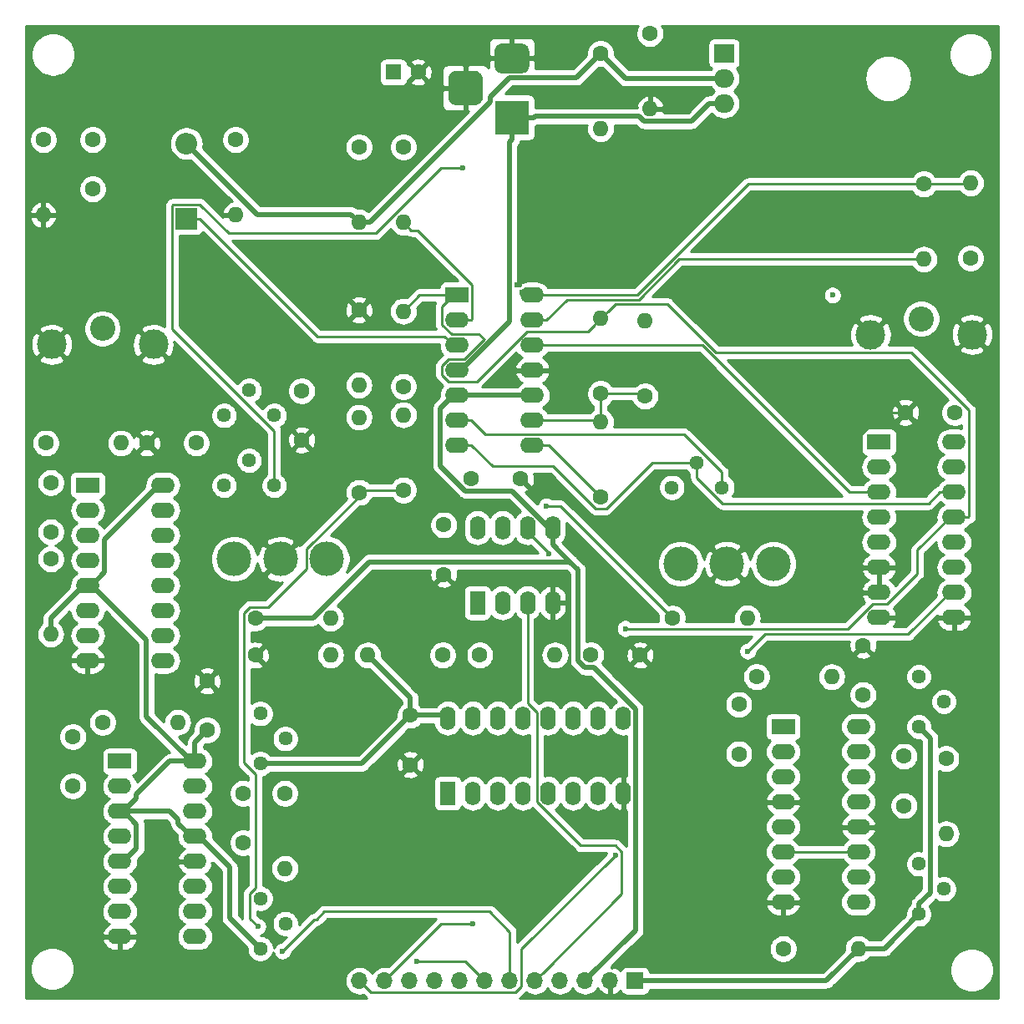
<source format=gbr>
G04 #@! TF.GenerationSoftware,KiCad,Pcbnew,(5.1.4-0-10_14)*
G04 #@! TF.CreationDate,2021-06-29T18:28:10+12:00*
G04 #@! TF.ProjectId,chroma_luma_invert,6368726f-6d61-45f6-9c75-6d615f696e76,rev?*
G04 #@! TF.SameCoordinates,Original*
G04 #@! TF.FileFunction,Copper,L2,Bot*
G04 #@! TF.FilePolarity,Positive*
%FSLAX46Y46*%
G04 Gerber Fmt 4.6, Leading zero omitted, Abs format (unit mm)*
G04 Created by KiCad (PCBNEW (5.1.4-0-10_14)) date 2021-06-29 18:28:10*
%MOMM*%
%LPD*%
G04 APERTURE LIST*
%ADD10O,1.600000X2.400000*%
%ADD11R,1.600000X2.400000*%
%ADD12C,1.600000*%
%ADD13R,1.600000X1.600000*%
%ADD14R,2.200000X2.200000*%
%ADD15O,2.200000X2.200000*%
%ADD16R,3.500000X3.500000*%
%ADD17C,0.100000*%
%ADD18C,3.000000*%
%ADD19C,3.500000*%
%ADD20R,1.700000X1.700000*%
%ADD21O,1.700000X1.700000*%
%ADD22R,2.400000X1.600000*%
%ADD23O,2.400000X1.600000*%
%ADD24R,2.000000X1.905000*%
%ADD25O,2.000000X1.905000*%
%ADD26O,1.600000X1.600000*%
%ADD27C,2.550000*%
%ADD28C,1.440000*%
%ADD29C,0.600000*%
%ADD30C,0.250000*%
%ADD31C,0.500000*%
%ADD32C,0.254000*%
G04 APERTURE END LIST*
D10*
X151500000Y-86580000D03*
X159120000Y-94200000D03*
X154040000Y-86580000D03*
X156580000Y-94200000D03*
X156580000Y-86580000D03*
X154040000Y-94200000D03*
X159120000Y-86580000D03*
D11*
X151500000Y-94200000D03*
D12*
X150900000Y-81600000D03*
X155900000Y-81600000D03*
X199900000Y-74900000D03*
X194900000Y-74900000D03*
X148100000Y-86300000D03*
X148100000Y-91300000D03*
X190600000Y-103500000D03*
X190600000Y-98500000D03*
X124100000Y-107100000D03*
X124100000Y-102100000D03*
X144700000Y-105600000D03*
X144700000Y-110600000D03*
X123000000Y-78000000D03*
X118000000Y-78000000D03*
X145500000Y-40400000D03*
D13*
X143000000Y-40400000D03*
D12*
X112500000Y-52250000D03*
X112500000Y-47250000D03*
X194750000Y-109750000D03*
X194750000Y-114750000D03*
X178000000Y-109500000D03*
X178000000Y-104500000D03*
X168000000Y-99500000D03*
X163000000Y-99500000D03*
X108250000Y-87000000D03*
X108250000Y-82000000D03*
X127750000Y-113500000D03*
X127750000Y-118500000D03*
X110500000Y-112750000D03*
X110500000Y-107750000D03*
D14*
X122000000Y-55250000D03*
D15*
X122000000Y-47630000D03*
D16*
X155000000Y-45000000D03*
D17*
G36*
X156073513Y-37503611D02*
G01*
X156146318Y-37514411D01*
X156217714Y-37532295D01*
X156287013Y-37557090D01*
X156353548Y-37588559D01*
X156416678Y-37626398D01*
X156475795Y-37670242D01*
X156530330Y-37719670D01*
X156579758Y-37774205D01*
X156623602Y-37833322D01*
X156661441Y-37896452D01*
X156692910Y-37962987D01*
X156717705Y-38032286D01*
X156735589Y-38103682D01*
X156746389Y-38176487D01*
X156750000Y-38250000D01*
X156750000Y-39750000D01*
X156746389Y-39823513D01*
X156735589Y-39896318D01*
X156717705Y-39967714D01*
X156692910Y-40037013D01*
X156661441Y-40103548D01*
X156623602Y-40166678D01*
X156579758Y-40225795D01*
X156530330Y-40280330D01*
X156475795Y-40329758D01*
X156416678Y-40373602D01*
X156353548Y-40411441D01*
X156287013Y-40442910D01*
X156217714Y-40467705D01*
X156146318Y-40485589D01*
X156073513Y-40496389D01*
X156000000Y-40500000D01*
X154000000Y-40500000D01*
X153926487Y-40496389D01*
X153853682Y-40485589D01*
X153782286Y-40467705D01*
X153712987Y-40442910D01*
X153646452Y-40411441D01*
X153583322Y-40373602D01*
X153524205Y-40329758D01*
X153469670Y-40280330D01*
X153420242Y-40225795D01*
X153376398Y-40166678D01*
X153338559Y-40103548D01*
X153307090Y-40037013D01*
X153282295Y-39967714D01*
X153264411Y-39896318D01*
X153253611Y-39823513D01*
X153250000Y-39750000D01*
X153250000Y-38250000D01*
X153253611Y-38176487D01*
X153264411Y-38103682D01*
X153282295Y-38032286D01*
X153307090Y-37962987D01*
X153338559Y-37896452D01*
X153376398Y-37833322D01*
X153420242Y-37774205D01*
X153469670Y-37719670D01*
X153524205Y-37670242D01*
X153583322Y-37626398D01*
X153646452Y-37588559D01*
X153712987Y-37557090D01*
X153782286Y-37532295D01*
X153853682Y-37514411D01*
X153926487Y-37503611D01*
X154000000Y-37500000D01*
X156000000Y-37500000D01*
X156073513Y-37503611D01*
X156073513Y-37503611D01*
G37*
D18*
X155000000Y-39000000D03*
D17*
G36*
X151260765Y-40254213D02*
G01*
X151345704Y-40266813D01*
X151428999Y-40287677D01*
X151509848Y-40316605D01*
X151587472Y-40353319D01*
X151661124Y-40397464D01*
X151730094Y-40448616D01*
X151793718Y-40506282D01*
X151851384Y-40569906D01*
X151902536Y-40638876D01*
X151946681Y-40712528D01*
X151983395Y-40790152D01*
X152012323Y-40871001D01*
X152033187Y-40954296D01*
X152045787Y-41039235D01*
X152050000Y-41125000D01*
X152050000Y-42875000D01*
X152045787Y-42960765D01*
X152033187Y-43045704D01*
X152012323Y-43128999D01*
X151983395Y-43209848D01*
X151946681Y-43287472D01*
X151902536Y-43361124D01*
X151851384Y-43430094D01*
X151793718Y-43493718D01*
X151730094Y-43551384D01*
X151661124Y-43602536D01*
X151587472Y-43646681D01*
X151509848Y-43683395D01*
X151428999Y-43712323D01*
X151345704Y-43733187D01*
X151260765Y-43745787D01*
X151175000Y-43750000D01*
X149425000Y-43750000D01*
X149339235Y-43745787D01*
X149254296Y-43733187D01*
X149171001Y-43712323D01*
X149090152Y-43683395D01*
X149012528Y-43646681D01*
X148938876Y-43602536D01*
X148869906Y-43551384D01*
X148806282Y-43493718D01*
X148748616Y-43430094D01*
X148697464Y-43361124D01*
X148653319Y-43287472D01*
X148616605Y-43209848D01*
X148587677Y-43128999D01*
X148566813Y-43045704D01*
X148554213Y-42960765D01*
X148550000Y-42875000D01*
X148550000Y-41125000D01*
X148554213Y-41039235D01*
X148566813Y-40954296D01*
X148587677Y-40871001D01*
X148616605Y-40790152D01*
X148653319Y-40712528D01*
X148697464Y-40638876D01*
X148748616Y-40569906D01*
X148806282Y-40506282D01*
X148869906Y-40448616D01*
X148938876Y-40397464D01*
X149012528Y-40353319D01*
X149090152Y-40316605D01*
X149171001Y-40287677D01*
X149254296Y-40266813D01*
X149339235Y-40254213D01*
X149425000Y-40250000D01*
X151175000Y-40250000D01*
X151260765Y-40254213D01*
X151260765Y-40254213D01*
G37*
D19*
X150300000Y-42000000D03*
D20*
X167500000Y-132500000D03*
D21*
X164960000Y-132500000D03*
X162420000Y-132500000D03*
X159880000Y-132500000D03*
X157340000Y-132500000D03*
X154800000Y-132500000D03*
X152260000Y-132500000D03*
X149720000Y-132500000D03*
X147180000Y-132500000D03*
X144640000Y-132500000D03*
X142100000Y-132500000D03*
X139560000Y-132500000D03*
D19*
X172100000Y-90250000D03*
X176800000Y-90250000D03*
X181500000Y-90250000D03*
X136250000Y-89750000D03*
X131550000Y-89750000D03*
X126850000Y-89750000D03*
D22*
X192200000Y-77900000D03*
D23*
X199820000Y-95680000D03*
X192200000Y-80440000D03*
X199820000Y-93140000D03*
X192200000Y-82980000D03*
X199820000Y-90600000D03*
X192200000Y-85520000D03*
X199820000Y-88060000D03*
X192200000Y-88060000D03*
X199820000Y-85520000D03*
X192200000Y-90600000D03*
X199820000Y-82980000D03*
X192200000Y-93140000D03*
X199820000Y-80440000D03*
X192200000Y-95680000D03*
X199820000Y-77900000D03*
D24*
X176500000Y-38500000D03*
D25*
X176500000Y-41040000D03*
X176500000Y-43580000D03*
D23*
X190120000Y-106750000D03*
X182500000Y-124530000D03*
X190120000Y-109290000D03*
X182500000Y-121990000D03*
X190120000Y-111830000D03*
X182500000Y-119450000D03*
X190120000Y-114370000D03*
X182500000Y-116910000D03*
X190120000Y-116910000D03*
X182500000Y-114370000D03*
X190120000Y-119450000D03*
X182500000Y-111830000D03*
X190120000Y-121990000D03*
X182500000Y-109290000D03*
X190120000Y-124530000D03*
D22*
X182500000Y-106750000D03*
D23*
X122870000Y-110250000D03*
X115250000Y-128030000D03*
X122870000Y-112790000D03*
X115250000Y-125490000D03*
X122870000Y-115330000D03*
X115250000Y-122950000D03*
X122870000Y-117870000D03*
X115250000Y-120410000D03*
X122870000Y-120410000D03*
X115250000Y-117870000D03*
X122870000Y-122950000D03*
X115250000Y-115330000D03*
X122870000Y-125490000D03*
X115250000Y-112790000D03*
X122870000Y-128030000D03*
D22*
X115250000Y-110250000D03*
D11*
X148500000Y-113500000D03*
D10*
X166280000Y-105880000D03*
X151040000Y-113500000D03*
X163740000Y-105880000D03*
X153580000Y-113500000D03*
X161200000Y-105880000D03*
X156120000Y-113500000D03*
X158660000Y-105880000D03*
X158660000Y-113500000D03*
X156120000Y-105880000D03*
X161200000Y-113500000D03*
X153580000Y-105880000D03*
X163740000Y-113500000D03*
X151040000Y-105880000D03*
X166280000Y-113500000D03*
X148500000Y-105880000D03*
D22*
X112000000Y-82250000D03*
D23*
X119620000Y-100030000D03*
X112000000Y-84790000D03*
X119620000Y-97490000D03*
X112000000Y-87330000D03*
X119620000Y-94950000D03*
X112000000Y-89870000D03*
X119620000Y-92410000D03*
X112000000Y-92410000D03*
X119620000Y-89870000D03*
X112000000Y-94950000D03*
X119620000Y-87330000D03*
X112000000Y-97490000D03*
X119620000Y-84790000D03*
X112000000Y-100030000D03*
X119620000Y-82250000D03*
D12*
X144000000Y-82750000D03*
D26*
X144000000Y-75130000D03*
X201500000Y-51630000D03*
D12*
X201500000Y-59250000D03*
D26*
X139500000Y-75380000D03*
D12*
X139500000Y-83000000D03*
X144000000Y-72250000D03*
D26*
X144000000Y-64630000D03*
D12*
X196750000Y-51750000D03*
D26*
X196750000Y-59370000D03*
D12*
X107500000Y-47250000D03*
D26*
X107500000Y-54870000D03*
D12*
X127000000Y-47250000D03*
D26*
X127000000Y-54870000D03*
X139500000Y-72120000D03*
D12*
X139500000Y-64500000D03*
X144000000Y-48000000D03*
D26*
X144000000Y-55620000D03*
D12*
X139500000Y-48000000D03*
D26*
X139500000Y-55620000D03*
X168500000Y-65630000D03*
D12*
X168500000Y-73250000D03*
D26*
X164000000Y-75880000D03*
D12*
X164000000Y-83500000D03*
X164000000Y-73000000D03*
D26*
X164000000Y-65380000D03*
X164000000Y-46120000D03*
D12*
X164000000Y-38500000D03*
X169000000Y-36500000D03*
D26*
X169000000Y-44120000D03*
X199000000Y-117620000D03*
D12*
X199000000Y-110000000D03*
X148000000Y-99500000D03*
D26*
X140380000Y-99500000D03*
X187420000Y-101700000D03*
D12*
X179800000Y-101700000D03*
X171250000Y-95750000D03*
D26*
X178870000Y-95750000D03*
X159370000Y-99500000D03*
D12*
X151750000Y-99500000D03*
X129000000Y-95750000D03*
D26*
X136620000Y-95750000D03*
X136620000Y-99500000D03*
D12*
X129000000Y-99500000D03*
D26*
X190120000Y-129250000D03*
D12*
X182500000Y-129250000D03*
X107750000Y-78000000D03*
D26*
X115370000Y-78000000D03*
D12*
X132000000Y-113500000D03*
D26*
X132000000Y-121120000D03*
X121120000Y-106300000D03*
D12*
X113500000Y-106300000D03*
D26*
X108250000Y-97370000D03*
D12*
X108250000Y-89750000D03*
X133700000Y-72700000D03*
X133700000Y-77700000D03*
D18*
X108350000Y-68000000D03*
X118650000Y-68000000D03*
D27*
X113500000Y-66400000D03*
X196500000Y-65400000D03*
D18*
X201650000Y-67000000D03*
X191350000Y-67000000D03*
D28*
X196250000Y-125750000D03*
X198790000Y-123210000D03*
X196250000Y-120670000D03*
X196250000Y-101670000D03*
X198790000Y-104210000D03*
X196250000Y-106750000D03*
X129500000Y-129250000D03*
X132040000Y-126710000D03*
X129500000Y-124170000D03*
X129500000Y-105420000D03*
X132040000Y-107960000D03*
X129500000Y-110500000D03*
X176300000Y-82500000D03*
X173760000Y-79960000D03*
X171220000Y-82500000D03*
X130900000Y-82300000D03*
X128360000Y-79760000D03*
X125820000Y-82300000D03*
X125820000Y-75200000D03*
X128360000Y-72660000D03*
X130900000Y-75200000D03*
D22*
X149450000Y-63000000D03*
D23*
X157070000Y-78240000D03*
X149450000Y-65540000D03*
X157070000Y-75700000D03*
X149450000Y-68080000D03*
X157070000Y-73160000D03*
X149450000Y-70620000D03*
X157070000Y-70620000D03*
X149450000Y-73160000D03*
X157070000Y-68080000D03*
X149450000Y-75700000D03*
X157070000Y-65540000D03*
X149450000Y-78240000D03*
X157070000Y-63000000D03*
D29*
X155500000Y-62000000D03*
X155750000Y-62000000D03*
X189600000Y-81100000D03*
X158700000Y-89200000D03*
X166500000Y-96800000D03*
X129250000Y-127000000D03*
X131750000Y-129500000D03*
X145400000Y-130500000D03*
X158500000Y-84400000D03*
X151000000Y-126750000D03*
X165500000Y-119750000D03*
X178900000Y-99100000D03*
X156000000Y-62750000D03*
X150000000Y-50100000D03*
X156250000Y-68250000D03*
X187500000Y-63000000D03*
D30*
X149050000Y-68080000D02*
X148170000Y-67200000D01*
X149450000Y-68080000D02*
X149050000Y-68080000D01*
X123350000Y-55250000D02*
X122000000Y-55250000D01*
X135300000Y-67200000D02*
X123350000Y-55250000D01*
X148170000Y-67200000D02*
X135300000Y-67200000D01*
X192614998Y-74900000D02*
X189400000Y-78114998D01*
X194900000Y-74900000D02*
X192614998Y-74900000D01*
X189400000Y-80900000D02*
X189600000Y-81100000D01*
X189400000Y-78114998D02*
X189400000Y-80900000D01*
X158700000Y-89100000D02*
X158700000Y-89200000D01*
X156580000Y-86980000D02*
X158700000Y-89100000D01*
X156580000Y-86580000D02*
X156580000Y-86980000D01*
D31*
X166540000Y-41040000D02*
X164000000Y-38500000D01*
X176500000Y-41040000D02*
X166540000Y-41040000D01*
X161549990Y-40950010D02*
X163200001Y-39299999D01*
X163200001Y-39299999D02*
X164000000Y-38500000D01*
X154739988Y-40950010D02*
X161549990Y-40950010D01*
X152799999Y-43451371D02*
X152799999Y-42889999D01*
X140631370Y-55620000D02*
X152799999Y-43451371D01*
X152799999Y-42889999D02*
X154739988Y-40950010D01*
X139500000Y-55620000D02*
X140631370Y-55620000D01*
X123099999Y-48729999D02*
X122000000Y-47630000D01*
X129190001Y-54820001D02*
X123099999Y-48729999D01*
X138700001Y-54820001D02*
X129190001Y-54820001D01*
X139500000Y-55620000D02*
X138700001Y-54820001D01*
X149450000Y-73160000D02*
X157070000Y-73160000D01*
X161700000Y-100050002D02*
X161700000Y-90860000D01*
X162399999Y-100750001D02*
X161700000Y-100050002D01*
X163317782Y-100750001D02*
X162399999Y-100750001D01*
X159120000Y-88280000D02*
X159120000Y-86580000D01*
X167530010Y-104962229D02*
X163317782Y-100750001D01*
X167530010Y-127389990D02*
X167530010Y-104962229D01*
X162420000Y-132500000D02*
X167530010Y-127389990D01*
X149050000Y-73160000D02*
X149450000Y-73160000D01*
X147750000Y-74460000D02*
X149050000Y-73160000D01*
X150299999Y-82850001D02*
X147750000Y-80300002D01*
X155017782Y-82850001D02*
X150299999Y-82850001D01*
X158747781Y-86580000D02*
X155017782Y-82850001D01*
X147750000Y-80300002D02*
X147750000Y-74460000D01*
X159120000Y-86580000D02*
X158747781Y-86580000D01*
X134820008Y-95750000D02*
X140540008Y-90030000D01*
X140540008Y-90030000D02*
X160870000Y-90030000D01*
X160870000Y-90030000D02*
X159120000Y-88280000D01*
X129000000Y-95750000D02*
X134820008Y-95750000D01*
X161700000Y-90860000D02*
X160870000Y-90030000D01*
X175000000Y-43580000D02*
X176500000Y-43580000D01*
X168399999Y-45370001D02*
X173209999Y-45370001D01*
X173209999Y-45370001D02*
X175000000Y-43580000D01*
X167899997Y-44869999D02*
X168399999Y-45370001D01*
X157380001Y-44869999D02*
X167899997Y-44869999D01*
X157250000Y-45000000D02*
X157380001Y-44869999D01*
X155000000Y-45000000D02*
X157250000Y-45000000D01*
X155000000Y-47250000D02*
X155000000Y-45000000D01*
X154749999Y-47500001D02*
X155000000Y-47250000D01*
X149850000Y-70620000D02*
X154749999Y-65720001D01*
X154749999Y-65720001D02*
X154749999Y-47500001D01*
X149450000Y-70620000D02*
X149850000Y-70620000D01*
X113700000Y-87770000D02*
X113700000Y-91110000D01*
X119220000Y-82250000D02*
X113700000Y-87770000D01*
X113700000Y-91110000D02*
X112400000Y-92410000D01*
X119620000Y-82250000D02*
X119220000Y-82250000D01*
X108250000Y-96238630D02*
X108250000Y-97370000D01*
X108250000Y-95760000D02*
X108250000Y-96238630D01*
X111600000Y-92410000D02*
X108250000Y-95760000D01*
X112000000Y-92410000D02*
X111600000Y-92410000D01*
X117969990Y-105749990D02*
X122470000Y-110250000D01*
X122470000Y-110250000D02*
X122870000Y-110250000D01*
X117969990Y-97979990D02*
X117969990Y-105749990D01*
X112400000Y-92410000D02*
X117969990Y-97979990D01*
X112000000Y-92410000D02*
X112400000Y-92410000D01*
X122870000Y-108330000D02*
X124100000Y-107100000D01*
X122870000Y-110250000D02*
X122870000Y-108330000D01*
X116950000Y-114030000D02*
X115650000Y-115330000D01*
X116950000Y-113630000D02*
X116950000Y-114030000D01*
X120330000Y-110250000D02*
X116950000Y-113630000D01*
X122870000Y-110250000D02*
X120330000Y-110250000D01*
X121170000Y-116170000D02*
X121170000Y-116570000D01*
X122470000Y-117870000D02*
X122870000Y-117870000D01*
X121170000Y-116570000D02*
X122470000Y-117870000D01*
X120330000Y-115330000D02*
X121170000Y-116170000D01*
X115250000Y-115330000D02*
X120330000Y-115330000D01*
X115650000Y-115330000D02*
X115250000Y-115330000D01*
X116950000Y-119110000D02*
X116950000Y-116630000D01*
X116950000Y-116630000D02*
X115650000Y-115330000D01*
X115650000Y-120410000D02*
X116950000Y-119110000D01*
X115250000Y-120410000D02*
X115650000Y-120410000D01*
X139800000Y-110500000D02*
X144700000Y-105600000D01*
X129500000Y-110500000D02*
X139800000Y-110500000D01*
X144700000Y-103820000D02*
X140380000Y-99500000D01*
X144700000Y-105600000D02*
X144700000Y-103820000D01*
X148220000Y-105600000D02*
X148500000Y-105880000D01*
X144700000Y-105600000D02*
X148220000Y-105600000D01*
X186870000Y-132500000D02*
X190120000Y-129250000D01*
X167500000Y-132500000D02*
X186870000Y-132500000D01*
X192750000Y-129250000D02*
X196250000Y-125750000D01*
X190120000Y-129250000D02*
X192750000Y-129250000D01*
X196969999Y-107469999D02*
X196250000Y-106750000D01*
X197420001Y-107920001D02*
X196969999Y-107469999D01*
X197420001Y-123561766D02*
X197420001Y-107920001D01*
X196250000Y-124731767D02*
X197420001Y-123561766D01*
X196250000Y-125750000D02*
X196250000Y-124731767D01*
X123270000Y-117870000D02*
X122870000Y-117870000D01*
X126400000Y-121000000D02*
X123270000Y-117870000D01*
X126400000Y-126150000D02*
X126400000Y-121000000D01*
X129500000Y-129250000D02*
X126400000Y-126150000D01*
D30*
X145630000Y-63000000D02*
X144000000Y-64630000D01*
X149450000Y-63000000D02*
X145630000Y-63000000D01*
X163200001Y-66179999D02*
X164000000Y-65380000D01*
X162714990Y-66665010D02*
X163200001Y-66179999D01*
X156493986Y-66665010D02*
X162714990Y-66665010D01*
X151413986Y-71745010D02*
X156493986Y-66665010D01*
X148584006Y-71745010D02*
X151413986Y-71745010D01*
X148584006Y-69494990D02*
X147924990Y-70154006D01*
X150161824Y-69494990D02*
X148584006Y-69494990D01*
X147924990Y-70154006D02*
X147924990Y-71085994D01*
X152178407Y-67478407D02*
X150161824Y-69494990D01*
X151654990Y-66954990D02*
X152178407Y-67478407D01*
X148873986Y-66954990D02*
X151654990Y-66954990D01*
X147924990Y-66005994D02*
X148873986Y-66954990D01*
X147924990Y-64125010D02*
X147924990Y-66005994D01*
X147924990Y-71085994D02*
X148584006Y-71745010D01*
X149050000Y-63000000D02*
X147924990Y-64125010D01*
X149450000Y-63000000D02*
X149050000Y-63000000D01*
X158189999Y-131650001D02*
X157340000Y-132500000D01*
X165475002Y-118800000D02*
X166125001Y-119449999D01*
X161968996Y-118800000D02*
X165475002Y-118800000D01*
X166125001Y-119449999D02*
X166125001Y-123714999D01*
X157534990Y-114365994D02*
X161968996Y-118800000D01*
X157534990Y-105303986D02*
X157534990Y-114365994D01*
X166125001Y-123714999D02*
X158189999Y-131650001D01*
X156580000Y-104348996D02*
X157534990Y-105303986D01*
X156580000Y-94200000D02*
X156580000Y-104348996D01*
X193065994Y-94265010D02*
X196100000Y-91231004D01*
X191623986Y-94265010D02*
X193065994Y-94265010D01*
X189013995Y-96875001D02*
X191623986Y-94265010D01*
X166999265Y-96875001D02*
X189013995Y-96875001D01*
X166924264Y-96800000D02*
X166999265Y-96875001D01*
X166500000Y-96800000D02*
X166924264Y-96800000D01*
X199420000Y-85520000D02*
X199820000Y-85520000D01*
X196100000Y-88840000D02*
X199420000Y-85520000D01*
X196100000Y-91231004D02*
X196100000Y-88840000D01*
X164799999Y-64580001D02*
X164000000Y-65380000D01*
X165479982Y-63900018D02*
X164799999Y-64580001D01*
X170736428Y-63900018D02*
X165479982Y-63900018D01*
X195490003Y-68825001D02*
X175661411Y-68825001D01*
X201345010Y-74680008D02*
X195490003Y-68825001D01*
X201345010Y-85444990D02*
X201345010Y-74680008D01*
X175661411Y-68825001D02*
X170736428Y-63900018D01*
X201270000Y-85520000D02*
X201345010Y-85444990D01*
X199820000Y-85520000D02*
X201270000Y-85520000D01*
X128998399Y-123124999D02*
X128454999Y-123668399D01*
X128998399Y-111545001D02*
X128998399Y-123124999D01*
X128454999Y-123668399D02*
X128454999Y-126204999D01*
X127874999Y-110421601D02*
X128998399Y-111545001D01*
X130296001Y-94624999D02*
X128459999Y-94624999D01*
X134174999Y-90746001D02*
X130296001Y-94624999D01*
X127874999Y-95209999D02*
X127874999Y-110421601D01*
X128459999Y-94624999D02*
X127874999Y-95209999D01*
X128454999Y-126204999D02*
X129250000Y-127000000D01*
X140178998Y-82750000D02*
X134174999Y-88753999D01*
X134174999Y-88753999D02*
X134174999Y-90746001D01*
X144000000Y-82750000D02*
X140178998Y-82750000D01*
X135200009Y-126299991D02*
X136000000Y-125500000D01*
X154800000Y-127550000D02*
X154800000Y-132500000D01*
X152750000Y-125500000D02*
X154800000Y-127550000D01*
X136000000Y-125500000D02*
X152750000Y-125500000D01*
X134950009Y-126299991D02*
X135200009Y-126299991D01*
X131750000Y-129500000D02*
X134950009Y-126299991D01*
X164540001Y-84625001D02*
X163459999Y-84625001D01*
X163459999Y-84625001D02*
X159200000Y-80365002D01*
X169205002Y-79960000D02*
X164540001Y-84625001D01*
X173760000Y-79960000D02*
X169205002Y-79960000D01*
X150900000Y-78240000D02*
X149450000Y-78240000D01*
X153025002Y-80365002D02*
X150900000Y-78240000D01*
X159200000Y-80365002D02*
X153025002Y-80365002D01*
X197244990Y-84105010D02*
X198370000Y-82980000D01*
X173760000Y-81506602D02*
X176358408Y-84105010D01*
X198370000Y-82980000D02*
X199820000Y-82980000D01*
X176358408Y-84105010D02*
X197244990Y-84105010D01*
X173760000Y-79960000D02*
X173760000Y-81506602D01*
X158740000Y-78240000D02*
X164000000Y-83500000D01*
X157070000Y-78240000D02*
X158740000Y-78240000D01*
X150260000Y-130500000D02*
X152260000Y-132500000D01*
X145400000Y-130500000D02*
X150260000Y-130500000D01*
X159900000Y-84400000D02*
X158500000Y-84400000D01*
X171250000Y-95750000D02*
X159900000Y-84400000D01*
X147850000Y-126750000D02*
X142100000Y-132500000D01*
X151000000Y-126750000D02*
X147850000Y-126750000D01*
X155975001Y-133064001D02*
X155975001Y-129274999D01*
X155364001Y-133675001D02*
X155975001Y-133064001D01*
X155975001Y-129274999D02*
X165500000Y-119750000D01*
X140735001Y-133675001D02*
X155364001Y-133675001D01*
X139560000Y-132500000D02*
X140735001Y-133675001D01*
X199420000Y-93140000D02*
X199820000Y-93140000D01*
X195185001Y-97374999D02*
X199420000Y-93140000D01*
X180625001Y-97374999D02*
X195185001Y-97374999D01*
X178900000Y-99100000D02*
X180625001Y-97374999D01*
X157070000Y-63000000D02*
X167700000Y-63000000D01*
X178950000Y-51750000D02*
X196750000Y-51750000D01*
X167700000Y-63000000D02*
X178950000Y-51750000D01*
X201380000Y-51750000D02*
X201500000Y-51630000D01*
X196750000Y-51750000D02*
X201380000Y-51750000D01*
X195618630Y-59370000D02*
X196750000Y-59370000D01*
X171966410Y-59370000D02*
X195618630Y-59370000D01*
X160609990Y-63450010D02*
X167886401Y-63450009D01*
X158520000Y-65540000D02*
X160609990Y-63450010D01*
X167886401Y-63450009D02*
X171966410Y-59370000D01*
X157070000Y-65540000D02*
X158520000Y-65540000D01*
X150975001Y-61939999D02*
X145455001Y-56419999D01*
X150975001Y-65464999D02*
X150975001Y-61939999D01*
X144799999Y-56419999D02*
X144000000Y-55620000D01*
X150900000Y-65540000D02*
X150975001Y-65464999D01*
X145455001Y-56419999D02*
X144799999Y-56419999D01*
X149450000Y-65540000D02*
X150900000Y-65540000D01*
X163820000Y-75700000D02*
X164000000Y-75880000D01*
X157070000Y-75700000D02*
X163820000Y-75700000D01*
X164000000Y-75880000D02*
X164000000Y-73000000D01*
X168250000Y-73000000D02*
X168500000Y-73250000D01*
X164000000Y-73000000D02*
X168250000Y-73000000D01*
X141209997Y-56745001D02*
X147854998Y-50100000D01*
X126280003Y-56745001D02*
X141209997Y-56745001D01*
X123360001Y-53824999D02*
X126280003Y-56745001D01*
X147854998Y-50100000D02*
X150000000Y-50100000D01*
X120639999Y-53824999D02*
X123360001Y-53824999D01*
X120574999Y-66421601D02*
X120574999Y-53889999D01*
X130900000Y-76746602D02*
X120574999Y-66421601D01*
X120574999Y-53889999D02*
X120639999Y-53824999D01*
X130900000Y-82300000D02*
X130900000Y-76746602D01*
X182500000Y-119450000D02*
X190120000Y-119450000D01*
X157070000Y-68080000D02*
X174280000Y-68080000D01*
X189180000Y-82980000D02*
X192200000Y-82980000D01*
X174280000Y-68080000D02*
X189180000Y-82980000D01*
X176300000Y-80953398D02*
X176300000Y-81481767D01*
X172461592Y-77114990D02*
X176300000Y-80953398D01*
X152314990Y-77114990D02*
X172461592Y-77114990D01*
X150900000Y-75700000D02*
X152314990Y-77114990D01*
X176300000Y-81481767D02*
X176300000Y-82500000D01*
X149450000Y-75700000D02*
X150900000Y-75700000D01*
D32*
G36*
X167728320Y-35820273D02*
G01*
X167620147Y-36081426D01*
X167565000Y-36358665D01*
X167565000Y-36641335D01*
X167620147Y-36918574D01*
X167728320Y-37179727D01*
X167885363Y-37414759D01*
X168085241Y-37614637D01*
X168320273Y-37771680D01*
X168581426Y-37879853D01*
X168858665Y-37935000D01*
X169141335Y-37935000D01*
X169418574Y-37879853D01*
X169679727Y-37771680D01*
X169914759Y-37614637D01*
X170114637Y-37414759D01*
X170271680Y-37179727D01*
X170379853Y-36918574D01*
X170435000Y-36641335D01*
X170435000Y-36358665D01*
X170379853Y-36081426D01*
X170271680Y-35820273D01*
X170197998Y-35710000D01*
X204290000Y-35710000D01*
X204290001Y-134290000D01*
X155812617Y-134290000D01*
X155904002Y-134215002D01*
X155927804Y-134185999D01*
X156435252Y-133678553D01*
X156510986Y-133740706D01*
X156768966Y-133878599D01*
X157048889Y-133963513D01*
X157267050Y-133985000D01*
X157412950Y-133985000D01*
X157631111Y-133963513D01*
X157911034Y-133878599D01*
X158169014Y-133740706D01*
X158395134Y-133555134D01*
X158580706Y-133329014D01*
X158610000Y-133274209D01*
X158639294Y-133329014D01*
X158824866Y-133555134D01*
X159050986Y-133740706D01*
X159308966Y-133878599D01*
X159588889Y-133963513D01*
X159807050Y-133985000D01*
X159952950Y-133985000D01*
X160171111Y-133963513D01*
X160451034Y-133878599D01*
X160709014Y-133740706D01*
X160935134Y-133555134D01*
X161120706Y-133329014D01*
X161150000Y-133274209D01*
X161179294Y-133329014D01*
X161364866Y-133555134D01*
X161590986Y-133740706D01*
X161848966Y-133878599D01*
X162128889Y-133963513D01*
X162347050Y-133985000D01*
X162492950Y-133985000D01*
X162711111Y-133963513D01*
X162991034Y-133878599D01*
X163249014Y-133740706D01*
X163475134Y-133555134D01*
X163660706Y-133329014D01*
X163695201Y-133264477D01*
X163764822Y-133381355D01*
X163959731Y-133597588D01*
X164193080Y-133771641D01*
X164455901Y-133896825D01*
X164603110Y-133941476D01*
X164833000Y-133820155D01*
X164833000Y-132627000D01*
X164813000Y-132627000D01*
X164813000Y-132373000D01*
X164833000Y-132373000D01*
X164833000Y-132353000D01*
X165087000Y-132353000D01*
X165087000Y-132373000D01*
X165107000Y-132373000D01*
X165107000Y-132627000D01*
X165087000Y-132627000D01*
X165087000Y-133820155D01*
X165316890Y-133941476D01*
X165464099Y-133896825D01*
X165726920Y-133771641D01*
X165960269Y-133597588D01*
X166036034Y-133513534D01*
X166060498Y-133594180D01*
X166119463Y-133704494D01*
X166198815Y-133801185D01*
X166295506Y-133880537D01*
X166405820Y-133939502D01*
X166525518Y-133975812D01*
X166650000Y-133988072D01*
X168350000Y-133988072D01*
X168474482Y-133975812D01*
X168594180Y-133939502D01*
X168704494Y-133880537D01*
X168801185Y-133801185D01*
X168880537Y-133704494D01*
X168939502Y-133594180D01*
X168975812Y-133474482D01*
X168984625Y-133385000D01*
X186826531Y-133385000D01*
X186870000Y-133389281D01*
X186913469Y-133385000D01*
X186913477Y-133385000D01*
X187043490Y-133372195D01*
X187210313Y-133321589D01*
X187364059Y-133239411D01*
X187498817Y-133128817D01*
X187526534Y-133095044D01*
X189441706Y-131179872D01*
X199365000Y-131179872D01*
X199365000Y-131620128D01*
X199450890Y-132051925D01*
X199619369Y-132458669D01*
X199863962Y-132824729D01*
X200175271Y-133136038D01*
X200541331Y-133380631D01*
X200948075Y-133549110D01*
X201379872Y-133635000D01*
X201820128Y-133635000D01*
X202251925Y-133549110D01*
X202658669Y-133380631D01*
X203024729Y-133136038D01*
X203336038Y-132824729D01*
X203580631Y-132458669D01*
X203749110Y-132051925D01*
X203835000Y-131620128D01*
X203835000Y-131179872D01*
X203749110Y-130748075D01*
X203580631Y-130341331D01*
X203336038Y-129975271D01*
X203024729Y-129663962D01*
X202658669Y-129419369D01*
X202251925Y-129250890D01*
X201820128Y-129165000D01*
X201379872Y-129165000D01*
X200948075Y-129250890D01*
X200541331Y-129419369D01*
X200175271Y-129663962D01*
X199863962Y-129975271D01*
X199619369Y-130341331D01*
X199450890Y-130748075D01*
X199365000Y-131179872D01*
X189441706Y-131179872D01*
X189946704Y-130674875D01*
X190049508Y-130685000D01*
X190190492Y-130685000D01*
X190401309Y-130664236D01*
X190671808Y-130582182D01*
X190921101Y-130448932D01*
X191139608Y-130269608D01*
X191250078Y-130135000D01*
X192706531Y-130135000D01*
X192750000Y-130139281D01*
X192793469Y-130135000D01*
X192793477Y-130135000D01*
X192923490Y-130122195D01*
X193090313Y-130071589D01*
X193244059Y-129989411D01*
X193378817Y-129878817D01*
X193406534Y-129845044D01*
X196146579Y-127105000D01*
X196383456Y-127105000D01*
X196645239Y-127052928D01*
X196891833Y-126950785D01*
X197113762Y-126802497D01*
X197302497Y-126613762D01*
X197450785Y-126391833D01*
X197552928Y-126145239D01*
X197605000Y-125883456D01*
X197605000Y-125616544D01*
X197552928Y-125354761D01*
X197450785Y-125108167D01*
X197320365Y-124912980D01*
X197952980Y-124280366D01*
X198148167Y-124410785D01*
X198394761Y-124512928D01*
X198656544Y-124565000D01*
X198923456Y-124565000D01*
X199185239Y-124512928D01*
X199431833Y-124410785D01*
X199653762Y-124262497D01*
X199842497Y-124073762D01*
X199990785Y-123851833D01*
X200092928Y-123605239D01*
X200145000Y-123343456D01*
X200145000Y-123076544D01*
X200092928Y-122814761D01*
X199990785Y-122568167D01*
X199842497Y-122346238D01*
X199653762Y-122157503D01*
X199431833Y-122009215D01*
X199185239Y-121907072D01*
X198923456Y-121855000D01*
X198656544Y-121855000D01*
X198394761Y-121907072D01*
X198305001Y-121944252D01*
X198305001Y-118875645D01*
X198448192Y-118952182D01*
X198718691Y-119034236D01*
X198929508Y-119055000D01*
X199070492Y-119055000D01*
X199281309Y-119034236D01*
X199551808Y-118952182D01*
X199801101Y-118818932D01*
X200019608Y-118639608D01*
X200198932Y-118421101D01*
X200332182Y-118171808D01*
X200414236Y-117901309D01*
X200441943Y-117620000D01*
X200414236Y-117338691D01*
X200332182Y-117068192D01*
X200198932Y-116818899D01*
X200019608Y-116600392D01*
X199801101Y-116421068D01*
X199551808Y-116287818D01*
X199281309Y-116205764D01*
X199070492Y-116185000D01*
X198929508Y-116185000D01*
X198718691Y-116205764D01*
X198448192Y-116287818D01*
X198305001Y-116364355D01*
X198305001Y-111261476D01*
X198320273Y-111271680D01*
X198581426Y-111379853D01*
X198858665Y-111435000D01*
X199141335Y-111435000D01*
X199418574Y-111379853D01*
X199679727Y-111271680D01*
X199914759Y-111114637D01*
X200114637Y-110914759D01*
X200271680Y-110679727D01*
X200379853Y-110418574D01*
X200435000Y-110141335D01*
X200435000Y-109858665D01*
X200379853Y-109581426D01*
X200271680Y-109320273D01*
X200114637Y-109085241D01*
X199914759Y-108885363D01*
X199679727Y-108728320D01*
X199418574Y-108620147D01*
X199141335Y-108565000D01*
X198858665Y-108565000D01*
X198581426Y-108620147D01*
X198320273Y-108728320D01*
X198305001Y-108738524D01*
X198305001Y-107963470D01*
X198309282Y-107920001D01*
X198305001Y-107876532D01*
X198305001Y-107876524D01*
X198292196Y-107746511D01*
X198241590Y-107579688D01*
X198159412Y-107425942D01*
X198048818Y-107291184D01*
X198015045Y-107263467D01*
X197626536Y-106874958D01*
X197626531Y-106874952D01*
X197605000Y-106853421D01*
X197605000Y-106616544D01*
X197552928Y-106354761D01*
X197450785Y-106108167D01*
X197302497Y-105886238D01*
X197113762Y-105697503D01*
X196891833Y-105549215D01*
X196645239Y-105447072D01*
X196383456Y-105395000D01*
X196116544Y-105395000D01*
X195854761Y-105447072D01*
X195608167Y-105549215D01*
X195386238Y-105697503D01*
X195197503Y-105886238D01*
X195049215Y-106108167D01*
X194947072Y-106354761D01*
X194895000Y-106616544D01*
X194895000Y-106883456D01*
X194947072Y-107145239D01*
X195049215Y-107391833D01*
X195197503Y-107613762D01*
X195386238Y-107802497D01*
X195608167Y-107950785D01*
X195854761Y-108052928D01*
X196116544Y-108105000D01*
X196353421Y-108105000D01*
X196374952Y-108126531D01*
X196374958Y-108126536D01*
X196535002Y-108286580D01*
X196535001Y-119345144D01*
X196383456Y-119315000D01*
X196116544Y-119315000D01*
X195854761Y-119367072D01*
X195608167Y-119469215D01*
X195386238Y-119617503D01*
X195197503Y-119806238D01*
X195049215Y-120028167D01*
X194947072Y-120274761D01*
X194895000Y-120536544D01*
X194895000Y-120803456D01*
X194947072Y-121065239D01*
X195049215Y-121311833D01*
X195197503Y-121533762D01*
X195386238Y-121722497D01*
X195608167Y-121870785D01*
X195854761Y-121972928D01*
X196116544Y-122025000D01*
X196383456Y-122025000D01*
X196535001Y-121994856D01*
X196535001Y-123195187D01*
X195654951Y-124075238D01*
X195621184Y-124102950D01*
X195593471Y-124136718D01*
X195593468Y-124136721D01*
X195510590Y-124237708D01*
X195428412Y-124391454D01*
X195377805Y-124558277D01*
X195361674Y-124722067D01*
X195197503Y-124886238D01*
X195049215Y-125108167D01*
X194947072Y-125354761D01*
X194895000Y-125616544D01*
X194895000Y-125853421D01*
X192383422Y-128365000D01*
X191250078Y-128365000D01*
X191139608Y-128230392D01*
X190921101Y-128051068D01*
X190671808Y-127917818D01*
X190401309Y-127835764D01*
X190190492Y-127815000D01*
X190049508Y-127815000D01*
X189838691Y-127835764D01*
X189568192Y-127917818D01*
X189318899Y-128051068D01*
X189100392Y-128230392D01*
X188921068Y-128448899D01*
X188787818Y-128698192D01*
X188705764Y-128968691D01*
X188678057Y-129250000D01*
X188695125Y-129423296D01*
X186503422Y-131615000D01*
X168984625Y-131615000D01*
X168975812Y-131525518D01*
X168939502Y-131405820D01*
X168880537Y-131295506D01*
X168801185Y-131198815D01*
X168704494Y-131119463D01*
X168594180Y-131060498D01*
X168474482Y-131024188D01*
X168350000Y-131011928D01*
X166650000Y-131011928D01*
X166525518Y-131024188D01*
X166405820Y-131060498D01*
X166295506Y-131119463D01*
X166198815Y-131198815D01*
X166119463Y-131295506D01*
X166060498Y-131405820D01*
X166036034Y-131486466D01*
X165960269Y-131402412D01*
X165726920Y-131228359D01*
X165464099Y-131103175D01*
X165316890Y-131058524D01*
X165087002Y-131179844D01*
X165087002Y-131084576D01*
X167062913Y-129108665D01*
X181065000Y-129108665D01*
X181065000Y-129391335D01*
X181120147Y-129668574D01*
X181228320Y-129929727D01*
X181385363Y-130164759D01*
X181585241Y-130364637D01*
X181820273Y-130521680D01*
X182081426Y-130629853D01*
X182358665Y-130685000D01*
X182641335Y-130685000D01*
X182918574Y-130629853D01*
X183179727Y-130521680D01*
X183414759Y-130364637D01*
X183614637Y-130164759D01*
X183771680Y-129929727D01*
X183879853Y-129668574D01*
X183935000Y-129391335D01*
X183935000Y-129108665D01*
X183879853Y-128831426D01*
X183771680Y-128570273D01*
X183614637Y-128335241D01*
X183414759Y-128135363D01*
X183179727Y-127978320D01*
X182918574Y-127870147D01*
X182641335Y-127815000D01*
X182358665Y-127815000D01*
X182081426Y-127870147D01*
X181820273Y-127978320D01*
X181585241Y-128135363D01*
X181385363Y-128335241D01*
X181228320Y-128570273D01*
X181120147Y-128831426D01*
X181065000Y-129108665D01*
X167062913Y-129108665D01*
X168125061Y-128046518D01*
X168158827Y-128018807D01*
X168192055Y-127978320D01*
X168269420Y-127884050D01*
X168269421Y-127884049D01*
X168351599Y-127730303D01*
X168402205Y-127563480D01*
X168415010Y-127433467D01*
X168415010Y-127433457D01*
X168419291Y-127389991D01*
X168415010Y-127346525D01*
X168415010Y-124879039D01*
X180708096Y-124879039D01*
X180725633Y-124961818D01*
X180836285Y-125221646D01*
X180995500Y-125454895D01*
X181197161Y-125652601D01*
X181433517Y-125807166D01*
X181695486Y-125912650D01*
X181973000Y-125965000D01*
X182373000Y-125965000D01*
X182373000Y-124657000D01*
X182627000Y-124657000D01*
X182627000Y-125965000D01*
X183027000Y-125965000D01*
X183304514Y-125912650D01*
X183566483Y-125807166D01*
X183802839Y-125652601D01*
X184004500Y-125454895D01*
X184163715Y-125221646D01*
X184274367Y-124961818D01*
X184291904Y-124879039D01*
X184169915Y-124657000D01*
X182627000Y-124657000D01*
X182373000Y-124657000D01*
X180830085Y-124657000D01*
X180708096Y-124879039D01*
X168415010Y-124879039D01*
X168415010Y-116910000D01*
X180658057Y-116910000D01*
X180685764Y-117191309D01*
X180767818Y-117461808D01*
X180901068Y-117711101D01*
X181080392Y-117929608D01*
X181298899Y-118108932D01*
X181431858Y-118180000D01*
X181298899Y-118251068D01*
X181080392Y-118430392D01*
X180901068Y-118648899D01*
X180767818Y-118898192D01*
X180685764Y-119168691D01*
X180658057Y-119450000D01*
X180685764Y-119731309D01*
X180767818Y-120001808D01*
X180901068Y-120251101D01*
X181080392Y-120469608D01*
X181298899Y-120648932D01*
X181431858Y-120720000D01*
X181298899Y-120791068D01*
X181080392Y-120970392D01*
X180901068Y-121188899D01*
X180767818Y-121438192D01*
X180685764Y-121708691D01*
X180658057Y-121990000D01*
X180685764Y-122271309D01*
X180767818Y-122541808D01*
X180901068Y-122791101D01*
X181080392Y-123009608D01*
X181298899Y-123188932D01*
X181426741Y-123257265D01*
X181197161Y-123407399D01*
X180995500Y-123605105D01*
X180836285Y-123838354D01*
X180725633Y-124098182D01*
X180708096Y-124180961D01*
X180830085Y-124403000D01*
X182373000Y-124403000D01*
X182373000Y-124383000D01*
X182627000Y-124383000D01*
X182627000Y-124403000D01*
X184169915Y-124403000D01*
X184291904Y-124180961D01*
X184274367Y-124098182D01*
X184163715Y-123838354D01*
X184004500Y-123605105D01*
X183802839Y-123407399D01*
X183573259Y-123257265D01*
X183701101Y-123188932D01*
X183919608Y-123009608D01*
X184098932Y-122791101D01*
X184232182Y-122541808D01*
X184314236Y-122271309D01*
X184341943Y-121990000D01*
X184314236Y-121708691D01*
X184232182Y-121438192D01*
X184098932Y-121188899D01*
X183919608Y-120970392D01*
X183701101Y-120791068D01*
X183568142Y-120720000D01*
X183701101Y-120648932D01*
X183919608Y-120469608D01*
X184098932Y-120251101D01*
X184120901Y-120210000D01*
X188499099Y-120210000D01*
X188521068Y-120251101D01*
X188700392Y-120469608D01*
X188918899Y-120648932D01*
X189051858Y-120720000D01*
X188918899Y-120791068D01*
X188700392Y-120970392D01*
X188521068Y-121188899D01*
X188387818Y-121438192D01*
X188305764Y-121708691D01*
X188278057Y-121990000D01*
X188305764Y-122271309D01*
X188387818Y-122541808D01*
X188521068Y-122791101D01*
X188700392Y-123009608D01*
X188918899Y-123188932D01*
X189051858Y-123260000D01*
X188918899Y-123331068D01*
X188700392Y-123510392D01*
X188521068Y-123728899D01*
X188387818Y-123978192D01*
X188305764Y-124248691D01*
X188278057Y-124530000D01*
X188305764Y-124811309D01*
X188387818Y-125081808D01*
X188521068Y-125331101D01*
X188700392Y-125549608D01*
X188918899Y-125728932D01*
X189168192Y-125862182D01*
X189438691Y-125944236D01*
X189649508Y-125965000D01*
X190590492Y-125965000D01*
X190801309Y-125944236D01*
X191071808Y-125862182D01*
X191321101Y-125728932D01*
X191539608Y-125549608D01*
X191718932Y-125331101D01*
X191852182Y-125081808D01*
X191934236Y-124811309D01*
X191961943Y-124530000D01*
X191934236Y-124248691D01*
X191852182Y-123978192D01*
X191718932Y-123728899D01*
X191539608Y-123510392D01*
X191321101Y-123331068D01*
X191188142Y-123260000D01*
X191321101Y-123188932D01*
X191539608Y-123009608D01*
X191718932Y-122791101D01*
X191852182Y-122541808D01*
X191934236Y-122271309D01*
X191961943Y-121990000D01*
X191934236Y-121708691D01*
X191852182Y-121438192D01*
X191718932Y-121188899D01*
X191539608Y-120970392D01*
X191321101Y-120791068D01*
X191188142Y-120720000D01*
X191321101Y-120648932D01*
X191539608Y-120469608D01*
X191718932Y-120251101D01*
X191852182Y-120001808D01*
X191934236Y-119731309D01*
X191961943Y-119450000D01*
X191934236Y-119168691D01*
X191852182Y-118898192D01*
X191718932Y-118648899D01*
X191539608Y-118430392D01*
X191321101Y-118251068D01*
X191193259Y-118182735D01*
X191422839Y-118032601D01*
X191624500Y-117834895D01*
X191783715Y-117601646D01*
X191894367Y-117341818D01*
X191911904Y-117259039D01*
X191789915Y-117037000D01*
X190247000Y-117037000D01*
X190247000Y-117057000D01*
X189993000Y-117057000D01*
X189993000Y-117037000D01*
X188450085Y-117037000D01*
X188328096Y-117259039D01*
X188345633Y-117341818D01*
X188456285Y-117601646D01*
X188615500Y-117834895D01*
X188817161Y-118032601D01*
X189046741Y-118182735D01*
X188918899Y-118251068D01*
X188700392Y-118430392D01*
X188521068Y-118648899D01*
X188499099Y-118690000D01*
X184120901Y-118690000D01*
X184098932Y-118648899D01*
X183919608Y-118430392D01*
X183701101Y-118251068D01*
X183568142Y-118180000D01*
X183701101Y-118108932D01*
X183919608Y-117929608D01*
X184098932Y-117711101D01*
X184232182Y-117461808D01*
X184314236Y-117191309D01*
X184341943Y-116910000D01*
X184314236Y-116628691D01*
X184232182Y-116358192D01*
X184098932Y-116108899D01*
X183919608Y-115890392D01*
X183701101Y-115711068D01*
X183573259Y-115642735D01*
X183802839Y-115492601D01*
X184004500Y-115294895D01*
X184163715Y-115061646D01*
X184274367Y-114801818D01*
X184291904Y-114719039D01*
X184169915Y-114497000D01*
X182627000Y-114497000D01*
X182627000Y-114517000D01*
X182373000Y-114517000D01*
X182373000Y-114497000D01*
X180830085Y-114497000D01*
X180708096Y-114719039D01*
X180725633Y-114801818D01*
X180836285Y-115061646D01*
X180995500Y-115294895D01*
X181197161Y-115492601D01*
X181426741Y-115642735D01*
X181298899Y-115711068D01*
X181080392Y-115890392D01*
X180901068Y-116108899D01*
X180767818Y-116358192D01*
X180685764Y-116628691D01*
X180658057Y-116910000D01*
X168415010Y-116910000D01*
X168415010Y-109358665D01*
X176565000Y-109358665D01*
X176565000Y-109641335D01*
X176620147Y-109918574D01*
X176728320Y-110179727D01*
X176885363Y-110414759D01*
X177085241Y-110614637D01*
X177320273Y-110771680D01*
X177581426Y-110879853D01*
X177858665Y-110935000D01*
X178141335Y-110935000D01*
X178418574Y-110879853D01*
X178679727Y-110771680D01*
X178914759Y-110614637D01*
X179114637Y-110414759D01*
X179271680Y-110179727D01*
X179379853Y-109918574D01*
X179435000Y-109641335D01*
X179435000Y-109358665D01*
X179421342Y-109290000D01*
X180658057Y-109290000D01*
X180685764Y-109571309D01*
X180767818Y-109841808D01*
X180901068Y-110091101D01*
X181080392Y-110309608D01*
X181298899Y-110488932D01*
X181431858Y-110560000D01*
X181298899Y-110631068D01*
X181080392Y-110810392D01*
X180901068Y-111028899D01*
X180767818Y-111278192D01*
X180685764Y-111548691D01*
X180658057Y-111830000D01*
X180685764Y-112111309D01*
X180767818Y-112381808D01*
X180901068Y-112631101D01*
X181080392Y-112849608D01*
X181298899Y-113028932D01*
X181426741Y-113097265D01*
X181197161Y-113247399D01*
X180995500Y-113445105D01*
X180836285Y-113678354D01*
X180725633Y-113938182D01*
X180708096Y-114020961D01*
X180830085Y-114243000D01*
X182373000Y-114243000D01*
X182373000Y-114223000D01*
X182627000Y-114223000D01*
X182627000Y-114243000D01*
X184169915Y-114243000D01*
X184291904Y-114020961D01*
X184274367Y-113938182D01*
X184163715Y-113678354D01*
X184004500Y-113445105D01*
X183802839Y-113247399D01*
X183573259Y-113097265D01*
X183701101Y-113028932D01*
X183919608Y-112849608D01*
X184098932Y-112631101D01*
X184232182Y-112381808D01*
X184314236Y-112111309D01*
X184341943Y-111830000D01*
X184314236Y-111548691D01*
X184232182Y-111278192D01*
X184098932Y-111028899D01*
X183919608Y-110810392D01*
X183701101Y-110631068D01*
X183568142Y-110560000D01*
X183701101Y-110488932D01*
X183919608Y-110309608D01*
X184098932Y-110091101D01*
X184232182Y-109841808D01*
X184314236Y-109571309D01*
X184341943Y-109290000D01*
X184314236Y-109008691D01*
X184232182Y-108738192D01*
X184098932Y-108488899D01*
X183919608Y-108270392D01*
X183806518Y-108177581D01*
X183824482Y-108175812D01*
X183944180Y-108139502D01*
X184054494Y-108080537D01*
X184151185Y-108001185D01*
X184230537Y-107904494D01*
X184289502Y-107794180D01*
X184325812Y-107674482D01*
X184338072Y-107550000D01*
X184338072Y-106750000D01*
X188278057Y-106750000D01*
X188305764Y-107031309D01*
X188387818Y-107301808D01*
X188521068Y-107551101D01*
X188700392Y-107769608D01*
X188918899Y-107948932D01*
X189051858Y-108020000D01*
X188918899Y-108091068D01*
X188700392Y-108270392D01*
X188521068Y-108488899D01*
X188387818Y-108738192D01*
X188305764Y-109008691D01*
X188278057Y-109290000D01*
X188305764Y-109571309D01*
X188387818Y-109841808D01*
X188521068Y-110091101D01*
X188700392Y-110309608D01*
X188918899Y-110488932D01*
X189051858Y-110560000D01*
X188918899Y-110631068D01*
X188700392Y-110810392D01*
X188521068Y-111028899D01*
X188387818Y-111278192D01*
X188305764Y-111548691D01*
X188278057Y-111830000D01*
X188305764Y-112111309D01*
X188387818Y-112381808D01*
X188521068Y-112631101D01*
X188700392Y-112849608D01*
X188918899Y-113028932D01*
X189051858Y-113100000D01*
X188918899Y-113171068D01*
X188700392Y-113350392D01*
X188521068Y-113568899D01*
X188387818Y-113818192D01*
X188305764Y-114088691D01*
X188278057Y-114370000D01*
X188305764Y-114651309D01*
X188387818Y-114921808D01*
X188521068Y-115171101D01*
X188700392Y-115389608D01*
X188918899Y-115568932D01*
X189046741Y-115637265D01*
X188817161Y-115787399D01*
X188615500Y-115985105D01*
X188456285Y-116218354D01*
X188345633Y-116478182D01*
X188328096Y-116560961D01*
X188450085Y-116783000D01*
X189993000Y-116783000D01*
X189993000Y-116763000D01*
X190247000Y-116763000D01*
X190247000Y-116783000D01*
X191789915Y-116783000D01*
X191911904Y-116560961D01*
X191894367Y-116478182D01*
X191783715Y-116218354D01*
X191624500Y-115985105D01*
X191422839Y-115787399D01*
X191193259Y-115637265D01*
X191321101Y-115568932D01*
X191539608Y-115389608D01*
X191718932Y-115171101D01*
X191852182Y-114921808D01*
X191934236Y-114651309D01*
X191938436Y-114608665D01*
X193315000Y-114608665D01*
X193315000Y-114891335D01*
X193370147Y-115168574D01*
X193478320Y-115429727D01*
X193635363Y-115664759D01*
X193835241Y-115864637D01*
X194070273Y-116021680D01*
X194331426Y-116129853D01*
X194608665Y-116185000D01*
X194891335Y-116185000D01*
X195168574Y-116129853D01*
X195429727Y-116021680D01*
X195664759Y-115864637D01*
X195864637Y-115664759D01*
X196021680Y-115429727D01*
X196129853Y-115168574D01*
X196185000Y-114891335D01*
X196185000Y-114608665D01*
X196129853Y-114331426D01*
X196021680Y-114070273D01*
X195864637Y-113835241D01*
X195664759Y-113635363D01*
X195429727Y-113478320D01*
X195168574Y-113370147D01*
X194891335Y-113315000D01*
X194608665Y-113315000D01*
X194331426Y-113370147D01*
X194070273Y-113478320D01*
X193835241Y-113635363D01*
X193635363Y-113835241D01*
X193478320Y-114070273D01*
X193370147Y-114331426D01*
X193315000Y-114608665D01*
X191938436Y-114608665D01*
X191961943Y-114370000D01*
X191934236Y-114088691D01*
X191852182Y-113818192D01*
X191718932Y-113568899D01*
X191539608Y-113350392D01*
X191321101Y-113171068D01*
X191188142Y-113100000D01*
X191321101Y-113028932D01*
X191539608Y-112849608D01*
X191718932Y-112631101D01*
X191852182Y-112381808D01*
X191934236Y-112111309D01*
X191961943Y-111830000D01*
X191934236Y-111548691D01*
X191852182Y-111278192D01*
X191718932Y-111028899D01*
X191539608Y-110810392D01*
X191321101Y-110631068D01*
X191188142Y-110560000D01*
X191321101Y-110488932D01*
X191539608Y-110309608D01*
X191718932Y-110091101D01*
X191852182Y-109841808D01*
X191922904Y-109608665D01*
X193315000Y-109608665D01*
X193315000Y-109891335D01*
X193370147Y-110168574D01*
X193478320Y-110429727D01*
X193635363Y-110664759D01*
X193835241Y-110864637D01*
X194070273Y-111021680D01*
X194331426Y-111129853D01*
X194608665Y-111185000D01*
X194891335Y-111185000D01*
X195168574Y-111129853D01*
X195429727Y-111021680D01*
X195664759Y-110864637D01*
X195864637Y-110664759D01*
X196021680Y-110429727D01*
X196129853Y-110168574D01*
X196185000Y-109891335D01*
X196185000Y-109608665D01*
X196129853Y-109331426D01*
X196021680Y-109070273D01*
X195864637Y-108835241D01*
X195664759Y-108635363D01*
X195429727Y-108478320D01*
X195168574Y-108370147D01*
X194891335Y-108315000D01*
X194608665Y-108315000D01*
X194331426Y-108370147D01*
X194070273Y-108478320D01*
X193835241Y-108635363D01*
X193635363Y-108835241D01*
X193478320Y-109070273D01*
X193370147Y-109331426D01*
X193315000Y-109608665D01*
X191922904Y-109608665D01*
X191934236Y-109571309D01*
X191961943Y-109290000D01*
X191934236Y-109008691D01*
X191852182Y-108738192D01*
X191718932Y-108488899D01*
X191539608Y-108270392D01*
X191321101Y-108091068D01*
X191188142Y-108020000D01*
X191321101Y-107948932D01*
X191539608Y-107769608D01*
X191718932Y-107551101D01*
X191852182Y-107301808D01*
X191934236Y-107031309D01*
X191961943Y-106750000D01*
X191934236Y-106468691D01*
X191852182Y-106198192D01*
X191718932Y-105948899D01*
X191539608Y-105730392D01*
X191321101Y-105551068D01*
X191071808Y-105417818D01*
X190801309Y-105335764D01*
X190590492Y-105315000D01*
X189649508Y-105315000D01*
X189438691Y-105335764D01*
X189168192Y-105417818D01*
X188918899Y-105551068D01*
X188700392Y-105730392D01*
X188521068Y-105948899D01*
X188387818Y-106198192D01*
X188305764Y-106468691D01*
X188278057Y-106750000D01*
X184338072Y-106750000D01*
X184338072Y-105950000D01*
X184325812Y-105825518D01*
X184289502Y-105705820D01*
X184230537Y-105595506D01*
X184151185Y-105498815D01*
X184054494Y-105419463D01*
X183944180Y-105360498D01*
X183824482Y-105324188D01*
X183700000Y-105311928D01*
X181300000Y-105311928D01*
X181175518Y-105324188D01*
X181055820Y-105360498D01*
X180945506Y-105419463D01*
X180848815Y-105498815D01*
X180769463Y-105595506D01*
X180710498Y-105705820D01*
X180674188Y-105825518D01*
X180661928Y-105950000D01*
X180661928Y-107550000D01*
X180674188Y-107674482D01*
X180710498Y-107794180D01*
X180769463Y-107904494D01*
X180848815Y-108001185D01*
X180945506Y-108080537D01*
X181055820Y-108139502D01*
X181175518Y-108175812D01*
X181193482Y-108177581D01*
X181080392Y-108270392D01*
X180901068Y-108488899D01*
X180767818Y-108738192D01*
X180685764Y-109008691D01*
X180658057Y-109290000D01*
X179421342Y-109290000D01*
X179379853Y-109081426D01*
X179271680Y-108820273D01*
X179114637Y-108585241D01*
X178914759Y-108385363D01*
X178679727Y-108228320D01*
X178418574Y-108120147D01*
X178141335Y-108065000D01*
X177858665Y-108065000D01*
X177581426Y-108120147D01*
X177320273Y-108228320D01*
X177085241Y-108385363D01*
X176885363Y-108585241D01*
X176728320Y-108820273D01*
X176620147Y-109081426D01*
X176565000Y-109358665D01*
X168415010Y-109358665D01*
X168415010Y-105005698D01*
X168419291Y-104962229D01*
X168415010Y-104918760D01*
X168415010Y-104918752D01*
X168402205Y-104788739D01*
X168399073Y-104778412D01*
X168379836Y-104715000D01*
X168351599Y-104621916D01*
X168269421Y-104468170D01*
X168225587Y-104414759D01*
X168186542Y-104367182D01*
X168186540Y-104367180D01*
X168179552Y-104358665D01*
X176565000Y-104358665D01*
X176565000Y-104641335D01*
X176620147Y-104918574D01*
X176728320Y-105179727D01*
X176885363Y-105414759D01*
X177085241Y-105614637D01*
X177320273Y-105771680D01*
X177581426Y-105879853D01*
X177858665Y-105935000D01*
X178141335Y-105935000D01*
X178418574Y-105879853D01*
X178679727Y-105771680D01*
X178914759Y-105614637D01*
X179114637Y-105414759D01*
X179271680Y-105179727D01*
X179379853Y-104918574D01*
X179435000Y-104641335D01*
X179435000Y-104358665D01*
X179379853Y-104081426D01*
X179271680Y-103820273D01*
X179114637Y-103585241D01*
X178914759Y-103385363D01*
X178874803Y-103358665D01*
X189165000Y-103358665D01*
X189165000Y-103641335D01*
X189220147Y-103918574D01*
X189328320Y-104179727D01*
X189485363Y-104414759D01*
X189685241Y-104614637D01*
X189920273Y-104771680D01*
X190181426Y-104879853D01*
X190458665Y-104935000D01*
X190741335Y-104935000D01*
X191018574Y-104879853D01*
X191279727Y-104771680D01*
X191514759Y-104614637D01*
X191714637Y-104414759D01*
X191871680Y-104179727D01*
X191914419Y-104076544D01*
X197435000Y-104076544D01*
X197435000Y-104343456D01*
X197487072Y-104605239D01*
X197589215Y-104851833D01*
X197737503Y-105073762D01*
X197926238Y-105262497D01*
X198148167Y-105410785D01*
X198394761Y-105512928D01*
X198656544Y-105565000D01*
X198923456Y-105565000D01*
X199185239Y-105512928D01*
X199431833Y-105410785D01*
X199653762Y-105262497D01*
X199842497Y-105073762D01*
X199990785Y-104851833D01*
X200092928Y-104605239D01*
X200145000Y-104343456D01*
X200145000Y-104076544D01*
X200092928Y-103814761D01*
X199990785Y-103568167D01*
X199842497Y-103346238D01*
X199653762Y-103157503D01*
X199431833Y-103009215D01*
X199185239Y-102907072D01*
X198923456Y-102855000D01*
X198656544Y-102855000D01*
X198394761Y-102907072D01*
X198148167Y-103009215D01*
X197926238Y-103157503D01*
X197737503Y-103346238D01*
X197589215Y-103568167D01*
X197487072Y-103814761D01*
X197435000Y-104076544D01*
X191914419Y-104076544D01*
X191979853Y-103918574D01*
X192035000Y-103641335D01*
X192035000Y-103358665D01*
X191979853Y-103081426D01*
X191871680Y-102820273D01*
X191714637Y-102585241D01*
X191514759Y-102385363D01*
X191279727Y-102228320D01*
X191018574Y-102120147D01*
X190741335Y-102065000D01*
X190458665Y-102065000D01*
X190181426Y-102120147D01*
X189920273Y-102228320D01*
X189685241Y-102385363D01*
X189485363Y-102585241D01*
X189328320Y-102820273D01*
X189220147Y-103081426D01*
X189165000Y-103358665D01*
X178874803Y-103358665D01*
X178679727Y-103228320D01*
X178418574Y-103120147D01*
X178141335Y-103065000D01*
X177858665Y-103065000D01*
X177581426Y-103120147D01*
X177320273Y-103228320D01*
X177085241Y-103385363D01*
X176885363Y-103585241D01*
X176728320Y-103820273D01*
X176620147Y-104081426D01*
X176565000Y-104358665D01*
X168179552Y-104358665D01*
X168158827Y-104333412D01*
X168125059Y-104305699D01*
X165378025Y-101558665D01*
X178365000Y-101558665D01*
X178365000Y-101841335D01*
X178420147Y-102118574D01*
X178528320Y-102379727D01*
X178685363Y-102614759D01*
X178885241Y-102814637D01*
X179120273Y-102971680D01*
X179381426Y-103079853D01*
X179658665Y-103135000D01*
X179941335Y-103135000D01*
X180218574Y-103079853D01*
X180479727Y-102971680D01*
X180714759Y-102814637D01*
X180914637Y-102614759D01*
X181071680Y-102379727D01*
X181179853Y-102118574D01*
X181235000Y-101841335D01*
X181235000Y-101700000D01*
X185978057Y-101700000D01*
X186005764Y-101981309D01*
X186087818Y-102251808D01*
X186221068Y-102501101D01*
X186400392Y-102719608D01*
X186618899Y-102898932D01*
X186868192Y-103032182D01*
X187138691Y-103114236D01*
X187349508Y-103135000D01*
X187490492Y-103135000D01*
X187701309Y-103114236D01*
X187971808Y-103032182D01*
X188221101Y-102898932D01*
X188439608Y-102719608D01*
X188618932Y-102501101D01*
X188752182Y-102251808D01*
X188834236Y-101981309D01*
X188861943Y-101700000D01*
X188845844Y-101536544D01*
X194895000Y-101536544D01*
X194895000Y-101803456D01*
X194947072Y-102065239D01*
X195049215Y-102311833D01*
X195197503Y-102533762D01*
X195386238Y-102722497D01*
X195608167Y-102870785D01*
X195854761Y-102972928D01*
X196116544Y-103025000D01*
X196383456Y-103025000D01*
X196645239Y-102972928D01*
X196891833Y-102870785D01*
X197113762Y-102722497D01*
X197302497Y-102533762D01*
X197450785Y-102311833D01*
X197552928Y-102065239D01*
X197605000Y-101803456D01*
X197605000Y-101536544D01*
X197552928Y-101274761D01*
X197450785Y-101028167D01*
X197302497Y-100806238D01*
X197113762Y-100617503D01*
X196891833Y-100469215D01*
X196645239Y-100367072D01*
X196383456Y-100315000D01*
X196116544Y-100315000D01*
X195854761Y-100367072D01*
X195608167Y-100469215D01*
X195386238Y-100617503D01*
X195197503Y-100806238D01*
X195049215Y-101028167D01*
X194947072Y-101274761D01*
X194895000Y-101536544D01*
X188845844Y-101536544D01*
X188834236Y-101418691D01*
X188752182Y-101148192D01*
X188618932Y-100898899D01*
X188439608Y-100680392D01*
X188221101Y-100501068D01*
X187971808Y-100367818D01*
X187701309Y-100285764D01*
X187490492Y-100265000D01*
X187349508Y-100265000D01*
X187138691Y-100285764D01*
X186868192Y-100367818D01*
X186618899Y-100501068D01*
X186400392Y-100680392D01*
X186221068Y-100898899D01*
X186087818Y-101148192D01*
X186005764Y-101418691D01*
X185978057Y-101700000D01*
X181235000Y-101700000D01*
X181235000Y-101558665D01*
X181179853Y-101281426D01*
X181071680Y-101020273D01*
X180914637Y-100785241D01*
X180714759Y-100585363D01*
X180479727Y-100428320D01*
X180218574Y-100320147D01*
X179941335Y-100265000D01*
X179658665Y-100265000D01*
X179381426Y-100320147D01*
X179120273Y-100428320D01*
X178885241Y-100585363D01*
X178685363Y-100785241D01*
X178528320Y-101020273D01*
X178420147Y-101281426D01*
X178365000Y-101558665D01*
X165378025Y-101558665D01*
X164312062Y-100492702D01*
X167186903Y-100492702D01*
X167258486Y-100736671D01*
X167513996Y-100857571D01*
X167788184Y-100926300D01*
X168070512Y-100940217D01*
X168350130Y-100898787D01*
X168616292Y-100803603D01*
X168741514Y-100736671D01*
X168813097Y-100492702D01*
X168000000Y-99679605D01*
X167186903Y-100492702D01*
X164312062Y-100492702D01*
X164162494Y-100343135D01*
X164271680Y-100179727D01*
X164379853Y-99918574D01*
X164435000Y-99641335D01*
X164435000Y-99570512D01*
X166559783Y-99570512D01*
X166601213Y-99850130D01*
X166696397Y-100116292D01*
X166763329Y-100241514D01*
X167007298Y-100313097D01*
X167820395Y-99500000D01*
X168179605Y-99500000D01*
X168992702Y-100313097D01*
X169236671Y-100241514D01*
X169357571Y-99986004D01*
X169426300Y-99711816D01*
X169440217Y-99429488D01*
X169398787Y-99149870D01*
X169303603Y-98883708D01*
X169236671Y-98758486D01*
X168992702Y-98686903D01*
X168179605Y-99500000D01*
X167820395Y-99500000D01*
X167007298Y-98686903D01*
X166763329Y-98758486D01*
X166642429Y-99013996D01*
X166573700Y-99288184D01*
X166559783Y-99570512D01*
X164435000Y-99570512D01*
X164435000Y-99358665D01*
X164379853Y-99081426D01*
X164271680Y-98820273D01*
X164114637Y-98585241D01*
X164036694Y-98507298D01*
X167186903Y-98507298D01*
X168000000Y-99320395D01*
X168813097Y-98507298D01*
X168741514Y-98263329D01*
X168486004Y-98142429D01*
X168211816Y-98073700D01*
X167929488Y-98059783D01*
X167649870Y-98101213D01*
X167383708Y-98196397D01*
X167258486Y-98263329D01*
X167186903Y-98507298D01*
X164036694Y-98507298D01*
X163914759Y-98385363D01*
X163679727Y-98228320D01*
X163418574Y-98120147D01*
X163141335Y-98065000D01*
X162858665Y-98065000D01*
X162585000Y-98119436D01*
X162585000Y-90903465D01*
X162589281Y-90859999D01*
X162585000Y-90816533D01*
X162585000Y-90816523D01*
X162572195Y-90686510D01*
X162521589Y-90519687D01*
X162439411Y-90365941D01*
X162391284Y-90307298D01*
X162356532Y-90264953D01*
X162356530Y-90264951D01*
X162328817Y-90231183D01*
X162295049Y-90203470D01*
X161526536Y-89434958D01*
X161526532Y-89434953D01*
X161526530Y-89434951D01*
X161498817Y-89401183D01*
X161465049Y-89373470D01*
X160113013Y-88021434D01*
X160139608Y-87999608D01*
X160318932Y-87781101D01*
X160452182Y-87531808D01*
X160534236Y-87261309D01*
X160555000Y-87050491D01*
X160555000Y-86129801D01*
X169851312Y-95426114D01*
X169815000Y-95608665D01*
X169815000Y-95891335D01*
X169859491Y-96115001D01*
X167254951Y-96115001D01*
X167216511Y-96094454D01*
X167073250Y-96050997D01*
X167060048Y-96049697D01*
X166942889Y-95971414D01*
X166772729Y-95900932D01*
X166592089Y-95865000D01*
X166407911Y-95865000D01*
X166227271Y-95900932D01*
X166057111Y-95971414D01*
X165903972Y-96073738D01*
X165773738Y-96203972D01*
X165671414Y-96357111D01*
X165600932Y-96527271D01*
X165565000Y-96707911D01*
X165565000Y-96892089D01*
X165600932Y-97072729D01*
X165671414Y-97242889D01*
X165773738Y-97396028D01*
X165903972Y-97526262D01*
X166057111Y-97628586D01*
X166227271Y-97699068D01*
X166407911Y-97735000D01*
X166592089Y-97735000D01*
X166772729Y-97699068D01*
X166934035Y-97632253D01*
X166961932Y-97635001D01*
X166961942Y-97635001D01*
X166999264Y-97638677D01*
X167036587Y-97635001D01*
X179290197Y-97635001D01*
X178748351Y-98176847D01*
X178627271Y-98200932D01*
X178457111Y-98271414D01*
X178303972Y-98373738D01*
X178173738Y-98503972D01*
X178071414Y-98657111D01*
X178000932Y-98827271D01*
X177965000Y-99007911D01*
X177965000Y-99192089D01*
X178000932Y-99372729D01*
X178071414Y-99542889D01*
X178173738Y-99696028D01*
X178303972Y-99826262D01*
X178457111Y-99928586D01*
X178627271Y-99999068D01*
X178807911Y-100035000D01*
X178992089Y-100035000D01*
X179172729Y-99999068D01*
X179342889Y-99928586D01*
X179496028Y-99826262D01*
X179626262Y-99696028D01*
X179728586Y-99542889D01*
X179749373Y-99492702D01*
X189786903Y-99492702D01*
X189858486Y-99736671D01*
X190113996Y-99857571D01*
X190388184Y-99926300D01*
X190670512Y-99940217D01*
X190950130Y-99898787D01*
X191216292Y-99803603D01*
X191341514Y-99736671D01*
X191413097Y-99492702D01*
X190600000Y-98679605D01*
X189786903Y-99492702D01*
X179749373Y-99492702D01*
X179799068Y-99372729D01*
X179823153Y-99251649D01*
X180939803Y-98134999D01*
X189212098Y-98134999D01*
X189173700Y-98288184D01*
X189159783Y-98570512D01*
X189201213Y-98850130D01*
X189296397Y-99116292D01*
X189363329Y-99241514D01*
X189607298Y-99313097D01*
X190420395Y-98500000D01*
X190406253Y-98485858D01*
X190585858Y-98306253D01*
X190600000Y-98320395D01*
X190614143Y-98306253D01*
X190793748Y-98485858D01*
X190779605Y-98500000D01*
X191592702Y-99313097D01*
X191836671Y-99241514D01*
X191957571Y-98986004D01*
X192026300Y-98711816D01*
X192040217Y-98429488D01*
X191998787Y-98149870D01*
X191993469Y-98134999D01*
X195147679Y-98134999D01*
X195185001Y-98138675D01*
X195222323Y-98134999D01*
X195222334Y-98134999D01*
X195333987Y-98124002D01*
X195477248Y-98080545D01*
X195609277Y-98009973D01*
X195725002Y-97915000D01*
X195748805Y-97885996D01*
X197605762Y-96029039D01*
X198028096Y-96029039D01*
X198045633Y-96111818D01*
X198156285Y-96371646D01*
X198315500Y-96604895D01*
X198517161Y-96802601D01*
X198753517Y-96957166D01*
X199015486Y-97062650D01*
X199293000Y-97115000D01*
X199693000Y-97115000D01*
X199693000Y-95807000D01*
X199947000Y-95807000D01*
X199947000Y-97115000D01*
X200347000Y-97115000D01*
X200624514Y-97062650D01*
X200886483Y-96957166D01*
X201122839Y-96802601D01*
X201324500Y-96604895D01*
X201483715Y-96371646D01*
X201594367Y-96111818D01*
X201611904Y-96029039D01*
X201489915Y-95807000D01*
X199947000Y-95807000D01*
X199693000Y-95807000D01*
X198150085Y-95807000D01*
X198028096Y-96029039D01*
X197605762Y-96029039D01*
X198125872Y-95508929D01*
X198150085Y-95553000D01*
X199693000Y-95553000D01*
X199693000Y-95533000D01*
X199947000Y-95533000D01*
X199947000Y-95553000D01*
X201489915Y-95553000D01*
X201611904Y-95330961D01*
X201594367Y-95248182D01*
X201483715Y-94988354D01*
X201324500Y-94755105D01*
X201122839Y-94557399D01*
X200893259Y-94407265D01*
X201021101Y-94338932D01*
X201239608Y-94159608D01*
X201418932Y-93941101D01*
X201552182Y-93691808D01*
X201634236Y-93421309D01*
X201661943Y-93140000D01*
X201634236Y-92858691D01*
X201552182Y-92588192D01*
X201418932Y-92338899D01*
X201239608Y-92120392D01*
X201021101Y-91941068D01*
X200888142Y-91870000D01*
X201021101Y-91798932D01*
X201239608Y-91619608D01*
X201418932Y-91401101D01*
X201552182Y-91151808D01*
X201634236Y-90881309D01*
X201661943Y-90600000D01*
X201634236Y-90318691D01*
X201552182Y-90048192D01*
X201418932Y-89798899D01*
X201239608Y-89580392D01*
X201021101Y-89401068D01*
X200888142Y-89330000D01*
X201021101Y-89258932D01*
X201239608Y-89079608D01*
X201418932Y-88861101D01*
X201552182Y-88611808D01*
X201634236Y-88341309D01*
X201661943Y-88060000D01*
X201634236Y-87778691D01*
X201552182Y-87508192D01*
X201418932Y-87258899D01*
X201239608Y-87040392D01*
X201021101Y-86861068D01*
X200888142Y-86790000D01*
X201021101Y-86718932D01*
X201239608Y-86539608D01*
X201418932Y-86321101D01*
X201452157Y-86258941D01*
X201562247Y-86225546D01*
X201694276Y-86154974D01*
X201810001Y-86060001D01*
X201833804Y-86030997D01*
X201856008Y-86008793D01*
X201885011Y-85984991D01*
X201979984Y-85869266D01*
X202050556Y-85737237D01*
X202094013Y-85593976D01*
X202105010Y-85482323D01*
X202105010Y-85482313D01*
X202108686Y-85444991D01*
X202105010Y-85407668D01*
X202105010Y-74717330D01*
X202108686Y-74680007D01*
X202105010Y-74642684D01*
X202105010Y-74642675D01*
X202094013Y-74531022D01*
X202050556Y-74387761D01*
X201979984Y-74255732D01*
X201885011Y-74140007D01*
X201856013Y-74116209D01*
X196231457Y-68491653D01*
X200337952Y-68491653D01*
X200493962Y-68807214D01*
X200868745Y-68998020D01*
X201273551Y-69112044D01*
X201692824Y-69144902D01*
X202110451Y-69095334D01*
X202510383Y-68965243D01*
X202806038Y-68807214D01*
X202962048Y-68491653D01*
X201650000Y-67179605D01*
X200337952Y-68491653D01*
X196231457Y-68491653D01*
X196053807Y-68314004D01*
X196030004Y-68285000D01*
X195914279Y-68190027D01*
X195782250Y-68119455D01*
X195638989Y-68075998D01*
X195527336Y-68065001D01*
X195527325Y-68065001D01*
X195490003Y-68061325D01*
X195452681Y-68065001D01*
X193203562Y-68065001D01*
X193348020Y-67781255D01*
X193462044Y-67376449D01*
X193494902Y-66957176D01*
X193445334Y-66539549D01*
X193315243Y-66139617D01*
X193157214Y-65843962D01*
X192841653Y-65687952D01*
X191529605Y-67000000D01*
X191543748Y-67014143D01*
X191364143Y-67193748D01*
X191350000Y-67179605D01*
X191335858Y-67193748D01*
X191156253Y-67014143D01*
X191170395Y-67000000D01*
X189858347Y-65687952D01*
X189542786Y-65843962D01*
X189351980Y-66218745D01*
X189237956Y-66623551D01*
X189205098Y-67042824D01*
X189254666Y-67460451D01*
X189384757Y-67860383D01*
X189494126Y-68065001D01*
X175976213Y-68065001D01*
X173419559Y-65508347D01*
X190037952Y-65508347D01*
X191350000Y-66820395D01*
X192662048Y-65508347D01*
X192515479Y-65211881D01*
X194590000Y-65211881D01*
X194590000Y-65588119D01*
X194663400Y-65957127D01*
X194807380Y-66304724D01*
X195016406Y-66617554D01*
X195282446Y-66883594D01*
X195595276Y-67092620D01*
X195942873Y-67236600D01*
X196311881Y-67310000D01*
X196688119Y-67310000D01*
X197057127Y-67236600D01*
X197404724Y-67092620D01*
X197479249Y-67042824D01*
X199505098Y-67042824D01*
X199554666Y-67460451D01*
X199684757Y-67860383D01*
X199842786Y-68156038D01*
X200158347Y-68312048D01*
X201470395Y-67000000D01*
X201829605Y-67000000D01*
X203141653Y-68312048D01*
X203457214Y-68156038D01*
X203648020Y-67781255D01*
X203762044Y-67376449D01*
X203794902Y-66957176D01*
X203745334Y-66539549D01*
X203615243Y-66139617D01*
X203457214Y-65843962D01*
X203141653Y-65687952D01*
X201829605Y-67000000D01*
X201470395Y-67000000D01*
X200158347Y-65687952D01*
X199842786Y-65843962D01*
X199651980Y-66218745D01*
X199537956Y-66623551D01*
X199505098Y-67042824D01*
X197479249Y-67042824D01*
X197717554Y-66883594D01*
X197983594Y-66617554D01*
X198192620Y-66304724D01*
X198336600Y-65957127D01*
X198410000Y-65588119D01*
X198410000Y-65508347D01*
X200337952Y-65508347D01*
X201650000Y-66820395D01*
X202962048Y-65508347D01*
X202806038Y-65192786D01*
X202431255Y-65001980D01*
X202026449Y-64887956D01*
X201607176Y-64855098D01*
X201189549Y-64904666D01*
X200789617Y-65034757D01*
X200493962Y-65192786D01*
X200337952Y-65508347D01*
X198410000Y-65508347D01*
X198410000Y-65211881D01*
X198336600Y-64842873D01*
X198192620Y-64495276D01*
X197983594Y-64182446D01*
X197717554Y-63916406D01*
X197404724Y-63707380D01*
X197057127Y-63563400D01*
X196688119Y-63490000D01*
X196311881Y-63490000D01*
X195942873Y-63563400D01*
X195595276Y-63707380D01*
X195282446Y-63916406D01*
X195016406Y-64182446D01*
X194807380Y-64495276D01*
X194663400Y-64842873D01*
X194590000Y-65211881D01*
X192515479Y-65211881D01*
X192506038Y-65192786D01*
X192131255Y-65001980D01*
X191726449Y-64887956D01*
X191307176Y-64855098D01*
X190889549Y-64904666D01*
X190489617Y-65034757D01*
X190193962Y-65192786D01*
X190037952Y-65508347D01*
X173419559Y-65508347D01*
X171300232Y-63389021D01*
X171276429Y-63360017D01*
X171160704Y-63265044D01*
X171028675Y-63194472D01*
X170885414Y-63151015D01*
X170773761Y-63140018D01*
X170773750Y-63140018D01*
X170736428Y-63136342D01*
X170699106Y-63140018D01*
X169271193Y-63140018D01*
X169503300Y-62907911D01*
X186565000Y-62907911D01*
X186565000Y-63092089D01*
X186600932Y-63272729D01*
X186671414Y-63442889D01*
X186773738Y-63596028D01*
X186903972Y-63726262D01*
X187057111Y-63828586D01*
X187227271Y-63899068D01*
X187407911Y-63935000D01*
X187592089Y-63935000D01*
X187772729Y-63899068D01*
X187942889Y-63828586D01*
X188096028Y-63726262D01*
X188226262Y-63596028D01*
X188328586Y-63442889D01*
X188399068Y-63272729D01*
X188435000Y-63092089D01*
X188435000Y-62907911D01*
X188399068Y-62727271D01*
X188328586Y-62557111D01*
X188226262Y-62403972D01*
X188096028Y-62273738D01*
X187942889Y-62171414D01*
X187772729Y-62100932D01*
X187592089Y-62065000D01*
X187407911Y-62065000D01*
X187227271Y-62100932D01*
X187057111Y-62171414D01*
X186903972Y-62273738D01*
X186773738Y-62403972D01*
X186671414Y-62557111D01*
X186600932Y-62727271D01*
X186565000Y-62907911D01*
X169503300Y-62907911D01*
X172281212Y-60130000D01*
X195529099Y-60130000D01*
X195551068Y-60171101D01*
X195730392Y-60389608D01*
X195948899Y-60568932D01*
X196198192Y-60702182D01*
X196468691Y-60784236D01*
X196679508Y-60805000D01*
X196820492Y-60805000D01*
X197031309Y-60784236D01*
X197301808Y-60702182D01*
X197551101Y-60568932D01*
X197769608Y-60389608D01*
X197948932Y-60171101D01*
X198082182Y-59921808D01*
X198164236Y-59651309D01*
X198191943Y-59370000D01*
X198166204Y-59108665D01*
X200065000Y-59108665D01*
X200065000Y-59391335D01*
X200120147Y-59668574D01*
X200228320Y-59929727D01*
X200385363Y-60164759D01*
X200585241Y-60364637D01*
X200820273Y-60521680D01*
X201081426Y-60629853D01*
X201358665Y-60685000D01*
X201641335Y-60685000D01*
X201918574Y-60629853D01*
X202179727Y-60521680D01*
X202414759Y-60364637D01*
X202614637Y-60164759D01*
X202771680Y-59929727D01*
X202879853Y-59668574D01*
X202935000Y-59391335D01*
X202935000Y-59108665D01*
X202879853Y-58831426D01*
X202771680Y-58570273D01*
X202614637Y-58335241D01*
X202414759Y-58135363D01*
X202179727Y-57978320D01*
X201918574Y-57870147D01*
X201641335Y-57815000D01*
X201358665Y-57815000D01*
X201081426Y-57870147D01*
X200820273Y-57978320D01*
X200585241Y-58135363D01*
X200385363Y-58335241D01*
X200228320Y-58570273D01*
X200120147Y-58831426D01*
X200065000Y-59108665D01*
X198166204Y-59108665D01*
X198164236Y-59088691D01*
X198082182Y-58818192D01*
X197948932Y-58568899D01*
X197769608Y-58350392D01*
X197551101Y-58171068D01*
X197301808Y-58037818D01*
X197031309Y-57955764D01*
X196820492Y-57935000D01*
X196679508Y-57935000D01*
X196468691Y-57955764D01*
X196198192Y-58037818D01*
X195948899Y-58171068D01*
X195730392Y-58350392D01*
X195551068Y-58568899D01*
X195529099Y-58610000D01*
X173164801Y-58610000D01*
X179264802Y-52510000D01*
X195531957Y-52510000D01*
X195635363Y-52664759D01*
X195835241Y-52864637D01*
X196070273Y-53021680D01*
X196331426Y-53129853D01*
X196608665Y-53185000D01*
X196891335Y-53185000D01*
X197168574Y-53129853D01*
X197429727Y-53021680D01*
X197664759Y-52864637D01*
X197864637Y-52664759D01*
X197968043Y-52510000D01*
X200365819Y-52510000D01*
X200480392Y-52649608D01*
X200698899Y-52828932D01*
X200948192Y-52962182D01*
X201218691Y-53044236D01*
X201429508Y-53065000D01*
X201570492Y-53065000D01*
X201781309Y-53044236D01*
X202051808Y-52962182D01*
X202301101Y-52828932D01*
X202519608Y-52649608D01*
X202698932Y-52431101D01*
X202832182Y-52181808D01*
X202914236Y-51911309D01*
X202941943Y-51630000D01*
X202914236Y-51348691D01*
X202832182Y-51078192D01*
X202698932Y-50828899D01*
X202519608Y-50610392D01*
X202301101Y-50431068D01*
X202051808Y-50297818D01*
X201781309Y-50215764D01*
X201570492Y-50195000D01*
X201429508Y-50195000D01*
X201218691Y-50215764D01*
X200948192Y-50297818D01*
X200698899Y-50431068D01*
X200480392Y-50610392D01*
X200301068Y-50828899D01*
X200214958Y-50990000D01*
X197968043Y-50990000D01*
X197864637Y-50835241D01*
X197664759Y-50635363D01*
X197429727Y-50478320D01*
X197168574Y-50370147D01*
X196891335Y-50315000D01*
X196608665Y-50315000D01*
X196331426Y-50370147D01*
X196070273Y-50478320D01*
X195835241Y-50635363D01*
X195635363Y-50835241D01*
X195531957Y-50990000D01*
X178987333Y-50990000D01*
X178950000Y-50986323D01*
X178912667Y-50990000D01*
X178801014Y-51000997D01*
X178657753Y-51044454D01*
X178525724Y-51115026D01*
X178409999Y-51209999D01*
X178386201Y-51238997D01*
X167385199Y-62240000D01*
X158690901Y-62240000D01*
X158668932Y-62198899D01*
X158489608Y-61980392D01*
X158271101Y-61801068D01*
X158021808Y-61667818D01*
X157751309Y-61585764D01*
X157540492Y-61565000D01*
X156599508Y-61565000D01*
X156388691Y-61585764D01*
X156118192Y-61667818D01*
X155868899Y-61801068D01*
X155834011Y-61829700D01*
X155727271Y-61850932D01*
X155634999Y-61889152D01*
X155634999Y-47871284D01*
X155739411Y-47744059D01*
X155821589Y-47590313D01*
X155872195Y-47423490D01*
X155875683Y-47388072D01*
X156750000Y-47388072D01*
X156874482Y-47375812D01*
X156994180Y-47339502D01*
X157104494Y-47280537D01*
X157201185Y-47201185D01*
X157280537Y-47104494D01*
X157339502Y-46994180D01*
X157375812Y-46874482D01*
X157388072Y-46750000D01*
X157388072Y-45875683D01*
X157423490Y-45872195D01*
X157590313Y-45821589D01*
X157714896Y-45754999D01*
X162611151Y-45754999D01*
X162585764Y-45838691D01*
X162558057Y-46120000D01*
X162585764Y-46401309D01*
X162667818Y-46671808D01*
X162801068Y-46921101D01*
X162980392Y-47139608D01*
X163198899Y-47318932D01*
X163448192Y-47452182D01*
X163718691Y-47534236D01*
X163929508Y-47555000D01*
X164070492Y-47555000D01*
X164281309Y-47534236D01*
X164551808Y-47452182D01*
X164801101Y-47318932D01*
X165019608Y-47139608D01*
X165198932Y-46921101D01*
X165332182Y-46671808D01*
X165414236Y-46401309D01*
X165441943Y-46120000D01*
X165414236Y-45838691D01*
X165388849Y-45754999D01*
X167533419Y-45754999D01*
X167743465Y-45965045D01*
X167771182Y-45998818D01*
X167804953Y-46026533D01*
X167905940Y-46109412D01*
X168059685Y-46191590D01*
X168226509Y-46242196D01*
X168356522Y-46255001D01*
X168356530Y-46255001D01*
X168399999Y-46259282D01*
X168443468Y-46255001D01*
X173166530Y-46255001D01*
X173209999Y-46259282D01*
X173253468Y-46255001D01*
X173253476Y-46255001D01*
X173383489Y-46242196D01*
X173550312Y-46191590D01*
X173704058Y-46109412D01*
X173838816Y-45998818D01*
X173866533Y-45965045D01*
X175233971Y-44597608D01*
X175324537Y-44707963D01*
X175566265Y-44906345D01*
X175842051Y-45053755D01*
X176141296Y-45144530D01*
X176374514Y-45167500D01*
X176625486Y-45167500D01*
X176858704Y-45144530D01*
X177157949Y-45053755D01*
X177433735Y-44906345D01*
X177675463Y-44707963D01*
X177873845Y-44466235D01*
X178021255Y-44190449D01*
X178112030Y-43891204D01*
X178142681Y-43580000D01*
X178112030Y-43268796D01*
X178021255Y-42969551D01*
X177873845Y-42693765D01*
X177675463Y-42452037D01*
X177502391Y-42310000D01*
X177675463Y-42167963D01*
X177873845Y-41926235D01*
X178021255Y-41650449D01*
X178112030Y-41351204D01*
X178142681Y-41040000D01*
X190763461Y-41040000D01*
X190809510Y-41507542D01*
X190945887Y-41957116D01*
X191167351Y-42371446D01*
X191465391Y-42734609D01*
X191828554Y-43032649D01*
X192242884Y-43254113D01*
X192692458Y-43390490D01*
X193042843Y-43425000D01*
X193277157Y-43425000D01*
X193627542Y-43390490D01*
X194077116Y-43254113D01*
X194491446Y-43032649D01*
X194854609Y-42734609D01*
X195152649Y-42371446D01*
X195374113Y-41957116D01*
X195510490Y-41507542D01*
X195556539Y-41040000D01*
X195510490Y-40572458D01*
X195374113Y-40122884D01*
X195152649Y-39708554D01*
X194854609Y-39345391D01*
X194491446Y-39047351D01*
X194077116Y-38825887D01*
X193627542Y-38689510D01*
X193277157Y-38655000D01*
X193042843Y-38655000D01*
X192692458Y-38689510D01*
X192242884Y-38825887D01*
X191828554Y-39047351D01*
X191465391Y-39345391D01*
X191167351Y-39708554D01*
X190945887Y-40122884D01*
X190809510Y-40572458D01*
X190763461Y-41040000D01*
X178142681Y-41040000D01*
X178112030Y-40728796D01*
X178021255Y-40429551D01*
X177873845Y-40153765D01*
X177770554Y-40027905D01*
X177854494Y-39983037D01*
X177951185Y-39903685D01*
X178030537Y-39806994D01*
X178089502Y-39696680D01*
X178125812Y-39576982D01*
X178138072Y-39452500D01*
X178138072Y-38379872D01*
X199265000Y-38379872D01*
X199265000Y-38820128D01*
X199350890Y-39251925D01*
X199519369Y-39658669D01*
X199763962Y-40024729D01*
X200075271Y-40336038D01*
X200441331Y-40580631D01*
X200848075Y-40749110D01*
X201279872Y-40835000D01*
X201720128Y-40835000D01*
X202151925Y-40749110D01*
X202558669Y-40580631D01*
X202924729Y-40336038D01*
X203236038Y-40024729D01*
X203480631Y-39658669D01*
X203649110Y-39251925D01*
X203735000Y-38820128D01*
X203735000Y-38379872D01*
X203649110Y-37948075D01*
X203480631Y-37541331D01*
X203236038Y-37175271D01*
X202924729Y-36863962D01*
X202558669Y-36619369D01*
X202151925Y-36450890D01*
X201720128Y-36365000D01*
X201279872Y-36365000D01*
X200848075Y-36450890D01*
X200441331Y-36619369D01*
X200075271Y-36863962D01*
X199763962Y-37175271D01*
X199519369Y-37541331D01*
X199350890Y-37948075D01*
X199265000Y-38379872D01*
X178138072Y-38379872D01*
X178138072Y-37547500D01*
X178125812Y-37423018D01*
X178089502Y-37303320D01*
X178030537Y-37193006D01*
X177951185Y-37096315D01*
X177854494Y-37016963D01*
X177744180Y-36957998D01*
X177624482Y-36921688D01*
X177500000Y-36909428D01*
X175500000Y-36909428D01*
X175375518Y-36921688D01*
X175255820Y-36957998D01*
X175145506Y-37016963D01*
X175048815Y-37096315D01*
X174969463Y-37193006D01*
X174910498Y-37303320D01*
X174874188Y-37423018D01*
X174861928Y-37547500D01*
X174861928Y-39452500D01*
X174874188Y-39576982D01*
X174910498Y-39696680D01*
X174969463Y-39806994D01*
X175048815Y-39903685D01*
X175145506Y-39983037D01*
X175229446Y-40027905D01*
X175126155Y-40153765D01*
X175125495Y-40155000D01*
X166906579Y-40155000D01*
X165428017Y-38676439D01*
X165435000Y-38641335D01*
X165435000Y-38358665D01*
X165379853Y-38081426D01*
X165271680Y-37820273D01*
X165114637Y-37585241D01*
X164914759Y-37385363D01*
X164679727Y-37228320D01*
X164418574Y-37120147D01*
X164141335Y-37065000D01*
X163858665Y-37065000D01*
X163581426Y-37120147D01*
X163320273Y-37228320D01*
X163085241Y-37385363D01*
X162885363Y-37585241D01*
X162728320Y-37820273D01*
X162620147Y-38081426D01*
X162565000Y-38358665D01*
X162565000Y-38641335D01*
X162571983Y-38676438D01*
X161183412Y-40065010D01*
X157386971Y-40065010D01*
X157385000Y-39285750D01*
X157226250Y-39127000D01*
X155127000Y-39127000D01*
X155127000Y-39147000D01*
X154873000Y-39147000D01*
X154873000Y-39127000D01*
X152773750Y-39127000D01*
X152615000Y-39285750D01*
X152613302Y-39956805D01*
X152580537Y-39895506D01*
X152501185Y-39798815D01*
X152404494Y-39719463D01*
X152294180Y-39660498D01*
X152174482Y-39624188D01*
X152050000Y-39611928D01*
X150585750Y-39615000D01*
X150427000Y-39773750D01*
X150427000Y-41873000D01*
X150447000Y-41873000D01*
X150447000Y-42127000D01*
X150427000Y-42127000D01*
X150427000Y-44226250D01*
X150585750Y-44385000D01*
X150614730Y-44385061D01*
X140453584Y-54546208D01*
X140301101Y-54421068D01*
X140051808Y-54287818D01*
X139781309Y-54205764D01*
X139570492Y-54185000D01*
X139429508Y-54185000D01*
X139331653Y-54194638D01*
X139328818Y-54191184D01*
X139194060Y-54080590D01*
X139040314Y-53998412D01*
X138873491Y-53947806D01*
X138743478Y-53935001D01*
X138743470Y-53935001D01*
X138700001Y-53930720D01*
X138656532Y-53935001D01*
X129556580Y-53935001D01*
X123756536Y-48134958D01*
X123756531Y-48134952D01*
X123682385Y-48060806D01*
X123709895Y-47970119D01*
X123743394Y-47630000D01*
X123709895Y-47289881D01*
X123654924Y-47108665D01*
X125565000Y-47108665D01*
X125565000Y-47391335D01*
X125620147Y-47668574D01*
X125728320Y-47929727D01*
X125885363Y-48164759D01*
X126085241Y-48364637D01*
X126320273Y-48521680D01*
X126581426Y-48629853D01*
X126858665Y-48685000D01*
X127141335Y-48685000D01*
X127418574Y-48629853D01*
X127679727Y-48521680D01*
X127914759Y-48364637D01*
X128114637Y-48164759D01*
X128271680Y-47929727D01*
X128301114Y-47858665D01*
X138065000Y-47858665D01*
X138065000Y-48141335D01*
X138120147Y-48418574D01*
X138228320Y-48679727D01*
X138385363Y-48914759D01*
X138585241Y-49114637D01*
X138820273Y-49271680D01*
X139081426Y-49379853D01*
X139358665Y-49435000D01*
X139641335Y-49435000D01*
X139918574Y-49379853D01*
X140179727Y-49271680D01*
X140414759Y-49114637D01*
X140614637Y-48914759D01*
X140771680Y-48679727D01*
X140879853Y-48418574D01*
X140935000Y-48141335D01*
X140935000Y-47858665D01*
X142565000Y-47858665D01*
X142565000Y-48141335D01*
X142620147Y-48418574D01*
X142728320Y-48679727D01*
X142885363Y-48914759D01*
X143085241Y-49114637D01*
X143320273Y-49271680D01*
X143581426Y-49379853D01*
X143858665Y-49435000D01*
X144141335Y-49435000D01*
X144418574Y-49379853D01*
X144679727Y-49271680D01*
X144914759Y-49114637D01*
X145114637Y-48914759D01*
X145271680Y-48679727D01*
X145379853Y-48418574D01*
X145435000Y-48141335D01*
X145435000Y-47858665D01*
X145379853Y-47581426D01*
X145271680Y-47320273D01*
X145114637Y-47085241D01*
X144914759Y-46885363D01*
X144679727Y-46728320D01*
X144418574Y-46620147D01*
X144141335Y-46565000D01*
X143858665Y-46565000D01*
X143581426Y-46620147D01*
X143320273Y-46728320D01*
X143085241Y-46885363D01*
X142885363Y-47085241D01*
X142728320Y-47320273D01*
X142620147Y-47581426D01*
X142565000Y-47858665D01*
X140935000Y-47858665D01*
X140879853Y-47581426D01*
X140771680Y-47320273D01*
X140614637Y-47085241D01*
X140414759Y-46885363D01*
X140179727Y-46728320D01*
X139918574Y-46620147D01*
X139641335Y-46565000D01*
X139358665Y-46565000D01*
X139081426Y-46620147D01*
X138820273Y-46728320D01*
X138585241Y-46885363D01*
X138385363Y-47085241D01*
X138228320Y-47320273D01*
X138120147Y-47581426D01*
X138065000Y-47858665D01*
X128301114Y-47858665D01*
X128379853Y-47668574D01*
X128435000Y-47391335D01*
X128435000Y-47108665D01*
X128379853Y-46831426D01*
X128271680Y-46570273D01*
X128114637Y-46335241D01*
X127914759Y-46135363D01*
X127679727Y-45978320D01*
X127418574Y-45870147D01*
X127141335Y-45815000D01*
X126858665Y-45815000D01*
X126581426Y-45870147D01*
X126320273Y-45978320D01*
X126085241Y-46135363D01*
X125885363Y-46335241D01*
X125728320Y-46570273D01*
X125620147Y-46831426D01*
X125565000Y-47108665D01*
X123654924Y-47108665D01*
X123610686Y-46962832D01*
X123449579Y-46661422D01*
X123232766Y-46397234D01*
X122968578Y-46180421D01*
X122667168Y-46019314D01*
X122340119Y-45920105D01*
X122085225Y-45895000D01*
X121914775Y-45895000D01*
X121659881Y-45920105D01*
X121332832Y-46019314D01*
X121031422Y-46180421D01*
X120767234Y-46397234D01*
X120550421Y-46661422D01*
X120389314Y-46962832D01*
X120290105Y-47289881D01*
X120256606Y-47630000D01*
X120290105Y-47970119D01*
X120389314Y-48297168D01*
X120550421Y-48598578D01*
X120767234Y-48862766D01*
X121031422Y-49079579D01*
X121332832Y-49240686D01*
X121659881Y-49339895D01*
X121914775Y-49365000D01*
X122085225Y-49365000D01*
X122340119Y-49339895D01*
X122430806Y-49312385D01*
X122504952Y-49386531D01*
X122504958Y-49386536D01*
X126609188Y-53490766D01*
X126516913Y-53518754D01*
X126262580Y-53638963D01*
X126036586Y-53806481D01*
X125847615Y-54014869D01*
X125702930Y-54256119D01*
X125608091Y-54520960D01*
X125729376Y-54743000D01*
X126873000Y-54743000D01*
X126873000Y-54723000D01*
X127127000Y-54723000D01*
X127127000Y-54743000D01*
X127147000Y-54743000D01*
X127147000Y-54997000D01*
X127127000Y-54997000D01*
X127127000Y-55017000D01*
X126873000Y-55017000D01*
X126873000Y-54997000D01*
X125729376Y-54997000D01*
X125686076Y-55076271D01*
X123923805Y-53314002D01*
X123900002Y-53284998D01*
X123784277Y-53190025D01*
X123652248Y-53119453D01*
X123508987Y-53075996D01*
X123397334Y-53064999D01*
X123397323Y-53064999D01*
X123360001Y-53061323D01*
X123322679Y-53064999D01*
X120677322Y-53064999D01*
X120639999Y-53061323D01*
X120602677Y-53064999D01*
X120602666Y-53064999D01*
X120491013Y-53075996D01*
X120347752Y-53119453D01*
X120215723Y-53190025D01*
X120099998Y-53284998D01*
X120076195Y-53314002D01*
X120063997Y-53326200D01*
X120034999Y-53349998D01*
X120011201Y-53378996D01*
X120011200Y-53378997D01*
X119940025Y-53465723D01*
X119869453Y-53597753D01*
X119825997Y-53741014D01*
X119811323Y-53889999D01*
X119815000Y-53927331D01*
X119814999Y-66210911D01*
X119806038Y-66192786D01*
X119431255Y-66001980D01*
X119026449Y-65887956D01*
X118607176Y-65855098D01*
X118189549Y-65904666D01*
X117789617Y-66034757D01*
X117493962Y-66192786D01*
X117337952Y-66508347D01*
X118650000Y-67820395D01*
X118664143Y-67806253D01*
X118843748Y-67985858D01*
X118829605Y-68000000D01*
X120141653Y-69312048D01*
X120457214Y-69156038D01*
X120648020Y-68781255D01*
X120762044Y-68376449D01*
X120794902Y-67957176D01*
X120762463Y-67683866D01*
X130140001Y-77061406D01*
X130140000Y-81178171D01*
X130036238Y-81247503D01*
X129847503Y-81436238D01*
X129699215Y-81658167D01*
X129597072Y-81904761D01*
X129545000Y-82166544D01*
X129545000Y-82433456D01*
X129597072Y-82695239D01*
X129699215Y-82941833D01*
X129847503Y-83163762D01*
X130036238Y-83352497D01*
X130258167Y-83500785D01*
X130504761Y-83602928D01*
X130766544Y-83655000D01*
X131033456Y-83655000D01*
X131295239Y-83602928D01*
X131541833Y-83500785D01*
X131763762Y-83352497D01*
X131952497Y-83163762D01*
X132100785Y-82941833D01*
X132202928Y-82695239D01*
X132255000Y-82433456D01*
X132255000Y-82166544D01*
X132202928Y-81904761D01*
X132100785Y-81658167D01*
X131952497Y-81436238D01*
X131763762Y-81247503D01*
X131660000Y-81178172D01*
X131660000Y-78692702D01*
X132886903Y-78692702D01*
X132958486Y-78936671D01*
X133213996Y-79057571D01*
X133488184Y-79126300D01*
X133770512Y-79140217D01*
X134050130Y-79098787D01*
X134316292Y-79003603D01*
X134441514Y-78936671D01*
X134513097Y-78692702D01*
X133700000Y-77879605D01*
X132886903Y-78692702D01*
X131660000Y-78692702D01*
X131660000Y-77770512D01*
X132259783Y-77770512D01*
X132301213Y-78050130D01*
X132396397Y-78316292D01*
X132463329Y-78441514D01*
X132707298Y-78513097D01*
X133520395Y-77700000D01*
X133879605Y-77700000D01*
X134692702Y-78513097D01*
X134936671Y-78441514D01*
X135057571Y-78186004D01*
X135126300Y-77911816D01*
X135140217Y-77629488D01*
X135098787Y-77349870D01*
X135003603Y-77083708D01*
X134936671Y-76958486D01*
X134692702Y-76886903D01*
X133879605Y-77700000D01*
X133520395Y-77700000D01*
X132707298Y-76886903D01*
X132463329Y-76958486D01*
X132342429Y-77213996D01*
X132273700Y-77488184D01*
X132259783Y-77770512D01*
X131660000Y-77770512D01*
X131660000Y-76783924D01*
X131663676Y-76746601D01*
X131660000Y-76709278D01*
X131660000Y-76709269D01*
X131659806Y-76707298D01*
X132886903Y-76707298D01*
X133700000Y-77520395D01*
X134513097Y-76707298D01*
X134441514Y-76463329D01*
X134186004Y-76342429D01*
X133911816Y-76273700D01*
X133629488Y-76259783D01*
X133349870Y-76301213D01*
X133083708Y-76396397D01*
X132958486Y-76463329D01*
X132886903Y-76707298D01*
X131659806Y-76707298D01*
X131649003Y-76597616D01*
X131605546Y-76454355D01*
X131567680Y-76383514D01*
X131763762Y-76252497D01*
X131952497Y-76063762D01*
X132100785Y-75841833D01*
X132202928Y-75595239D01*
X132245741Y-75380000D01*
X138058057Y-75380000D01*
X138085764Y-75661309D01*
X138167818Y-75931808D01*
X138301068Y-76181101D01*
X138480392Y-76399608D01*
X138698899Y-76578932D01*
X138948192Y-76712182D01*
X139218691Y-76794236D01*
X139429508Y-76815000D01*
X139570492Y-76815000D01*
X139781309Y-76794236D01*
X140051808Y-76712182D01*
X140301101Y-76578932D01*
X140519608Y-76399608D01*
X140698932Y-76181101D01*
X140832182Y-75931808D01*
X140914236Y-75661309D01*
X140941943Y-75380000D01*
X140917320Y-75130000D01*
X142558057Y-75130000D01*
X142585764Y-75411309D01*
X142667818Y-75681808D01*
X142801068Y-75931101D01*
X142980392Y-76149608D01*
X143198899Y-76328932D01*
X143448192Y-76462182D01*
X143718691Y-76544236D01*
X143929508Y-76565000D01*
X144070492Y-76565000D01*
X144281309Y-76544236D01*
X144551808Y-76462182D01*
X144801101Y-76328932D01*
X145019608Y-76149608D01*
X145198932Y-75931101D01*
X145332182Y-75681808D01*
X145414236Y-75411309D01*
X145441943Y-75130000D01*
X145414236Y-74848691D01*
X145332182Y-74578192D01*
X145198932Y-74328899D01*
X145019608Y-74110392D01*
X144801101Y-73931068D01*
X144551808Y-73797818D01*
X144281309Y-73715764D01*
X144070492Y-73695000D01*
X143929508Y-73695000D01*
X143718691Y-73715764D01*
X143448192Y-73797818D01*
X143198899Y-73931068D01*
X142980392Y-74110392D01*
X142801068Y-74328899D01*
X142667818Y-74578192D01*
X142585764Y-74848691D01*
X142558057Y-75130000D01*
X140917320Y-75130000D01*
X140914236Y-75098691D01*
X140832182Y-74828192D01*
X140698932Y-74578899D01*
X140519608Y-74360392D01*
X140301101Y-74181068D01*
X140051808Y-74047818D01*
X139781309Y-73965764D01*
X139570492Y-73945000D01*
X139429508Y-73945000D01*
X139218691Y-73965764D01*
X138948192Y-74047818D01*
X138698899Y-74181068D01*
X138480392Y-74360392D01*
X138301068Y-74578899D01*
X138167818Y-74828192D01*
X138085764Y-75098691D01*
X138058057Y-75380000D01*
X132245741Y-75380000D01*
X132255000Y-75333456D01*
X132255000Y-75066544D01*
X132202928Y-74804761D01*
X132100785Y-74558167D01*
X131952497Y-74336238D01*
X131763762Y-74147503D01*
X131541833Y-73999215D01*
X131295239Y-73897072D01*
X131033456Y-73845000D01*
X130766544Y-73845000D01*
X130504761Y-73897072D01*
X130258167Y-73999215D01*
X130036238Y-74147503D01*
X129847503Y-74336238D01*
X129734123Y-74505923D01*
X129054077Y-73825877D01*
X129223762Y-73712497D01*
X129412497Y-73523762D01*
X129560785Y-73301833D01*
X129662928Y-73055239D01*
X129715000Y-72793456D01*
X129715000Y-72558665D01*
X132265000Y-72558665D01*
X132265000Y-72841335D01*
X132320147Y-73118574D01*
X132428320Y-73379727D01*
X132585363Y-73614759D01*
X132785241Y-73814637D01*
X133020273Y-73971680D01*
X133281426Y-74079853D01*
X133558665Y-74135000D01*
X133841335Y-74135000D01*
X134118574Y-74079853D01*
X134379727Y-73971680D01*
X134614759Y-73814637D01*
X134814637Y-73614759D01*
X134971680Y-73379727D01*
X135079853Y-73118574D01*
X135135000Y-72841335D01*
X135135000Y-72558665D01*
X135079853Y-72281426D01*
X135012989Y-72120000D01*
X138058057Y-72120000D01*
X138085764Y-72401309D01*
X138167818Y-72671808D01*
X138301068Y-72921101D01*
X138480392Y-73139608D01*
X138698899Y-73318932D01*
X138948192Y-73452182D01*
X139218691Y-73534236D01*
X139429508Y-73555000D01*
X139570492Y-73555000D01*
X139781309Y-73534236D01*
X140051808Y-73452182D01*
X140301101Y-73318932D01*
X140519608Y-73139608D01*
X140698932Y-72921101D01*
X140832182Y-72671808D01*
X140914236Y-72401309D01*
X140941943Y-72120000D01*
X140940827Y-72108665D01*
X142565000Y-72108665D01*
X142565000Y-72391335D01*
X142620147Y-72668574D01*
X142728320Y-72929727D01*
X142885363Y-73164759D01*
X143085241Y-73364637D01*
X143320273Y-73521680D01*
X143581426Y-73629853D01*
X143858665Y-73685000D01*
X144141335Y-73685000D01*
X144418574Y-73629853D01*
X144679727Y-73521680D01*
X144914759Y-73364637D01*
X145114637Y-73164759D01*
X145271680Y-72929727D01*
X145379853Y-72668574D01*
X145435000Y-72391335D01*
X145435000Y-72108665D01*
X145379853Y-71831426D01*
X145271680Y-71570273D01*
X145114637Y-71335241D01*
X144914759Y-71135363D01*
X144679727Y-70978320D01*
X144418574Y-70870147D01*
X144141335Y-70815000D01*
X143858665Y-70815000D01*
X143581426Y-70870147D01*
X143320273Y-70978320D01*
X143085241Y-71135363D01*
X142885363Y-71335241D01*
X142728320Y-71570273D01*
X142620147Y-71831426D01*
X142565000Y-72108665D01*
X140940827Y-72108665D01*
X140914236Y-71838691D01*
X140832182Y-71568192D01*
X140698932Y-71318899D01*
X140519608Y-71100392D01*
X140301101Y-70921068D01*
X140051808Y-70787818D01*
X139781309Y-70705764D01*
X139570492Y-70685000D01*
X139429508Y-70685000D01*
X139218691Y-70705764D01*
X138948192Y-70787818D01*
X138698899Y-70921068D01*
X138480392Y-71100392D01*
X138301068Y-71318899D01*
X138167818Y-71568192D01*
X138085764Y-71838691D01*
X138058057Y-72120000D01*
X135012989Y-72120000D01*
X134971680Y-72020273D01*
X134814637Y-71785241D01*
X134614759Y-71585363D01*
X134379727Y-71428320D01*
X134118574Y-71320147D01*
X133841335Y-71265000D01*
X133558665Y-71265000D01*
X133281426Y-71320147D01*
X133020273Y-71428320D01*
X132785241Y-71585363D01*
X132585363Y-71785241D01*
X132428320Y-72020273D01*
X132320147Y-72281426D01*
X132265000Y-72558665D01*
X129715000Y-72558665D01*
X129715000Y-72526544D01*
X129662928Y-72264761D01*
X129560785Y-72018167D01*
X129412497Y-71796238D01*
X129223762Y-71607503D01*
X129001833Y-71459215D01*
X128755239Y-71357072D01*
X128493456Y-71305000D01*
X128226544Y-71305000D01*
X127964761Y-71357072D01*
X127718167Y-71459215D01*
X127496238Y-71607503D01*
X127307503Y-71796238D01*
X127194123Y-71965923D01*
X121334999Y-66106800D01*
X121334999Y-56988072D01*
X123100000Y-56988072D01*
X123224482Y-56975812D01*
X123344180Y-56939502D01*
X123454494Y-56880537D01*
X123551185Y-56801185D01*
X123630537Y-56704494D01*
X123665076Y-56639877D01*
X134736200Y-67711002D01*
X134759999Y-67740001D01*
X134788997Y-67763799D01*
X134875723Y-67834974D01*
X134923260Y-67860383D01*
X135007753Y-67905546D01*
X135151014Y-67949003D01*
X135262667Y-67960000D01*
X135262676Y-67960000D01*
X135299999Y-67963676D01*
X135337322Y-67960000D01*
X147619876Y-67960000D01*
X147608057Y-68080000D01*
X147635764Y-68361309D01*
X147717818Y-68631808D01*
X147851068Y-68881101D01*
X147973684Y-69030510D01*
X147413992Y-69590203D01*
X147384989Y-69614005D01*
X147360393Y-69643976D01*
X147290016Y-69729730D01*
X147280355Y-69747805D01*
X147219444Y-69861760D01*
X147175987Y-70005021D01*
X147164990Y-70116674D01*
X147164990Y-70116684D01*
X147161314Y-70154006D01*
X147164990Y-70191329D01*
X147164991Y-71048662D01*
X147161314Y-71085994D01*
X147164991Y-71123327D01*
X147175988Y-71234980D01*
X147185094Y-71265000D01*
X147219444Y-71378240D01*
X147290016Y-71510270D01*
X147360393Y-71596024D01*
X147384990Y-71625995D01*
X147413988Y-71649793D01*
X147973684Y-72209490D01*
X147851068Y-72358899D01*
X147717818Y-72608192D01*
X147635764Y-72878691D01*
X147608057Y-73160000D01*
X147625125Y-73333296D01*
X147154951Y-73803471D01*
X147121184Y-73831183D01*
X147093471Y-73864951D01*
X147093468Y-73864954D01*
X147010590Y-73965941D01*
X146928412Y-74119687D01*
X146877805Y-74286510D01*
X146860719Y-74460000D01*
X146865001Y-74503479D01*
X146865000Y-80256533D01*
X146860719Y-80300002D01*
X146865000Y-80343471D01*
X146865000Y-80343478D01*
X146874742Y-80442395D01*
X146877805Y-80473492D01*
X146890090Y-80513988D01*
X146928411Y-80640314D01*
X147010589Y-80794060D01*
X147121183Y-80928819D01*
X147154956Y-80956536D01*
X149643469Y-83445050D01*
X149671182Y-83478818D01*
X149704950Y-83506531D01*
X149704952Y-83506533D01*
X149709177Y-83510000D01*
X149805940Y-83589412D01*
X149959686Y-83671590D01*
X150126509Y-83722196D01*
X150256522Y-83735001D01*
X150256532Y-83735001D01*
X150299998Y-83739282D01*
X150343464Y-83735001D01*
X154651204Y-83735001D01*
X155856039Y-84939836D01*
X155778899Y-84981068D01*
X155560392Y-85160393D01*
X155381068Y-85378900D01*
X155310000Y-85511858D01*
X155238932Y-85378899D01*
X155059607Y-85160392D01*
X154841100Y-84981068D01*
X154591807Y-84847818D01*
X154321308Y-84765764D01*
X154040000Y-84738057D01*
X153758691Y-84765764D01*
X153488192Y-84847818D01*
X153238899Y-84981068D01*
X153020392Y-85160393D01*
X152841068Y-85378900D01*
X152770000Y-85511858D01*
X152698932Y-85378899D01*
X152519607Y-85160392D01*
X152301100Y-84981068D01*
X152051807Y-84847818D01*
X151781308Y-84765764D01*
X151500000Y-84738057D01*
X151218691Y-84765764D01*
X150948192Y-84847818D01*
X150698899Y-84981068D01*
X150480392Y-85160393D01*
X150301068Y-85378900D01*
X150167818Y-85628193D01*
X150085764Y-85898692D01*
X150065000Y-86109509D01*
X150065000Y-87050492D01*
X150085764Y-87261309D01*
X150167818Y-87531808D01*
X150301068Y-87781101D01*
X150480393Y-87999608D01*
X150698900Y-88178932D01*
X150948193Y-88312182D01*
X151218692Y-88394236D01*
X151500000Y-88421943D01*
X151781309Y-88394236D01*
X152051808Y-88312182D01*
X152301101Y-88178932D01*
X152519608Y-87999608D01*
X152698932Y-87781101D01*
X152770000Y-87648142D01*
X152841068Y-87781101D01*
X153020393Y-87999608D01*
X153238900Y-88178932D01*
X153488193Y-88312182D01*
X153758692Y-88394236D01*
X154040000Y-88421943D01*
X154321309Y-88394236D01*
X154591808Y-88312182D01*
X154841101Y-88178932D01*
X155059608Y-87999608D01*
X155238932Y-87781101D01*
X155310000Y-87648142D01*
X155381068Y-87781101D01*
X155560393Y-87999608D01*
X155778900Y-88178932D01*
X156028193Y-88312182D01*
X156298692Y-88394236D01*
X156580000Y-88421943D01*
X156861309Y-88394236D01*
X156905906Y-88380708D01*
X157670198Y-89145000D01*
X140583477Y-89145000D01*
X140540008Y-89140719D01*
X140496539Y-89145000D01*
X140496531Y-89145000D01*
X140366518Y-89157805D01*
X140199694Y-89208411D01*
X140045949Y-89290589D01*
X139944961Y-89373468D01*
X139944959Y-89373470D01*
X139911191Y-89401183D01*
X139883478Y-89434951D01*
X138212235Y-91106194D01*
X138363560Y-90879721D01*
X138543346Y-90445679D01*
X138635000Y-89984902D01*
X138635000Y-89515098D01*
X138543346Y-89054321D01*
X138363560Y-88620279D01*
X138102550Y-88229651D01*
X137770349Y-87897450D01*
X137379721Y-87636440D01*
X136945679Y-87456654D01*
X136613266Y-87390533D01*
X137845134Y-86158665D01*
X146665000Y-86158665D01*
X146665000Y-86441335D01*
X146720147Y-86718574D01*
X146828320Y-86979727D01*
X146985363Y-87214759D01*
X147185241Y-87414637D01*
X147420273Y-87571680D01*
X147681426Y-87679853D01*
X147958665Y-87735000D01*
X148241335Y-87735000D01*
X148518574Y-87679853D01*
X148779727Y-87571680D01*
X149014759Y-87414637D01*
X149214637Y-87214759D01*
X149371680Y-86979727D01*
X149479853Y-86718574D01*
X149535000Y-86441335D01*
X149535000Y-86158665D01*
X149479853Y-85881426D01*
X149371680Y-85620273D01*
X149214637Y-85385241D01*
X149014759Y-85185363D01*
X148779727Y-85028320D01*
X148518574Y-84920147D01*
X148241335Y-84865000D01*
X147958665Y-84865000D01*
X147681426Y-84920147D01*
X147420273Y-85028320D01*
X147185241Y-85185363D01*
X146985363Y-85385241D01*
X146828320Y-85620273D01*
X146720147Y-85881426D01*
X146665000Y-86158665D01*
X137845134Y-86158665D01*
X139568800Y-84435000D01*
X139641335Y-84435000D01*
X139918574Y-84379853D01*
X140179727Y-84271680D01*
X140414759Y-84114637D01*
X140614637Y-83914759D01*
X140771680Y-83679727D01*
X140841983Y-83510000D01*
X142781957Y-83510000D01*
X142885363Y-83664759D01*
X143085241Y-83864637D01*
X143320273Y-84021680D01*
X143581426Y-84129853D01*
X143858665Y-84185000D01*
X144141335Y-84185000D01*
X144418574Y-84129853D01*
X144679727Y-84021680D01*
X144914759Y-83864637D01*
X145114637Y-83664759D01*
X145271680Y-83429727D01*
X145379853Y-83168574D01*
X145435000Y-82891335D01*
X145435000Y-82608665D01*
X145379853Y-82331426D01*
X145271680Y-82070273D01*
X145114637Y-81835241D01*
X144914759Y-81635363D01*
X144679727Y-81478320D01*
X144418574Y-81370147D01*
X144141335Y-81315000D01*
X143858665Y-81315000D01*
X143581426Y-81370147D01*
X143320273Y-81478320D01*
X143085241Y-81635363D01*
X142885363Y-81835241D01*
X142781957Y-81990000D01*
X140519396Y-81990000D01*
X140414759Y-81885363D01*
X140179727Y-81728320D01*
X139918574Y-81620147D01*
X139641335Y-81565000D01*
X139358665Y-81565000D01*
X139081426Y-81620147D01*
X138820273Y-81728320D01*
X138585241Y-81885363D01*
X138385363Y-82085241D01*
X138228320Y-82320273D01*
X138120147Y-82581426D01*
X138065000Y-82858665D01*
X138065000Y-83141335D01*
X138120147Y-83418574D01*
X138212547Y-83641649D01*
X133664002Y-88190195D01*
X133634998Y-88213998D01*
X133593142Y-88265000D01*
X133540025Y-88329723D01*
X133503824Y-88397450D01*
X133496555Y-88411050D01*
X133219609Y-88259997D01*
X131729605Y-89750000D01*
X131743748Y-89764142D01*
X131564142Y-89943748D01*
X131550000Y-89929605D01*
X130059997Y-91419609D01*
X130246073Y-91760766D01*
X130663409Y-91976513D01*
X131114815Y-92106696D01*
X131582946Y-92146313D01*
X131714692Y-92131506D01*
X129981200Y-93864999D01*
X128497322Y-93864999D01*
X128459999Y-93861323D01*
X128422676Y-93864999D01*
X128422666Y-93864999D01*
X128311013Y-93875996D01*
X128167752Y-93919453D01*
X128035722Y-93990025D01*
X127961408Y-94051014D01*
X127919998Y-94084998D01*
X127896199Y-94113997D01*
X127364001Y-94646196D01*
X127334998Y-94669998D01*
X127288218Y-94727000D01*
X127240025Y-94785723D01*
X127216995Y-94828809D01*
X127169453Y-94917753D01*
X127125996Y-95061014D01*
X127114999Y-95172667D01*
X127114999Y-95172677D01*
X127111323Y-95209999D01*
X127114999Y-95247321D01*
X127115000Y-110384268D01*
X127111323Y-110421601D01*
X127115000Y-110458934D01*
X127125997Y-110570587D01*
X127131981Y-110590313D01*
X127169453Y-110713847D01*
X127240025Y-110845877D01*
X127296556Y-110914759D01*
X127334999Y-110961602D01*
X127363997Y-110985400D01*
X128238399Y-111859803D01*
X128238399Y-112149069D01*
X128168574Y-112120147D01*
X127891335Y-112065000D01*
X127608665Y-112065000D01*
X127331426Y-112120147D01*
X127070273Y-112228320D01*
X126835241Y-112385363D01*
X126635363Y-112585241D01*
X126478320Y-112820273D01*
X126370147Y-113081426D01*
X126315000Y-113358665D01*
X126315000Y-113641335D01*
X126370147Y-113918574D01*
X126478320Y-114179727D01*
X126635363Y-114414759D01*
X126835241Y-114614637D01*
X127070273Y-114771680D01*
X127331426Y-114879853D01*
X127608665Y-114935000D01*
X127891335Y-114935000D01*
X128168574Y-114879853D01*
X128238399Y-114850930D01*
X128238399Y-117149070D01*
X128168574Y-117120147D01*
X127891335Y-117065000D01*
X127608665Y-117065000D01*
X127331426Y-117120147D01*
X127070273Y-117228320D01*
X126835241Y-117385363D01*
X126635363Y-117585241D01*
X126478320Y-117820273D01*
X126370147Y-118081426D01*
X126315000Y-118358665D01*
X126315000Y-118641335D01*
X126370147Y-118918574D01*
X126478320Y-119179727D01*
X126635363Y-119414759D01*
X126835241Y-119614637D01*
X127070273Y-119771680D01*
X127331426Y-119879853D01*
X127608665Y-119935000D01*
X127891335Y-119935000D01*
X128168574Y-119879853D01*
X128238400Y-119850930D01*
X128238400Y-122810196D01*
X127944001Y-123104596D01*
X127914998Y-123128398D01*
X127859870Y-123195573D01*
X127820025Y-123244123D01*
X127773552Y-123331068D01*
X127749453Y-123376153D01*
X127705996Y-123519414D01*
X127694999Y-123631067D01*
X127694999Y-123631077D01*
X127691323Y-123668399D01*
X127694999Y-123705722D01*
X127695000Y-126167667D01*
X127692691Y-126191113D01*
X127285000Y-125783422D01*
X127285000Y-121043465D01*
X127289281Y-120999999D01*
X127285000Y-120956533D01*
X127285000Y-120956523D01*
X127272195Y-120826510D01*
X127221589Y-120659687D01*
X127139411Y-120505941D01*
X127028817Y-120371183D01*
X126995049Y-120343470D01*
X124694875Y-118043296D01*
X124711943Y-117870000D01*
X124684236Y-117588691D01*
X124602182Y-117318192D01*
X124468932Y-117068899D01*
X124289608Y-116850392D01*
X124071101Y-116671068D01*
X123938142Y-116600000D01*
X124071101Y-116528932D01*
X124289608Y-116349608D01*
X124468932Y-116131101D01*
X124602182Y-115881808D01*
X124684236Y-115611309D01*
X124711943Y-115330000D01*
X124684236Y-115048691D01*
X124602182Y-114778192D01*
X124468932Y-114528899D01*
X124289608Y-114310392D01*
X124071101Y-114131068D01*
X123938142Y-114060000D01*
X124071101Y-113988932D01*
X124289608Y-113809608D01*
X124468932Y-113591101D01*
X124602182Y-113341808D01*
X124684236Y-113071309D01*
X124711943Y-112790000D01*
X124684236Y-112508691D01*
X124602182Y-112238192D01*
X124468932Y-111988899D01*
X124289608Y-111770392D01*
X124071101Y-111591068D01*
X123938142Y-111520000D01*
X124071101Y-111448932D01*
X124289608Y-111269608D01*
X124468932Y-111051101D01*
X124602182Y-110801808D01*
X124684236Y-110531309D01*
X124711943Y-110250000D01*
X124684236Y-109968691D01*
X124602182Y-109698192D01*
X124468932Y-109448899D01*
X124289608Y-109230392D01*
X124071101Y-109051068D01*
X123821808Y-108917818D01*
X123755000Y-108897552D01*
X123755000Y-108696578D01*
X123923561Y-108528017D01*
X123958665Y-108535000D01*
X124241335Y-108535000D01*
X124518574Y-108479853D01*
X124779727Y-108371680D01*
X125014759Y-108214637D01*
X125214637Y-108014759D01*
X125371680Y-107779727D01*
X125479853Y-107518574D01*
X125535000Y-107241335D01*
X125535000Y-106958665D01*
X125479853Y-106681426D01*
X125371680Y-106420273D01*
X125214637Y-106185241D01*
X125014759Y-105985363D01*
X124779727Y-105828320D01*
X124518574Y-105720147D01*
X124241335Y-105665000D01*
X123958665Y-105665000D01*
X123681426Y-105720147D01*
X123420273Y-105828320D01*
X123185241Y-105985363D01*
X122985363Y-106185241D01*
X122828320Y-106420273D01*
X122720147Y-106681426D01*
X122665000Y-106958665D01*
X122665000Y-107241335D01*
X122671983Y-107276439D01*
X122274951Y-107673471D01*
X122241184Y-107701183D01*
X122213471Y-107734951D01*
X122213468Y-107734954D01*
X122130590Y-107835941D01*
X122048412Y-107989687D01*
X121997805Y-108156510D01*
X121980719Y-108330000D01*
X121985001Y-108373479D01*
X121985001Y-108513422D01*
X121205136Y-107733558D01*
X121401309Y-107714236D01*
X121671808Y-107632182D01*
X121921101Y-107498932D01*
X122139608Y-107319608D01*
X122318932Y-107101101D01*
X122452182Y-106851808D01*
X122534236Y-106581309D01*
X122561943Y-106300000D01*
X122534236Y-106018691D01*
X122452182Y-105748192D01*
X122318932Y-105498899D01*
X122139608Y-105280392D01*
X121921101Y-105101068D01*
X121671808Y-104967818D01*
X121401309Y-104885764D01*
X121190492Y-104865000D01*
X121049508Y-104865000D01*
X120838691Y-104885764D01*
X120568192Y-104967818D01*
X120318899Y-105101068D01*
X120100392Y-105280392D01*
X119921068Y-105498899D01*
X119787818Y-105748192D01*
X119705764Y-106018691D01*
X119686442Y-106214864D01*
X118854990Y-105383412D01*
X118854990Y-103092702D01*
X123286903Y-103092702D01*
X123358486Y-103336671D01*
X123613996Y-103457571D01*
X123888184Y-103526300D01*
X124170512Y-103540217D01*
X124450130Y-103498787D01*
X124716292Y-103403603D01*
X124841514Y-103336671D01*
X124913097Y-103092702D01*
X124100000Y-102279605D01*
X123286903Y-103092702D01*
X118854990Y-103092702D01*
X118854990Y-102170512D01*
X122659783Y-102170512D01*
X122701213Y-102450130D01*
X122796397Y-102716292D01*
X122863329Y-102841514D01*
X123107298Y-102913097D01*
X123920395Y-102100000D01*
X124279605Y-102100000D01*
X125092702Y-102913097D01*
X125336671Y-102841514D01*
X125457571Y-102586004D01*
X125526300Y-102311816D01*
X125540217Y-102029488D01*
X125498787Y-101749870D01*
X125403603Y-101483708D01*
X125336671Y-101358486D01*
X125092702Y-101286903D01*
X124279605Y-102100000D01*
X123920395Y-102100000D01*
X123107298Y-101286903D01*
X122863329Y-101358486D01*
X122742429Y-101613996D01*
X122673700Y-101888184D01*
X122659783Y-102170512D01*
X118854990Y-102170512D01*
X118854990Y-101418846D01*
X118938691Y-101444236D01*
X119149508Y-101465000D01*
X120090492Y-101465000D01*
X120301309Y-101444236D01*
X120571808Y-101362182D01*
X120821101Y-101228932D01*
X120969312Y-101107298D01*
X123286903Y-101107298D01*
X124100000Y-101920395D01*
X124913097Y-101107298D01*
X124841514Y-100863329D01*
X124586004Y-100742429D01*
X124311816Y-100673700D01*
X124029488Y-100659783D01*
X123749870Y-100701213D01*
X123483708Y-100796397D01*
X123358486Y-100863329D01*
X123286903Y-101107298D01*
X120969312Y-101107298D01*
X121039608Y-101049608D01*
X121218932Y-100831101D01*
X121352182Y-100581808D01*
X121434236Y-100311309D01*
X121461943Y-100030000D01*
X121434236Y-99748691D01*
X121352182Y-99478192D01*
X121218932Y-99228899D01*
X121039608Y-99010392D01*
X120821101Y-98831068D01*
X120688142Y-98760000D01*
X120821101Y-98688932D01*
X121039608Y-98509608D01*
X121218932Y-98291101D01*
X121352182Y-98041808D01*
X121434236Y-97771309D01*
X121461943Y-97490000D01*
X121434236Y-97208691D01*
X121352182Y-96938192D01*
X121218932Y-96688899D01*
X121039608Y-96470392D01*
X120821101Y-96291068D01*
X120688142Y-96220000D01*
X120821101Y-96148932D01*
X121039608Y-95969608D01*
X121218932Y-95751101D01*
X121352182Y-95501808D01*
X121434236Y-95231309D01*
X121461943Y-94950000D01*
X121434236Y-94668691D01*
X121352182Y-94398192D01*
X121218932Y-94148899D01*
X121039608Y-93930392D01*
X120821101Y-93751068D01*
X120688142Y-93680000D01*
X120821101Y-93608932D01*
X121039608Y-93429608D01*
X121218932Y-93211101D01*
X121352182Y-92961808D01*
X121434236Y-92691309D01*
X121461943Y-92410000D01*
X121434236Y-92128691D01*
X121352182Y-91858192D01*
X121218932Y-91608899D01*
X121039608Y-91390392D01*
X120821101Y-91211068D01*
X120688142Y-91140000D01*
X120821101Y-91068932D01*
X121039608Y-90889608D01*
X121218932Y-90671101D01*
X121352182Y-90421808D01*
X121434236Y-90151309D01*
X121461943Y-89870000D01*
X121434236Y-89588691D01*
X121411913Y-89515098D01*
X124465000Y-89515098D01*
X124465000Y-89984902D01*
X124556654Y-90445679D01*
X124736440Y-90879721D01*
X124997450Y-91270349D01*
X125329651Y-91602550D01*
X125720279Y-91863560D01*
X126154321Y-92043346D01*
X126615098Y-92135000D01*
X127084902Y-92135000D01*
X127545679Y-92043346D01*
X127979721Y-91863560D01*
X128370349Y-91602550D01*
X128702550Y-91270349D01*
X128963560Y-90879721D01*
X129143346Y-90445679D01*
X129197547Y-90173192D01*
X129206158Y-90249811D01*
X129348703Y-90697468D01*
X129539234Y-91053927D01*
X129880391Y-91240003D01*
X131370395Y-89750000D01*
X129880391Y-88259997D01*
X129539234Y-88446073D01*
X129323487Y-88863409D01*
X129194403Y-89311004D01*
X129143346Y-89054321D01*
X128963560Y-88620279D01*
X128702550Y-88229651D01*
X128553290Y-88080391D01*
X130059997Y-88080391D01*
X131550000Y-89570395D01*
X133040003Y-88080391D01*
X132853927Y-87739234D01*
X132436591Y-87523487D01*
X131985185Y-87393304D01*
X131517054Y-87353687D01*
X131050189Y-87406158D01*
X130602532Y-87548703D01*
X130246073Y-87739234D01*
X130059997Y-88080391D01*
X128553290Y-88080391D01*
X128370349Y-87897450D01*
X127979721Y-87636440D01*
X127545679Y-87456654D01*
X127084902Y-87365000D01*
X126615098Y-87365000D01*
X126154321Y-87456654D01*
X125720279Y-87636440D01*
X125329651Y-87897450D01*
X124997450Y-88229651D01*
X124736440Y-88620279D01*
X124556654Y-89054321D01*
X124465000Y-89515098D01*
X121411913Y-89515098D01*
X121352182Y-89318192D01*
X121218932Y-89068899D01*
X121039608Y-88850392D01*
X120821101Y-88671068D01*
X120688142Y-88600000D01*
X120821101Y-88528932D01*
X121039608Y-88349608D01*
X121218932Y-88131101D01*
X121352182Y-87881808D01*
X121434236Y-87611309D01*
X121461943Y-87330000D01*
X121434236Y-87048691D01*
X121352182Y-86778192D01*
X121218932Y-86528899D01*
X121039608Y-86310392D01*
X120821101Y-86131068D01*
X120688142Y-86060000D01*
X120821101Y-85988932D01*
X121039608Y-85809608D01*
X121218932Y-85591101D01*
X121352182Y-85341808D01*
X121434236Y-85071309D01*
X121461943Y-84790000D01*
X121434236Y-84508691D01*
X121352182Y-84238192D01*
X121218932Y-83988899D01*
X121039608Y-83770392D01*
X120821101Y-83591068D01*
X120688142Y-83520000D01*
X120821101Y-83448932D01*
X121039608Y-83269608D01*
X121218932Y-83051101D01*
X121352182Y-82801808D01*
X121434236Y-82531309D01*
X121461943Y-82250000D01*
X121453724Y-82166544D01*
X124465000Y-82166544D01*
X124465000Y-82433456D01*
X124517072Y-82695239D01*
X124619215Y-82941833D01*
X124767503Y-83163762D01*
X124956238Y-83352497D01*
X125178167Y-83500785D01*
X125424761Y-83602928D01*
X125686544Y-83655000D01*
X125953456Y-83655000D01*
X126215239Y-83602928D01*
X126461833Y-83500785D01*
X126683762Y-83352497D01*
X126872497Y-83163762D01*
X127020785Y-82941833D01*
X127122928Y-82695239D01*
X127175000Y-82433456D01*
X127175000Y-82166544D01*
X127122928Y-81904761D01*
X127020785Y-81658167D01*
X126872497Y-81436238D01*
X126683762Y-81247503D01*
X126461833Y-81099215D01*
X126215239Y-80997072D01*
X125953456Y-80945000D01*
X125686544Y-80945000D01*
X125424761Y-80997072D01*
X125178167Y-81099215D01*
X124956238Y-81247503D01*
X124767503Y-81436238D01*
X124619215Y-81658167D01*
X124517072Y-81904761D01*
X124465000Y-82166544D01*
X121453724Y-82166544D01*
X121434236Y-81968691D01*
X121352182Y-81698192D01*
X121218932Y-81448899D01*
X121039608Y-81230392D01*
X120821101Y-81051068D01*
X120571808Y-80917818D01*
X120301309Y-80835764D01*
X120090492Y-80815000D01*
X119149508Y-80815000D01*
X118938691Y-80835764D01*
X118668192Y-80917818D01*
X118418899Y-81051068D01*
X118200392Y-81230392D01*
X118021068Y-81448899D01*
X117887818Y-81698192D01*
X117805764Y-81968691D01*
X117778057Y-82250000D01*
X117795125Y-82423296D01*
X113630487Y-86587935D01*
X113598932Y-86528899D01*
X113419608Y-86310392D01*
X113201101Y-86131068D01*
X113068142Y-86060000D01*
X113201101Y-85988932D01*
X113419608Y-85809608D01*
X113598932Y-85591101D01*
X113732182Y-85341808D01*
X113814236Y-85071309D01*
X113841943Y-84790000D01*
X113814236Y-84508691D01*
X113732182Y-84238192D01*
X113598932Y-83988899D01*
X113419608Y-83770392D01*
X113306518Y-83677581D01*
X113324482Y-83675812D01*
X113444180Y-83639502D01*
X113554494Y-83580537D01*
X113651185Y-83501185D01*
X113730537Y-83404494D01*
X113789502Y-83294180D01*
X113825812Y-83174482D01*
X113838072Y-83050000D01*
X113838072Y-81450000D01*
X113825812Y-81325518D01*
X113789502Y-81205820D01*
X113730537Y-81095506D01*
X113651185Y-80998815D01*
X113554494Y-80919463D01*
X113444180Y-80860498D01*
X113324482Y-80824188D01*
X113200000Y-80811928D01*
X110800000Y-80811928D01*
X110675518Y-80824188D01*
X110555820Y-80860498D01*
X110445506Y-80919463D01*
X110348815Y-80998815D01*
X110269463Y-81095506D01*
X110210498Y-81205820D01*
X110174188Y-81325518D01*
X110161928Y-81450000D01*
X110161928Y-83050000D01*
X110174188Y-83174482D01*
X110210498Y-83294180D01*
X110269463Y-83404494D01*
X110348815Y-83501185D01*
X110445506Y-83580537D01*
X110555820Y-83639502D01*
X110675518Y-83675812D01*
X110693482Y-83677581D01*
X110580392Y-83770392D01*
X110401068Y-83988899D01*
X110267818Y-84238192D01*
X110185764Y-84508691D01*
X110158057Y-84790000D01*
X110185764Y-85071309D01*
X110267818Y-85341808D01*
X110401068Y-85591101D01*
X110580392Y-85809608D01*
X110798899Y-85988932D01*
X110931858Y-86060000D01*
X110798899Y-86131068D01*
X110580392Y-86310392D01*
X110401068Y-86528899D01*
X110267818Y-86778192D01*
X110185764Y-87048691D01*
X110158057Y-87330000D01*
X110185764Y-87611309D01*
X110267818Y-87881808D01*
X110401068Y-88131101D01*
X110580392Y-88349608D01*
X110798899Y-88528932D01*
X110931858Y-88600000D01*
X110798899Y-88671068D01*
X110580392Y-88850392D01*
X110401068Y-89068899D01*
X110267818Y-89318192D01*
X110185764Y-89588691D01*
X110158057Y-89870000D01*
X110185764Y-90151309D01*
X110267818Y-90421808D01*
X110401068Y-90671101D01*
X110580392Y-90889608D01*
X110798899Y-91068932D01*
X110931858Y-91140000D01*
X110798899Y-91211068D01*
X110580392Y-91390392D01*
X110401068Y-91608899D01*
X110267818Y-91858192D01*
X110185764Y-92128691D01*
X110158057Y-92410000D01*
X110175125Y-92583296D01*
X107654956Y-95103466D01*
X107621183Y-95131183D01*
X107510589Y-95265942D01*
X107428411Y-95419688D01*
X107377805Y-95586511D01*
X107365000Y-95716524D01*
X107365000Y-95716531D01*
X107360719Y-95760000D01*
X107365000Y-95803469D01*
X107365000Y-96239922D01*
X107230392Y-96350392D01*
X107051068Y-96568899D01*
X106917818Y-96818192D01*
X106835764Y-97088691D01*
X106808057Y-97370000D01*
X106835764Y-97651309D01*
X106917818Y-97921808D01*
X107051068Y-98171101D01*
X107230392Y-98389608D01*
X107448899Y-98568932D01*
X107698192Y-98702182D01*
X107968691Y-98784236D01*
X108179508Y-98805000D01*
X108320492Y-98805000D01*
X108531309Y-98784236D01*
X108801808Y-98702182D01*
X109051101Y-98568932D01*
X109269608Y-98389608D01*
X109448932Y-98171101D01*
X109582182Y-97921808D01*
X109664236Y-97651309D01*
X109691943Y-97370000D01*
X109664236Y-97088691D01*
X109582182Y-96818192D01*
X109448932Y-96568899D01*
X109269608Y-96350392D01*
X109135000Y-96239922D01*
X109135000Y-96126578D01*
X110171822Y-95089756D01*
X110185764Y-95231309D01*
X110267818Y-95501808D01*
X110401068Y-95751101D01*
X110580392Y-95969608D01*
X110798899Y-96148932D01*
X110931858Y-96220000D01*
X110798899Y-96291068D01*
X110580392Y-96470392D01*
X110401068Y-96688899D01*
X110267818Y-96938192D01*
X110185764Y-97208691D01*
X110158057Y-97490000D01*
X110185764Y-97771309D01*
X110267818Y-98041808D01*
X110401068Y-98291101D01*
X110580392Y-98509608D01*
X110798899Y-98688932D01*
X110926741Y-98757265D01*
X110697161Y-98907399D01*
X110495500Y-99105105D01*
X110336285Y-99338354D01*
X110225633Y-99598182D01*
X110208096Y-99680961D01*
X110330085Y-99903000D01*
X111873000Y-99903000D01*
X111873000Y-99883000D01*
X112127000Y-99883000D01*
X112127000Y-99903000D01*
X113669915Y-99903000D01*
X113791904Y-99680961D01*
X113774367Y-99598182D01*
X113663715Y-99338354D01*
X113504500Y-99105105D01*
X113302839Y-98907399D01*
X113073259Y-98757265D01*
X113201101Y-98688932D01*
X113419608Y-98509608D01*
X113598932Y-98291101D01*
X113732182Y-98041808D01*
X113814236Y-97771309D01*
X113841943Y-97490000D01*
X113814236Y-97208691D01*
X113732182Y-96938192D01*
X113598932Y-96688899D01*
X113419608Y-96470392D01*
X113201101Y-96291068D01*
X113068142Y-96220000D01*
X113201101Y-96148932D01*
X113419608Y-95969608D01*
X113598932Y-95751101D01*
X113732182Y-95501808D01*
X113814236Y-95231309D01*
X113828178Y-95089756D01*
X117084990Y-98346569D01*
X117084991Y-105706510D01*
X117080709Y-105749990D01*
X117097795Y-105923480D01*
X117148402Y-106090303D01*
X117230580Y-106244049D01*
X117313458Y-106345036D01*
X117313461Y-106345039D01*
X117341174Y-106378807D01*
X117374942Y-106406520D01*
X120329217Y-109360796D01*
X120286531Y-109365000D01*
X120286523Y-109365000D01*
X120156510Y-109377805D01*
X119989687Y-109428411D01*
X119835941Y-109510589D01*
X119734953Y-109593468D01*
X119734951Y-109593470D01*
X119701183Y-109621183D01*
X119673470Y-109654951D01*
X117007329Y-112321092D01*
X116982182Y-112238192D01*
X116848932Y-111988899D01*
X116669608Y-111770392D01*
X116556518Y-111677581D01*
X116574482Y-111675812D01*
X116694180Y-111639502D01*
X116804494Y-111580537D01*
X116901185Y-111501185D01*
X116980537Y-111404494D01*
X117039502Y-111294180D01*
X117075812Y-111174482D01*
X117088072Y-111050000D01*
X117088072Y-109450000D01*
X117075812Y-109325518D01*
X117039502Y-109205820D01*
X116980537Y-109095506D01*
X116901185Y-108998815D01*
X116804494Y-108919463D01*
X116694180Y-108860498D01*
X116574482Y-108824188D01*
X116450000Y-108811928D01*
X114050000Y-108811928D01*
X113925518Y-108824188D01*
X113805820Y-108860498D01*
X113695506Y-108919463D01*
X113598815Y-108998815D01*
X113519463Y-109095506D01*
X113460498Y-109205820D01*
X113424188Y-109325518D01*
X113411928Y-109450000D01*
X113411928Y-111050000D01*
X113424188Y-111174482D01*
X113460498Y-111294180D01*
X113519463Y-111404494D01*
X113598815Y-111501185D01*
X113695506Y-111580537D01*
X113805820Y-111639502D01*
X113925518Y-111675812D01*
X113943482Y-111677581D01*
X113830392Y-111770392D01*
X113651068Y-111988899D01*
X113517818Y-112238192D01*
X113435764Y-112508691D01*
X113408057Y-112790000D01*
X113435764Y-113071309D01*
X113517818Y-113341808D01*
X113651068Y-113591101D01*
X113830392Y-113809608D01*
X114048899Y-113988932D01*
X114181858Y-114060000D01*
X114048899Y-114131068D01*
X113830392Y-114310392D01*
X113651068Y-114528899D01*
X113517818Y-114778192D01*
X113435764Y-115048691D01*
X113408057Y-115330000D01*
X113435764Y-115611309D01*
X113517818Y-115881808D01*
X113651068Y-116131101D01*
X113830392Y-116349608D01*
X114048899Y-116528932D01*
X114181858Y-116600000D01*
X114048899Y-116671068D01*
X113830392Y-116850392D01*
X113651068Y-117068899D01*
X113517818Y-117318192D01*
X113435764Y-117588691D01*
X113408057Y-117870000D01*
X113435764Y-118151309D01*
X113517818Y-118421808D01*
X113651068Y-118671101D01*
X113830392Y-118889608D01*
X114048899Y-119068932D01*
X114181858Y-119140000D01*
X114048899Y-119211068D01*
X113830392Y-119390392D01*
X113651068Y-119608899D01*
X113517818Y-119858192D01*
X113435764Y-120128691D01*
X113408057Y-120410000D01*
X113435764Y-120691309D01*
X113517818Y-120961808D01*
X113651068Y-121211101D01*
X113830392Y-121429608D01*
X114048899Y-121608932D01*
X114181858Y-121680000D01*
X114048899Y-121751068D01*
X113830392Y-121930392D01*
X113651068Y-122148899D01*
X113517818Y-122398192D01*
X113435764Y-122668691D01*
X113408057Y-122950000D01*
X113435764Y-123231309D01*
X113517818Y-123501808D01*
X113651068Y-123751101D01*
X113830392Y-123969608D01*
X114048899Y-124148932D01*
X114181858Y-124220000D01*
X114048899Y-124291068D01*
X113830392Y-124470392D01*
X113651068Y-124688899D01*
X113517818Y-124938192D01*
X113435764Y-125208691D01*
X113408057Y-125490000D01*
X113435764Y-125771309D01*
X113517818Y-126041808D01*
X113651068Y-126291101D01*
X113830392Y-126509608D01*
X114048899Y-126688932D01*
X114176741Y-126757265D01*
X113947161Y-126907399D01*
X113745500Y-127105105D01*
X113586285Y-127338354D01*
X113475633Y-127598182D01*
X113458096Y-127680961D01*
X113580085Y-127903000D01*
X115123000Y-127903000D01*
X115123000Y-127883000D01*
X115377000Y-127883000D01*
X115377000Y-127903000D01*
X116919915Y-127903000D01*
X117041904Y-127680961D01*
X117024367Y-127598182D01*
X116913715Y-127338354D01*
X116754500Y-127105105D01*
X116552839Y-126907399D01*
X116323259Y-126757265D01*
X116451101Y-126688932D01*
X116669608Y-126509608D01*
X116848932Y-126291101D01*
X116982182Y-126041808D01*
X117064236Y-125771309D01*
X117091943Y-125490000D01*
X117064236Y-125208691D01*
X116982182Y-124938192D01*
X116848932Y-124688899D01*
X116669608Y-124470392D01*
X116451101Y-124291068D01*
X116318142Y-124220000D01*
X116451101Y-124148932D01*
X116669608Y-123969608D01*
X116848932Y-123751101D01*
X116982182Y-123501808D01*
X117064236Y-123231309D01*
X117091943Y-122950000D01*
X117064236Y-122668691D01*
X116982182Y-122398192D01*
X116848932Y-122148899D01*
X116669608Y-121930392D01*
X116451101Y-121751068D01*
X116318142Y-121680000D01*
X116451101Y-121608932D01*
X116669608Y-121429608D01*
X116848932Y-121211101D01*
X116982182Y-120961808D01*
X117064236Y-120691309D01*
X117091943Y-120410000D01*
X117074875Y-120236704D01*
X117545050Y-119766529D01*
X117578817Y-119738817D01*
X117645216Y-119657911D01*
X117689411Y-119604059D01*
X117771589Y-119450314D01*
X117822195Y-119283490D01*
X117828027Y-119224275D01*
X117835000Y-119153477D01*
X117835000Y-119153469D01*
X117839281Y-119110000D01*
X117835000Y-119066531D01*
X117835000Y-116673469D01*
X117839281Y-116630000D01*
X117835000Y-116586531D01*
X117835000Y-116586523D01*
X117822195Y-116456510D01*
X117771589Y-116289687D01*
X117771589Y-116289686D01*
X117731669Y-116215000D01*
X119963422Y-116215000D01*
X120284099Y-116535678D01*
X120280719Y-116570000D01*
X120285000Y-116613469D01*
X120285000Y-116613477D01*
X120297805Y-116743490D01*
X120348411Y-116910313D01*
X120430589Y-117064059D01*
X120541184Y-117198817D01*
X120574951Y-117226529D01*
X121045125Y-117696704D01*
X121028057Y-117870000D01*
X121055764Y-118151309D01*
X121137818Y-118421808D01*
X121271068Y-118671101D01*
X121450392Y-118889608D01*
X121668899Y-119068932D01*
X121796741Y-119137265D01*
X121567161Y-119287399D01*
X121365500Y-119485105D01*
X121206285Y-119718354D01*
X121095633Y-119978182D01*
X121078096Y-120060961D01*
X121200085Y-120283000D01*
X122743000Y-120283000D01*
X122743000Y-120263000D01*
X122997000Y-120263000D01*
X122997000Y-120283000D01*
X123017000Y-120283000D01*
X123017000Y-120537000D01*
X122997000Y-120537000D01*
X122997000Y-120557000D01*
X122743000Y-120557000D01*
X122743000Y-120537000D01*
X121200085Y-120537000D01*
X121078096Y-120759039D01*
X121095633Y-120841818D01*
X121206285Y-121101646D01*
X121365500Y-121334895D01*
X121567161Y-121532601D01*
X121796741Y-121682735D01*
X121668899Y-121751068D01*
X121450392Y-121930392D01*
X121271068Y-122148899D01*
X121137818Y-122398192D01*
X121055764Y-122668691D01*
X121028057Y-122950000D01*
X121055764Y-123231309D01*
X121137818Y-123501808D01*
X121271068Y-123751101D01*
X121450392Y-123969608D01*
X121668899Y-124148932D01*
X121801858Y-124220000D01*
X121668899Y-124291068D01*
X121450392Y-124470392D01*
X121271068Y-124688899D01*
X121137818Y-124938192D01*
X121055764Y-125208691D01*
X121028057Y-125490000D01*
X121055764Y-125771309D01*
X121137818Y-126041808D01*
X121271068Y-126291101D01*
X121450392Y-126509608D01*
X121668899Y-126688932D01*
X121801858Y-126760000D01*
X121668899Y-126831068D01*
X121450392Y-127010392D01*
X121271068Y-127228899D01*
X121137818Y-127478192D01*
X121055764Y-127748691D01*
X121028057Y-128030000D01*
X121055764Y-128311309D01*
X121137818Y-128581808D01*
X121271068Y-128831101D01*
X121450392Y-129049608D01*
X121668899Y-129228932D01*
X121918192Y-129362182D01*
X122188691Y-129444236D01*
X122399508Y-129465000D01*
X123340492Y-129465000D01*
X123551309Y-129444236D01*
X123821808Y-129362182D01*
X124071101Y-129228932D01*
X124289608Y-129049608D01*
X124468932Y-128831101D01*
X124602182Y-128581808D01*
X124684236Y-128311309D01*
X124711943Y-128030000D01*
X124684236Y-127748691D01*
X124602182Y-127478192D01*
X124468932Y-127228899D01*
X124289608Y-127010392D01*
X124071101Y-126831068D01*
X123938142Y-126760000D01*
X124071101Y-126688932D01*
X124289608Y-126509608D01*
X124468932Y-126291101D01*
X124602182Y-126041808D01*
X124684236Y-125771309D01*
X124711943Y-125490000D01*
X124684236Y-125208691D01*
X124602182Y-124938192D01*
X124468932Y-124688899D01*
X124289608Y-124470392D01*
X124071101Y-124291068D01*
X123938142Y-124220000D01*
X124071101Y-124148932D01*
X124289608Y-123969608D01*
X124468932Y-123751101D01*
X124602182Y-123501808D01*
X124684236Y-123231309D01*
X124711943Y-122950000D01*
X124684236Y-122668691D01*
X124602182Y-122398192D01*
X124468932Y-122148899D01*
X124289608Y-121930392D01*
X124071101Y-121751068D01*
X123943259Y-121682735D01*
X124172839Y-121532601D01*
X124374500Y-121334895D01*
X124533715Y-121101646D01*
X124644367Y-120841818D01*
X124661904Y-120759039D01*
X124539916Y-120537002D01*
X124685423Y-120537002D01*
X125515001Y-121366580D01*
X125515000Y-126106531D01*
X125510719Y-126150000D01*
X125515000Y-126193469D01*
X125515000Y-126193476D01*
X125519812Y-126242332D01*
X125527805Y-126323490D01*
X125537056Y-126353984D01*
X125578411Y-126490312D01*
X125660589Y-126644058D01*
X125771183Y-126778817D01*
X125804956Y-126806534D01*
X128145000Y-129146579D01*
X128145000Y-129383456D01*
X128197072Y-129645239D01*
X128299215Y-129891833D01*
X128447503Y-130113762D01*
X128636238Y-130302497D01*
X128858167Y-130450785D01*
X129104761Y-130552928D01*
X129366544Y-130605000D01*
X129633456Y-130605000D01*
X129895239Y-130552928D01*
X130141833Y-130450785D01*
X130363762Y-130302497D01*
X130552497Y-130113762D01*
X130700785Y-129891833D01*
X130802928Y-129645239D01*
X130815000Y-129584549D01*
X130815000Y-129592089D01*
X130850932Y-129772729D01*
X130921414Y-129942889D01*
X131023738Y-130096028D01*
X131153972Y-130226262D01*
X131307111Y-130328586D01*
X131477271Y-130399068D01*
X131657911Y-130435000D01*
X131842089Y-130435000D01*
X132022729Y-130399068D01*
X132192889Y-130328586D01*
X132346028Y-130226262D01*
X132476262Y-130096028D01*
X132578586Y-129942889D01*
X132649068Y-129772729D01*
X132673153Y-129651648D01*
X135267812Y-127056990D01*
X135348995Y-127048994D01*
X135492256Y-127005537D01*
X135624285Y-126934965D01*
X135740010Y-126839992D01*
X135763812Y-126810989D01*
X136314802Y-126260000D01*
X147265198Y-126260000D01*
X142465996Y-131059203D01*
X142391111Y-131036487D01*
X142172950Y-131015000D01*
X142027050Y-131015000D01*
X141808889Y-131036487D01*
X141528966Y-131121401D01*
X141270986Y-131259294D01*
X141044866Y-131444866D01*
X140859294Y-131670986D01*
X140830000Y-131725791D01*
X140800706Y-131670986D01*
X140615134Y-131444866D01*
X140389014Y-131259294D01*
X140131034Y-131121401D01*
X139851111Y-131036487D01*
X139632950Y-131015000D01*
X139487050Y-131015000D01*
X139268889Y-131036487D01*
X138988966Y-131121401D01*
X138730986Y-131259294D01*
X138504866Y-131444866D01*
X138319294Y-131670986D01*
X138181401Y-131928966D01*
X138096487Y-132208889D01*
X138067815Y-132500000D01*
X138096487Y-132791111D01*
X138181401Y-133071034D01*
X138319294Y-133329014D01*
X138504866Y-133555134D01*
X138730986Y-133740706D01*
X138988966Y-133878599D01*
X139268889Y-133963513D01*
X139487050Y-133985000D01*
X139632950Y-133985000D01*
X139851111Y-133963513D01*
X139925995Y-133940797D01*
X140171202Y-134186004D01*
X140195000Y-134215002D01*
X140286385Y-134290000D01*
X105710000Y-134290000D01*
X105710000Y-131079872D01*
X106165000Y-131079872D01*
X106165000Y-131520128D01*
X106250890Y-131951925D01*
X106419369Y-132358669D01*
X106663962Y-132724729D01*
X106975271Y-133036038D01*
X107341331Y-133280631D01*
X107748075Y-133449110D01*
X108179872Y-133535000D01*
X108620128Y-133535000D01*
X109051925Y-133449110D01*
X109458669Y-133280631D01*
X109824729Y-133036038D01*
X110136038Y-132724729D01*
X110380631Y-132358669D01*
X110549110Y-131951925D01*
X110635000Y-131520128D01*
X110635000Y-131079872D01*
X110549110Y-130648075D01*
X110380631Y-130241331D01*
X110136038Y-129875271D01*
X109824729Y-129563962D01*
X109458669Y-129319369D01*
X109051925Y-129150890D01*
X108620128Y-129065000D01*
X108179872Y-129065000D01*
X107748075Y-129150890D01*
X107341331Y-129319369D01*
X106975271Y-129563962D01*
X106663962Y-129875271D01*
X106419369Y-130241331D01*
X106250890Y-130648075D01*
X106165000Y-131079872D01*
X105710000Y-131079872D01*
X105710000Y-128379039D01*
X113458096Y-128379039D01*
X113475633Y-128461818D01*
X113586285Y-128721646D01*
X113745500Y-128954895D01*
X113947161Y-129152601D01*
X114183517Y-129307166D01*
X114445486Y-129412650D01*
X114723000Y-129465000D01*
X115123000Y-129465000D01*
X115123000Y-128157000D01*
X115377000Y-128157000D01*
X115377000Y-129465000D01*
X115777000Y-129465000D01*
X116054514Y-129412650D01*
X116316483Y-129307166D01*
X116552839Y-129152601D01*
X116754500Y-128954895D01*
X116913715Y-128721646D01*
X117024367Y-128461818D01*
X117041904Y-128379039D01*
X116919915Y-128157000D01*
X115377000Y-128157000D01*
X115123000Y-128157000D01*
X113580085Y-128157000D01*
X113458096Y-128379039D01*
X105710000Y-128379039D01*
X105710000Y-112608665D01*
X109065000Y-112608665D01*
X109065000Y-112891335D01*
X109120147Y-113168574D01*
X109228320Y-113429727D01*
X109385363Y-113664759D01*
X109585241Y-113864637D01*
X109820273Y-114021680D01*
X110081426Y-114129853D01*
X110358665Y-114185000D01*
X110641335Y-114185000D01*
X110918574Y-114129853D01*
X111179727Y-114021680D01*
X111414759Y-113864637D01*
X111614637Y-113664759D01*
X111771680Y-113429727D01*
X111879853Y-113168574D01*
X111935000Y-112891335D01*
X111935000Y-112608665D01*
X111879853Y-112331426D01*
X111771680Y-112070273D01*
X111614637Y-111835241D01*
X111414759Y-111635363D01*
X111179727Y-111478320D01*
X110918574Y-111370147D01*
X110641335Y-111315000D01*
X110358665Y-111315000D01*
X110081426Y-111370147D01*
X109820273Y-111478320D01*
X109585241Y-111635363D01*
X109385363Y-111835241D01*
X109228320Y-112070273D01*
X109120147Y-112331426D01*
X109065000Y-112608665D01*
X105710000Y-112608665D01*
X105710000Y-107608665D01*
X109065000Y-107608665D01*
X109065000Y-107891335D01*
X109120147Y-108168574D01*
X109228320Y-108429727D01*
X109385363Y-108664759D01*
X109585241Y-108864637D01*
X109820273Y-109021680D01*
X110081426Y-109129853D01*
X110358665Y-109185000D01*
X110641335Y-109185000D01*
X110918574Y-109129853D01*
X111179727Y-109021680D01*
X111414759Y-108864637D01*
X111614637Y-108664759D01*
X111771680Y-108429727D01*
X111879853Y-108168574D01*
X111935000Y-107891335D01*
X111935000Y-107608665D01*
X111879853Y-107331426D01*
X111771680Y-107070273D01*
X111614637Y-106835241D01*
X111414759Y-106635363D01*
X111179727Y-106478320D01*
X110918574Y-106370147D01*
X110641335Y-106315000D01*
X110358665Y-106315000D01*
X110081426Y-106370147D01*
X109820273Y-106478320D01*
X109585241Y-106635363D01*
X109385363Y-106835241D01*
X109228320Y-107070273D01*
X109120147Y-107331426D01*
X109065000Y-107608665D01*
X105710000Y-107608665D01*
X105710000Y-106158665D01*
X112065000Y-106158665D01*
X112065000Y-106441335D01*
X112120147Y-106718574D01*
X112228320Y-106979727D01*
X112385363Y-107214759D01*
X112585241Y-107414637D01*
X112820273Y-107571680D01*
X113081426Y-107679853D01*
X113358665Y-107735000D01*
X113641335Y-107735000D01*
X113918574Y-107679853D01*
X114179727Y-107571680D01*
X114414759Y-107414637D01*
X114614637Y-107214759D01*
X114771680Y-106979727D01*
X114879853Y-106718574D01*
X114935000Y-106441335D01*
X114935000Y-106158665D01*
X114879853Y-105881426D01*
X114771680Y-105620273D01*
X114614637Y-105385241D01*
X114414759Y-105185363D01*
X114179727Y-105028320D01*
X113918574Y-104920147D01*
X113641335Y-104865000D01*
X113358665Y-104865000D01*
X113081426Y-104920147D01*
X112820273Y-105028320D01*
X112585241Y-105185363D01*
X112385363Y-105385241D01*
X112228320Y-105620273D01*
X112120147Y-105881426D01*
X112065000Y-106158665D01*
X105710000Y-106158665D01*
X105710000Y-100379039D01*
X110208096Y-100379039D01*
X110225633Y-100461818D01*
X110336285Y-100721646D01*
X110495500Y-100954895D01*
X110697161Y-101152601D01*
X110933517Y-101307166D01*
X111195486Y-101412650D01*
X111473000Y-101465000D01*
X111873000Y-101465000D01*
X111873000Y-100157000D01*
X112127000Y-100157000D01*
X112127000Y-101465000D01*
X112527000Y-101465000D01*
X112804514Y-101412650D01*
X113066483Y-101307166D01*
X113302839Y-101152601D01*
X113504500Y-100954895D01*
X113663715Y-100721646D01*
X113774367Y-100461818D01*
X113791904Y-100379039D01*
X113669915Y-100157000D01*
X112127000Y-100157000D01*
X111873000Y-100157000D01*
X110330085Y-100157000D01*
X110208096Y-100379039D01*
X105710000Y-100379039D01*
X105710000Y-86858665D01*
X106815000Y-86858665D01*
X106815000Y-87141335D01*
X106870147Y-87418574D01*
X106978320Y-87679727D01*
X107135363Y-87914759D01*
X107335241Y-88114637D01*
X107570273Y-88271680D01*
X107819710Y-88375000D01*
X107570273Y-88478320D01*
X107335241Y-88635363D01*
X107135363Y-88835241D01*
X106978320Y-89070273D01*
X106870147Y-89331426D01*
X106815000Y-89608665D01*
X106815000Y-89891335D01*
X106870147Y-90168574D01*
X106978320Y-90429727D01*
X107135363Y-90664759D01*
X107335241Y-90864637D01*
X107570273Y-91021680D01*
X107831426Y-91129853D01*
X108108665Y-91185000D01*
X108391335Y-91185000D01*
X108668574Y-91129853D01*
X108929727Y-91021680D01*
X109164759Y-90864637D01*
X109364637Y-90664759D01*
X109521680Y-90429727D01*
X109629853Y-90168574D01*
X109685000Y-89891335D01*
X109685000Y-89608665D01*
X109629853Y-89331426D01*
X109521680Y-89070273D01*
X109364637Y-88835241D01*
X109164759Y-88635363D01*
X108929727Y-88478320D01*
X108680290Y-88375000D01*
X108929727Y-88271680D01*
X109164759Y-88114637D01*
X109364637Y-87914759D01*
X109521680Y-87679727D01*
X109629853Y-87418574D01*
X109685000Y-87141335D01*
X109685000Y-86858665D01*
X109629853Y-86581426D01*
X109521680Y-86320273D01*
X109364637Y-86085241D01*
X109164759Y-85885363D01*
X108929727Y-85728320D01*
X108668574Y-85620147D01*
X108391335Y-85565000D01*
X108108665Y-85565000D01*
X107831426Y-85620147D01*
X107570273Y-85728320D01*
X107335241Y-85885363D01*
X107135363Y-86085241D01*
X106978320Y-86320273D01*
X106870147Y-86581426D01*
X106815000Y-86858665D01*
X105710000Y-86858665D01*
X105710000Y-81858665D01*
X106815000Y-81858665D01*
X106815000Y-82141335D01*
X106870147Y-82418574D01*
X106978320Y-82679727D01*
X107135363Y-82914759D01*
X107335241Y-83114637D01*
X107570273Y-83271680D01*
X107831426Y-83379853D01*
X108108665Y-83435000D01*
X108391335Y-83435000D01*
X108668574Y-83379853D01*
X108929727Y-83271680D01*
X109164759Y-83114637D01*
X109364637Y-82914759D01*
X109521680Y-82679727D01*
X109629853Y-82418574D01*
X109685000Y-82141335D01*
X109685000Y-81858665D01*
X109629853Y-81581426D01*
X109521680Y-81320273D01*
X109364637Y-81085241D01*
X109164759Y-80885363D01*
X108929727Y-80728320D01*
X108668574Y-80620147D01*
X108391335Y-80565000D01*
X108108665Y-80565000D01*
X107831426Y-80620147D01*
X107570273Y-80728320D01*
X107335241Y-80885363D01*
X107135363Y-81085241D01*
X106978320Y-81320273D01*
X106870147Y-81581426D01*
X106815000Y-81858665D01*
X105710000Y-81858665D01*
X105710000Y-79626544D01*
X127005000Y-79626544D01*
X127005000Y-79893456D01*
X127057072Y-80155239D01*
X127159215Y-80401833D01*
X127307503Y-80623762D01*
X127496238Y-80812497D01*
X127718167Y-80960785D01*
X127964761Y-81062928D01*
X128226544Y-81115000D01*
X128493456Y-81115000D01*
X128755239Y-81062928D01*
X129001833Y-80960785D01*
X129223762Y-80812497D01*
X129412497Y-80623762D01*
X129560785Y-80401833D01*
X129662928Y-80155239D01*
X129715000Y-79893456D01*
X129715000Y-79626544D01*
X129662928Y-79364761D01*
X129560785Y-79118167D01*
X129412497Y-78896238D01*
X129223762Y-78707503D01*
X129001833Y-78559215D01*
X128755239Y-78457072D01*
X128493456Y-78405000D01*
X128226544Y-78405000D01*
X127964761Y-78457072D01*
X127718167Y-78559215D01*
X127496238Y-78707503D01*
X127307503Y-78896238D01*
X127159215Y-79118167D01*
X127057072Y-79364761D01*
X127005000Y-79626544D01*
X105710000Y-79626544D01*
X105710000Y-77858665D01*
X106315000Y-77858665D01*
X106315000Y-78141335D01*
X106370147Y-78418574D01*
X106478320Y-78679727D01*
X106635363Y-78914759D01*
X106835241Y-79114637D01*
X107070273Y-79271680D01*
X107331426Y-79379853D01*
X107608665Y-79435000D01*
X107891335Y-79435000D01*
X108168574Y-79379853D01*
X108429727Y-79271680D01*
X108664759Y-79114637D01*
X108864637Y-78914759D01*
X109021680Y-78679727D01*
X109129853Y-78418574D01*
X109185000Y-78141335D01*
X109185000Y-78000000D01*
X113928057Y-78000000D01*
X113955764Y-78281309D01*
X114037818Y-78551808D01*
X114171068Y-78801101D01*
X114350392Y-79019608D01*
X114568899Y-79198932D01*
X114818192Y-79332182D01*
X115088691Y-79414236D01*
X115299508Y-79435000D01*
X115440492Y-79435000D01*
X115651309Y-79414236D01*
X115921808Y-79332182D01*
X116171101Y-79198932D01*
X116389608Y-79019608D01*
X116411689Y-78992702D01*
X117186903Y-78992702D01*
X117258486Y-79236671D01*
X117513996Y-79357571D01*
X117788184Y-79426300D01*
X118070512Y-79440217D01*
X118350130Y-79398787D01*
X118616292Y-79303603D01*
X118741514Y-79236671D01*
X118813097Y-78992702D01*
X118000000Y-78179605D01*
X117186903Y-78992702D01*
X116411689Y-78992702D01*
X116568932Y-78801101D01*
X116684899Y-78584141D01*
X116696397Y-78616292D01*
X116763329Y-78741514D01*
X117007298Y-78813097D01*
X117820395Y-78000000D01*
X118179605Y-78000000D01*
X118992702Y-78813097D01*
X119236671Y-78741514D01*
X119357571Y-78486004D01*
X119426300Y-78211816D01*
X119440217Y-77929488D01*
X119429724Y-77858665D01*
X121565000Y-77858665D01*
X121565000Y-78141335D01*
X121620147Y-78418574D01*
X121728320Y-78679727D01*
X121885363Y-78914759D01*
X122085241Y-79114637D01*
X122320273Y-79271680D01*
X122581426Y-79379853D01*
X122858665Y-79435000D01*
X123141335Y-79435000D01*
X123418574Y-79379853D01*
X123679727Y-79271680D01*
X123914759Y-79114637D01*
X124114637Y-78914759D01*
X124271680Y-78679727D01*
X124379853Y-78418574D01*
X124435000Y-78141335D01*
X124435000Y-77858665D01*
X124379853Y-77581426D01*
X124271680Y-77320273D01*
X124114637Y-77085241D01*
X123914759Y-76885363D01*
X123679727Y-76728320D01*
X123418574Y-76620147D01*
X123141335Y-76565000D01*
X122858665Y-76565000D01*
X122581426Y-76620147D01*
X122320273Y-76728320D01*
X122085241Y-76885363D01*
X121885363Y-77085241D01*
X121728320Y-77320273D01*
X121620147Y-77581426D01*
X121565000Y-77858665D01*
X119429724Y-77858665D01*
X119398787Y-77649870D01*
X119303603Y-77383708D01*
X119236671Y-77258486D01*
X118992702Y-77186903D01*
X118179605Y-78000000D01*
X117820395Y-78000000D01*
X117007298Y-77186903D01*
X116763329Y-77258486D01*
X116687003Y-77419794D01*
X116568932Y-77198899D01*
X116411690Y-77007298D01*
X117186903Y-77007298D01*
X118000000Y-77820395D01*
X118813097Y-77007298D01*
X118741514Y-76763329D01*
X118486004Y-76642429D01*
X118211816Y-76573700D01*
X117929488Y-76559783D01*
X117649870Y-76601213D01*
X117383708Y-76696397D01*
X117258486Y-76763329D01*
X117186903Y-77007298D01*
X116411690Y-77007298D01*
X116389608Y-76980392D01*
X116171101Y-76801068D01*
X115921808Y-76667818D01*
X115651309Y-76585764D01*
X115440492Y-76565000D01*
X115299508Y-76565000D01*
X115088691Y-76585764D01*
X114818192Y-76667818D01*
X114568899Y-76801068D01*
X114350392Y-76980392D01*
X114171068Y-77198899D01*
X114037818Y-77448192D01*
X113955764Y-77718691D01*
X113928057Y-78000000D01*
X109185000Y-78000000D01*
X109185000Y-77858665D01*
X109129853Y-77581426D01*
X109021680Y-77320273D01*
X108864637Y-77085241D01*
X108664759Y-76885363D01*
X108429727Y-76728320D01*
X108168574Y-76620147D01*
X107891335Y-76565000D01*
X107608665Y-76565000D01*
X107331426Y-76620147D01*
X107070273Y-76728320D01*
X106835241Y-76885363D01*
X106635363Y-77085241D01*
X106478320Y-77320273D01*
X106370147Y-77581426D01*
X106315000Y-77858665D01*
X105710000Y-77858665D01*
X105710000Y-75066544D01*
X124465000Y-75066544D01*
X124465000Y-75333456D01*
X124517072Y-75595239D01*
X124619215Y-75841833D01*
X124767503Y-76063762D01*
X124956238Y-76252497D01*
X125178167Y-76400785D01*
X125424761Y-76502928D01*
X125686544Y-76555000D01*
X125953456Y-76555000D01*
X126215239Y-76502928D01*
X126461833Y-76400785D01*
X126683762Y-76252497D01*
X126872497Y-76063762D01*
X127020785Y-75841833D01*
X127122928Y-75595239D01*
X127175000Y-75333456D01*
X127175000Y-75066544D01*
X127122928Y-74804761D01*
X127020785Y-74558167D01*
X126872497Y-74336238D01*
X126683762Y-74147503D01*
X126461833Y-73999215D01*
X126215239Y-73897072D01*
X125953456Y-73845000D01*
X125686544Y-73845000D01*
X125424761Y-73897072D01*
X125178167Y-73999215D01*
X124956238Y-74147503D01*
X124767503Y-74336238D01*
X124619215Y-74558167D01*
X124517072Y-74804761D01*
X124465000Y-75066544D01*
X105710000Y-75066544D01*
X105710000Y-69491653D01*
X107037952Y-69491653D01*
X107193962Y-69807214D01*
X107568745Y-69998020D01*
X107973551Y-70112044D01*
X108392824Y-70144902D01*
X108810451Y-70095334D01*
X109210383Y-69965243D01*
X109506038Y-69807214D01*
X109662048Y-69491653D01*
X117337952Y-69491653D01*
X117493962Y-69807214D01*
X117868745Y-69998020D01*
X118273551Y-70112044D01*
X118692824Y-70144902D01*
X119110451Y-70095334D01*
X119510383Y-69965243D01*
X119806038Y-69807214D01*
X119962048Y-69491653D01*
X118650000Y-68179605D01*
X117337952Y-69491653D01*
X109662048Y-69491653D01*
X108350000Y-68179605D01*
X107037952Y-69491653D01*
X105710000Y-69491653D01*
X105710000Y-68042824D01*
X106205098Y-68042824D01*
X106254666Y-68460451D01*
X106384757Y-68860383D01*
X106542786Y-69156038D01*
X106858347Y-69312048D01*
X108170395Y-68000000D01*
X108529605Y-68000000D01*
X109841653Y-69312048D01*
X110157214Y-69156038D01*
X110348020Y-68781255D01*
X110462044Y-68376449D01*
X110494902Y-67957176D01*
X110445334Y-67539549D01*
X110315243Y-67139617D01*
X110157214Y-66843962D01*
X109841653Y-66687952D01*
X108529605Y-68000000D01*
X108170395Y-68000000D01*
X106858347Y-66687952D01*
X106542786Y-66843962D01*
X106351980Y-67218745D01*
X106237956Y-67623551D01*
X106205098Y-68042824D01*
X105710000Y-68042824D01*
X105710000Y-66508347D01*
X107037952Y-66508347D01*
X108350000Y-67820395D01*
X109662048Y-66508347D01*
X109515479Y-66211881D01*
X111590000Y-66211881D01*
X111590000Y-66588119D01*
X111663400Y-66957127D01*
X111807380Y-67304724D01*
X112016406Y-67617554D01*
X112282446Y-67883594D01*
X112595276Y-68092620D01*
X112942873Y-68236600D01*
X113311881Y-68310000D01*
X113688119Y-68310000D01*
X114057127Y-68236600D01*
X114404724Y-68092620D01*
X114479249Y-68042824D01*
X116505098Y-68042824D01*
X116554666Y-68460451D01*
X116684757Y-68860383D01*
X116842786Y-69156038D01*
X117158347Y-69312048D01*
X118470395Y-68000000D01*
X117158347Y-66687952D01*
X116842786Y-66843962D01*
X116651980Y-67218745D01*
X116537956Y-67623551D01*
X116505098Y-68042824D01*
X114479249Y-68042824D01*
X114717554Y-67883594D01*
X114983594Y-67617554D01*
X115192620Y-67304724D01*
X115336600Y-66957127D01*
X115410000Y-66588119D01*
X115410000Y-66211881D01*
X115336600Y-65842873D01*
X115192620Y-65495276D01*
X114983594Y-65182446D01*
X114717554Y-64916406D01*
X114404724Y-64707380D01*
X114057127Y-64563400D01*
X113688119Y-64490000D01*
X113311881Y-64490000D01*
X112942873Y-64563400D01*
X112595276Y-64707380D01*
X112282446Y-64916406D01*
X112016406Y-65182446D01*
X111807380Y-65495276D01*
X111663400Y-65842873D01*
X111590000Y-66211881D01*
X109515479Y-66211881D01*
X109506038Y-66192786D01*
X109131255Y-66001980D01*
X108726449Y-65887956D01*
X108307176Y-65855098D01*
X107889549Y-65904666D01*
X107489617Y-66034757D01*
X107193962Y-66192786D01*
X107037952Y-66508347D01*
X105710000Y-66508347D01*
X105710000Y-55219040D01*
X106108091Y-55219040D01*
X106202930Y-55483881D01*
X106347615Y-55725131D01*
X106536586Y-55933519D01*
X106762580Y-56101037D01*
X107016913Y-56221246D01*
X107150961Y-56261904D01*
X107373000Y-56139915D01*
X107373000Y-54997000D01*
X107627000Y-54997000D01*
X107627000Y-56139915D01*
X107849039Y-56261904D01*
X107983087Y-56221246D01*
X108237420Y-56101037D01*
X108463414Y-55933519D01*
X108652385Y-55725131D01*
X108797070Y-55483881D01*
X108891909Y-55219040D01*
X108770624Y-54997000D01*
X107627000Y-54997000D01*
X107373000Y-54997000D01*
X106229376Y-54997000D01*
X106108091Y-55219040D01*
X105710000Y-55219040D01*
X105710000Y-54520960D01*
X106108091Y-54520960D01*
X106229376Y-54743000D01*
X107373000Y-54743000D01*
X107373000Y-53600085D01*
X107627000Y-53600085D01*
X107627000Y-54743000D01*
X108770624Y-54743000D01*
X108891909Y-54520960D01*
X108797070Y-54256119D01*
X108652385Y-54014869D01*
X108463414Y-53806481D01*
X108237420Y-53638963D01*
X107983087Y-53518754D01*
X107849039Y-53478096D01*
X107627000Y-53600085D01*
X107373000Y-53600085D01*
X107150961Y-53478096D01*
X107016913Y-53518754D01*
X106762580Y-53638963D01*
X106536586Y-53806481D01*
X106347615Y-54014869D01*
X106202930Y-54256119D01*
X106108091Y-54520960D01*
X105710000Y-54520960D01*
X105710000Y-52108665D01*
X111065000Y-52108665D01*
X111065000Y-52391335D01*
X111120147Y-52668574D01*
X111228320Y-52929727D01*
X111385363Y-53164759D01*
X111585241Y-53364637D01*
X111820273Y-53521680D01*
X112081426Y-53629853D01*
X112358665Y-53685000D01*
X112641335Y-53685000D01*
X112918574Y-53629853D01*
X113179727Y-53521680D01*
X113414759Y-53364637D01*
X113614637Y-53164759D01*
X113771680Y-52929727D01*
X113879853Y-52668574D01*
X113935000Y-52391335D01*
X113935000Y-52108665D01*
X113879853Y-51831426D01*
X113771680Y-51570273D01*
X113614637Y-51335241D01*
X113414759Y-51135363D01*
X113179727Y-50978320D01*
X112918574Y-50870147D01*
X112641335Y-50815000D01*
X112358665Y-50815000D01*
X112081426Y-50870147D01*
X111820273Y-50978320D01*
X111585241Y-51135363D01*
X111385363Y-51335241D01*
X111228320Y-51570273D01*
X111120147Y-51831426D01*
X111065000Y-52108665D01*
X105710000Y-52108665D01*
X105710000Y-47108665D01*
X106065000Y-47108665D01*
X106065000Y-47391335D01*
X106120147Y-47668574D01*
X106228320Y-47929727D01*
X106385363Y-48164759D01*
X106585241Y-48364637D01*
X106820273Y-48521680D01*
X107081426Y-48629853D01*
X107358665Y-48685000D01*
X107641335Y-48685000D01*
X107918574Y-48629853D01*
X108179727Y-48521680D01*
X108414759Y-48364637D01*
X108614637Y-48164759D01*
X108771680Y-47929727D01*
X108879853Y-47668574D01*
X108935000Y-47391335D01*
X108935000Y-47108665D01*
X111065000Y-47108665D01*
X111065000Y-47391335D01*
X111120147Y-47668574D01*
X111228320Y-47929727D01*
X111385363Y-48164759D01*
X111585241Y-48364637D01*
X111820273Y-48521680D01*
X112081426Y-48629853D01*
X112358665Y-48685000D01*
X112641335Y-48685000D01*
X112918574Y-48629853D01*
X113179727Y-48521680D01*
X113414759Y-48364637D01*
X113614637Y-48164759D01*
X113771680Y-47929727D01*
X113879853Y-47668574D01*
X113935000Y-47391335D01*
X113935000Y-47108665D01*
X113879853Y-46831426D01*
X113771680Y-46570273D01*
X113614637Y-46335241D01*
X113414759Y-46135363D01*
X113179727Y-45978320D01*
X112918574Y-45870147D01*
X112641335Y-45815000D01*
X112358665Y-45815000D01*
X112081426Y-45870147D01*
X111820273Y-45978320D01*
X111585241Y-46135363D01*
X111385363Y-46335241D01*
X111228320Y-46570273D01*
X111120147Y-46831426D01*
X111065000Y-47108665D01*
X108935000Y-47108665D01*
X108879853Y-46831426D01*
X108771680Y-46570273D01*
X108614637Y-46335241D01*
X108414759Y-46135363D01*
X108179727Y-45978320D01*
X107918574Y-45870147D01*
X107641335Y-45815000D01*
X107358665Y-45815000D01*
X107081426Y-45870147D01*
X106820273Y-45978320D01*
X106585241Y-46135363D01*
X106385363Y-46335241D01*
X106228320Y-46570273D01*
X106120147Y-46831426D01*
X106065000Y-47108665D01*
X105710000Y-47108665D01*
X105710000Y-43750000D01*
X147911928Y-43750000D01*
X147924188Y-43874482D01*
X147960498Y-43994180D01*
X148019463Y-44104494D01*
X148098815Y-44201185D01*
X148195506Y-44280537D01*
X148305820Y-44339502D01*
X148425518Y-44375812D01*
X148550000Y-44388072D01*
X150014250Y-44385000D01*
X150173000Y-44226250D01*
X150173000Y-42127000D01*
X148073750Y-42127000D01*
X147915000Y-42285750D01*
X147911928Y-43750000D01*
X105710000Y-43750000D01*
X105710000Y-38379872D01*
X106265000Y-38379872D01*
X106265000Y-38820128D01*
X106350890Y-39251925D01*
X106519369Y-39658669D01*
X106763962Y-40024729D01*
X107075271Y-40336038D01*
X107441331Y-40580631D01*
X107848075Y-40749110D01*
X108279872Y-40835000D01*
X108720128Y-40835000D01*
X109151925Y-40749110D01*
X109558669Y-40580631D01*
X109924729Y-40336038D01*
X110236038Y-40024729D01*
X110480631Y-39658669D01*
X110504932Y-39600000D01*
X141561928Y-39600000D01*
X141561928Y-41200000D01*
X141574188Y-41324482D01*
X141610498Y-41444180D01*
X141669463Y-41554494D01*
X141748815Y-41651185D01*
X141845506Y-41730537D01*
X141955820Y-41789502D01*
X142075518Y-41825812D01*
X142200000Y-41838072D01*
X143800000Y-41838072D01*
X143924482Y-41825812D01*
X144044180Y-41789502D01*
X144154494Y-41730537D01*
X144251185Y-41651185D01*
X144330537Y-41554494D01*
X144389502Y-41444180D01*
X144405117Y-41392702D01*
X144686903Y-41392702D01*
X144758486Y-41636671D01*
X145013996Y-41757571D01*
X145288184Y-41826300D01*
X145570512Y-41840217D01*
X145850130Y-41798787D01*
X146116292Y-41703603D01*
X146241514Y-41636671D01*
X146313097Y-41392702D01*
X145500000Y-40579605D01*
X144686903Y-41392702D01*
X144405117Y-41392702D01*
X144425812Y-41324482D01*
X144438072Y-41200000D01*
X144438072Y-41192785D01*
X144507298Y-41213097D01*
X145320395Y-40400000D01*
X145679605Y-40400000D01*
X146492702Y-41213097D01*
X146736671Y-41141514D01*
X146857571Y-40886004D01*
X146926300Y-40611816D01*
X146940217Y-40329488D01*
X146928440Y-40250000D01*
X147911928Y-40250000D01*
X147915000Y-41714250D01*
X148073750Y-41873000D01*
X150173000Y-41873000D01*
X150173000Y-39773750D01*
X150014250Y-39615000D01*
X148550000Y-39611928D01*
X148425518Y-39624188D01*
X148305820Y-39660498D01*
X148195506Y-39719463D01*
X148098815Y-39798815D01*
X148019463Y-39895506D01*
X147960498Y-40005820D01*
X147924188Y-40125518D01*
X147911928Y-40250000D01*
X146928440Y-40250000D01*
X146898787Y-40049870D01*
X146803603Y-39783708D01*
X146736671Y-39658486D01*
X146492702Y-39586903D01*
X145679605Y-40400000D01*
X145320395Y-40400000D01*
X144507298Y-39586903D01*
X144438072Y-39607215D01*
X144438072Y-39600000D01*
X144425812Y-39475518D01*
X144405118Y-39407298D01*
X144686903Y-39407298D01*
X145500000Y-40220395D01*
X146313097Y-39407298D01*
X146241514Y-39163329D01*
X145986004Y-39042429D01*
X145711816Y-38973700D01*
X145429488Y-38959783D01*
X145149870Y-39001213D01*
X144883708Y-39096397D01*
X144758486Y-39163329D01*
X144686903Y-39407298D01*
X144405118Y-39407298D01*
X144389502Y-39355820D01*
X144330537Y-39245506D01*
X144251185Y-39148815D01*
X144154494Y-39069463D01*
X144044180Y-39010498D01*
X143924482Y-38974188D01*
X143800000Y-38961928D01*
X142200000Y-38961928D01*
X142075518Y-38974188D01*
X141955820Y-39010498D01*
X141845506Y-39069463D01*
X141748815Y-39148815D01*
X141669463Y-39245506D01*
X141610498Y-39355820D01*
X141574188Y-39475518D01*
X141561928Y-39600000D01*
X110504932Y-39600000D01*
X110649110Y-39251925D01*
X110735000Y-38820128D01*
X110735000Y-38379872D01*
X110649110Y-37948075D01*
X110480631Y-37541331D01*
X110453015Y-37500000D01*
X152611928Y-37500000D01*
X152615000Y-38714250D01*
X152773750Y-38873000D01*
X154873000Y-38873000D01*
X154873000Y-37023750D01*
X155127000Y-37023750D01*
X155127000Y-38873000D01*
X157226250Y-38873000D01*
X157385000Y-38714250D01*
X157388072Y-37500000D01*
X157375812Y-37375518D01*
X157339502Y-37255820D01*
X157280537Y-37145506D01*
X157201185Y-37048815D01*
X157104494Y-36969463D01*
X156994180Y-36910498D01*
X156874482Y-36874188D01*
X156750000Y-36861928D01*
X155285750Y-36865000D01*
X155127000Y-37023750D01*
X154873000Y-37023750D01*
X154714250Y-36865000D01*
X153250000Y-36861928D01*
X153125518Y-36874188D01*
X153005820Y-36910498D01*
X152895506Y-36969463D01*
X152798815Y-37048815D01*
X152719463Y-37145506D01*
X152660498Y-37255820D01*
X152624188Y-37375518D01*
X152611928Y-37500000D01*
X110453015Y-37500000D01*
X110236038Y-37175271D01*
X109924729Y-36863962D01*
X109558669Y-36619369D01*
X109151925Y-36450890D01*
X108720128Y-36365000D01*
X108279872Y-36365000D01*
X107848075Y-36450890D01*
X107441331Y-36619369D01*
X107075271Y-36863962D01*
X106763962Y-37175271D01*
X106519369Y-37541331D01*
X106350890Y-37948075D01*
X106265000Y-38379872D01*
X105710000Y-38379872D01*
X105710000Y-35710000D01*
X167802002Y-35710000D01*
X167728320Y-35820273D01*
X167728320Y-35820273D01*
G37*
X167728320Y-35820273D02*
X167620147Y-36081426D01*
X167565000Y-36358665D01*
X167565000Y-36641335D01*
X167620147Y-36918574D01*
X167728320Y-37179727D01*
X167885363Y-37414759D01*
X168085241Y-37614637D01*
X168320273Y-37771680D01*
X168581426Y-37879853D01*
X168858665Y-37935000D01*
X169141335Y-37935000D01*
X169418574Y-37879853D01*
X169679727Y-37771680D01*
X169914759Y-37614637D01*
X170114637Y-37414759D01*
X170271680Y-37179727D01*
X170379853Y-36918574D01*
X170435000Y-36641335D01*
X170435000Y-36358665D01*
X170379853Y-36081426D01*
X170271680Y-35820273D01*
X170197998Y-35710000D01*
X204290000Y-35710000D01*
X204290001Y-134290000D01*
X155812617Y-134290000D01*
X155904002Y-134215002D01*
X155927804Y-134185999D01*
X156435252Y-133678553D01*
X156510986Y-133740706D01*
X156768966Y-133878599D01*
X157048889Y-133963513D01*
X157267050Y-133985000D01*
X157412950Y-133985000D01*
X157631111Y-133963513D01*
X157911034Y-133878599D01*
X158169014Y-133740706D01*
X158395134Y-133555134D01*
X158580706Y-133329014D01*
X158610000Y-133274209D01*
X158639294Y-133329014D01*
X158824866Y-133555134D01*
X159050986Y-133740706D01*
X159308966Y-133878599D01*
X159588889Y-133963513D01*
X159807050Y-133985000D01*
X159952950Y-133985000D01*
X160171111Y-133963513D01*
X160451034Y-133878599D01*
X160709014Y-133740706D01*
X160935134Y-133555134D01*
X161120706Y-133329014D01*
X161150000Y-133274209D01*
X161179294Y-133329014D01*
X161364866Y-133555134D01*
X161590986Y-133740706D01*
X161848966Y-133878599D01*
X162128889Y-133963513D01*
X162347050Y-133985000D01*
X162492950Y-133985000D01*
X162711111Y-133963513D01*
X162991034Y-133878599D01*
X163249014Y-133740706D01*
X163475134Y-133555134D01*
X163660706Y-133329014D01*
X163695201Y-133264477D01*
X163764822Y-133381355D01*
X163959731Y-133597588D01*
X164193080Y-133771641D01*
X164455901Y-133896825D01*
X164603110Y-133941476D01*
X164833000Y-133820155D01*
X164833000Y-132627000D01*
X164813000Y-132627000D01*
X164813000Y-132373000D01*
X164833000Y-132373000D01*
X164833000Y-132353000D01*
X165087000Y-132353000D01*
X165087000Y-132373000D01*
X165107000Y-132373000D01*
X165107000Y-132627000D01*
X165087000Y-132627000D01*
X165087000Y-133820155D01*
X165316890Y-133941476D01*
X165464099Y-133896825D01*
X165726920Y-133771641D01*
X165960269Y-133597588D01*
X166036034Y-133513534D01*
X166060498Y-133594180D01*
X166119463Y-133704494D01*
X166198815Y-133801185D01*
X166295506Y-133880537D01*
X166405820Y-133939502D01*
X166525518Y-133975812D01*
X166650000Y-133988072D01*
X168350000Y-133988072D01*
X168474482Y-133975812D01*
X168594180Y-133939502D01*
X168704494Y-133880537D01*
X168801185Y-133801185D01*
X168880537Y-133704494D01*
X168939502Y-133594180D01*
X168975812Y-133474482D01*
X168984625Y-133385000D01*
X186826531Y-133385000D01*
X186870000Y-133389281D01*
X186913469Y-133385000D01*
X186913477Y-133385000D01*
X187043490Y-133372195D01*
X187210313Y-133321589D01*
X187364059Y-133239411D01*
X187498817Y-133128817D01*
X187526534Y-133095044D01*
X189441706Y-131179872D01*
X199365000Y-131179872D01*
X199365000Y-131620128D01*
X199450890Y-132051925D01*
X199619369Y-132458669D01*
X199863962Y-132824729D01*
X200175271Y-133136038D01*
X200541331Y-133380631D01*
X200948075Y-133549110D01*
X201379872Y-133635000D01*
X201820128Y-133635000D01*
X202251925Y-133549110D01*
X202658669Y-133380631D01*
X203024729Y-133136038D01*
X203336038Y-132824729D01*
X203580631Y-132458669D01*
X203749110Y-132051925D01*
X203835000Y-131620128D01*
X203835000Y-131179872D01*
X203749110Y-130748075D01*
X203580631Y-130341331D01*
X203336038Y-129975271D01*
X203024729Y-129663962D01*
X202658669Y-129419369D01*
X202251925Y-129250890D01*
X201820128Y-129165000D01*
X201379872Y-129165000D01*
X200948075Y-129250890D01*
X200541331Y-129419369D01*
X200175271Y-129663962D01*
X199863962Y-129975271D01*
X199619369Y-130341331D01*
X199450890Y-130748075D01*
X199365000Y-131179872D01*
X189441706Y-131179872D01*
X189946704Y-130674875D01*
X190049508Y-130685000D01*
X190190492Y-130685000D01*
X190401309Y-130664236D01*
X190671808Y-130582182D01*
X190921101Y-130448932D01*
X191139608Y-130269608D01*
X191250078Y-130135000D01*
X192706531Y-130135000D01*
X192750000Y-130139281D01*
X192793469Y-130135000D01*
X192793477Y-130135000D01*
X192923490Y-130122195D01*
X193090313Y-130071589D01*
X193244059Y-129989411D01*
X193378817Y-129878817D01*
X193406534Y-129845044D01*
X196146579Y-127105000D01*
X196383456Y-127105000D01*
X196645239Y-127052928D01*
X196891833Y-126950785D01*
X197113762Y-126802497D01*
X197302497Y-126613762D01*
X197450785Y-126391833D01*
X197552928Y-126145239D01*
X197605000Y-125883456D01*
X197605000Y-125616544D01*
X197552928Y-125354761D01*
X197450785Y-125108167D01*
X197320365Y-124912980D01*
X197952980Y-124280366D01*
X198148167Y-124410785D01*
X198394761Y-124512928D01*
X198656544Y-124565000D01*
X198923456Y-124565000D01*
X199185239Y-124512928D01*
X199431833Y-124410785D01*
X199653762Y-124262497D01*
X199842497Y-124073762D01*
X199990785Y-123851833D01*
X200092928Y-123605239D01*
X200145000Y-123343456D01*
X200145000Y-123076544D01*
X200092928Y-122814761D01*
X199990785Y-122568167D01*
X199842497Y-122346238D01*
X199653762Y-122157503D01*
X199431833Y-122009215D01*
X199185239Y-121907072D01*
X198923456Y-121855000D01*
X198656544Y-121855000D01*
X198394761Y-121907072D01*
X198305001Y-121944252D01*
X198305001Y-118875645D01*
X198448192Y-118952182D01*
X198718691Y-119034236D01*
X198929508Y-119055000D01*
X199070492Y-119055000D01*
X199281309Y-119034236D01*
X199551808Y-118952182D01*
X199801101Y-118818932D01*
X200019608Y-118639608D01*
X200198932Y-118421101D01*
X200332182Y-118171808D01*
X200414236Y-117901309D01*
X200441943Y-117620000D01*
X200414236Y-117338691D01*
X200332182Y-117068192D01*
X200198932Y-116818899D01*
X200019608Y-116600392D01*
X199801101Y-116421068D01*
X199551808Y-116287818D01*
X199281309Y-116205764D01*
X199070492Y-116185000D01*
X198929508Y-116185000D01*
X198718691Y-116205764D01*
X198448192Y-116287818D01*
X198305001Y-116364355D01*
X198305001Y-111261476D01*
X198320273Y-111271680D01*
X198581426Y-111379853D01*
X198858665Y-111435000D01*
X199141335Y-111435000D01*
X199418574Y-111379853D01*
X199679727Y-111271680D01*
X199914759Y-111114637D01*
X200114637Y-110914759D01*
X200271680Y-110679727D01*
X200379853Y-110418574D01*
X200435000Y-110141335D01*
X200435000Y-109858665D01*
X200379853Y-109581426D01*
X200271680Y-109320273D01*
X200114637Y-109085241D01*
X199914759Y-108885363D01*
X199679727Y-108728320D01*
X199418574Y-108620147D01*
X199141335Y-108565000D01*
X198858665Y-108565000D01*
X198581426Y-108620147D01*
X198320273Y-108728320D01*
X198305001Y-108738524D01*
X198305001Y-107963470D01*
X198309282Y-107920001D01*
X198305001Y-107876532D01*
X198305001Y-107876524D01*
X198292196Y-107746511D01*
X198241590Y-107579688D01*
X198159412Y-107425942D01*
X198048818Y-107291184D01*
X198015045Y-107263467D01*
X197626536Y-106874958D01*
X197626531Y-106874952D01*
X197605000Y-106853421D01*
X197605000Y-106616544D01*
X197552928Y-106354761D01*
X197450785Y-106108167D01*
X197302497Y-105886238D01*
X197113762Y-105697503D01*
X196891833Y-105549215D01*
X196645239Y-105447072D01*
X196383456Y-105395000D01*
X196116544Y-105395000D01*
X195854761Y-105447072D01*
X195608167Y-105549215D01*
X195386238Y-105697503D01*
X195197503Y-105886238D01*
X195049215Y-106108167D01*
X194947072Y-106354761D01*
X194895000Y-106616544D01*
X194895000Y-106883456D01*
X194947072Y-107145239D01*
X195049215Y-107391833D01*
X195197503Y-107613762D01*
X195386238Y-107802497D01*
X195608167Y-107950785D01*
X195854761Y-108052928D01*
X196116544Y-108105000D01*
X196353421Y-108105000D01*
X196374952Y-108126531D01*
X196374958Y-108126536D01*
X196535002Y-108286580D01*
X196535001Y-119345144D01*
X196383456Y-119315000D01*
X196116544Y-119315000D01*
X195854761Y-119367072D01*
X195608167Y-119469215D01*
X195386238Y-119617503D01*
X195197503Y-119806238D01*
X195049215Y-120028167D01*
X194947072Y-120274761D01*
X194895000Y-120536544D01*
X194895000Y-120803456D01*
X194947072Y-121065239D01*
X195049215Y-121311833D01*
X195197503Y-121533762D01*
X195386238Y-121722497D01*
X195608167Y-121870785D01*
X195854761Y-121972928D01*
X196116544Y-122025000D01*
X196383456Y-122025000D01*
X196535001Y-121994856D01*
X196535001Y-123195187D01*
X195654951Y-124075238D01*
X195621184Y-124102950D01*
X195593471Y-124136718D01*
X195593468Y-124136721D01*
X195510590Y-124237708D01*
X195428412Y-124391454D01*
X195377805Y-124558277D01*
X195361674Y-124722067D01*
X195197503Y-124886238D01*
X195049215Y-125108167D01*
X194947072Y-125354761D01*
X194895000Y-125616544D01*
X194895000Y-125853421D01*
X192383422Y-128365000D01*
X191250078Y-128365000D01*
X191139608Y-128230392D01*
X190921101Y-128051068D01*
X190671808Y-127917818D01*
X190401309Y-127835764D01*
X190190492Y-127815000D01*
X190049508Y-127815000D01*
X189838691Y-127835764D01*
X189568192Y-127917818D01*
X189318899Y-128051068D01*
X189100392Y-128230392D01*
X188921068Y-128448899D01*
X188787818Y-128698192D01*
X188705764Y-128968691D01*
X188678057Y-129250000D01*
X188695125Y-129423296D01*
X186503422Y-131615000D01*
X168984625Y-131615000D01*
X168975812Y-131525518D01*
X168939502Y-131405820D01*
X168880537Y-131295506D01*
X168801185Y-131198815D01*
X168704494Y-131119463D01*
X168594180Y-131060498D01*
X168474482Y-131024188D01*
X168350000Y-131011928D01*
X166650000Y-131011928D01*
X166525518Y-131024188D01*
X166405820Y-131060498D01*
X166295506Y-131119463D01*
X166198815Y-131198815D01*
X166119463Y-131295506D01*
X166060498Y-131405820D01*
X166036034Y-131486466D01*
X165960269Y-131402412D01*
X165726920Y-131228359D01*
X165464099Y-131103175D01*
X165316890Y-131058524D01*
X165087002Y-131179844D01*
X165087002Y-131084576D01*
X167062913Y-129108665D01*
X181065000Y-129108665D01*
X181065000Y-129391335D01*
X181120147Y-129668574D01*
X181228320Y-129929727D01*
X181385363Y-130164759D01*
X181585241Y-130364637D01*
X181820273Y-130521680D01*
X182081426Y-130629853D01*
X182358665Y-130685000D01*
X182641335Y-130685000D01*
X182918574Y-130629853D01*
X183179727Y-130521680D01*
X183414759Y-130364637D01*
X183614637Y-130164759D01*
X183771680Y-129929727D01*
X183879853Y-129668574D01*
X183935000Y-129391335D01*
X183935000Y-129108665D01*
X183879853Y-128831426D01*
X183771680Y-128570273D01*
X183614637Y-128335241D01*
X183414759Y-128135363D01*
X183179727Y-127978320D01*
X182918574Y-127870147D01*
X182641335Y-127815000D01*
X182358665Y-127815000D01*
X182081426Y-127870147D01*
X181820273Y-127978320D01*
X181585241Y-128135363D01*
X181385363Y-128335241D01*
X181228320Y-128570273D01*
X181120147Y-128831426D01*
X181065000Y-129108665D01*
X167062913Y-129108665D01*
X168125061Y-128046518D01*
X168158827Y-128018807D01*
X168192055Y-127978320D01*
X168269420Y-127884050D01*
X168269421Y-127884049D01*
X168351599Y-127730303D01*
X168402205Y-127563480D01*
X168415010Y-127433467D01*
X168415010Y-127433457D01*
X168419291Y-127389991D01*
X168415010Y-127346525D01*
X168415010Y-124879039D01*
X180708096Y-124879039D01*
X180725633Y-124961818D01*
X180836285Y-125221646D01*
X180995500Y-125454895D01*
X181197161Y-125652601D01*
X181433517Y-125807166D01*
X181695486Y-125912650D01*
X181973000Y-125965000D01*
X182373000Y-125965000D01*
X182373000Y-124657000D01*
X182627000Y-124657000D01*
X182627000Y-125965000D01*
X183027000Y-125965000D01*
X183304514Y-125912650D01*
X183566483Y-125807166D01*
X183802839Y-125652601D01*
X184004500Y-125454895D01*
X184163715Y-125221646D01*
X184274367Y-124961818D01*
X184291904Y-124879039D01*
X184169915Y-124657000D01*
X182627000Y-124657000D01*
X182373000Y-124657000D01*
X180830085Y-124657000D01*
X180708096Y-124879039D01*
X168415010Y-124879039D01*
X168415010Y-116910000D01*
X180658057Y-116910000D01*
X180685764Y-117191309D01*
X180767818Y-117461808D01*
X180901068Y-117711101D01*
X181080392Y-117929608D01*
X181298899Y-118108932D01*
X181431858Y-118180000D01*
X181298899Y-118251068D01*
X181080392Y-118430392D01*
X180901068Y-118648899D01*
X180767818Y-118898192D01*
X180685764Y-119168691D01*
X180658057Y-119450000D01*
X180685764Y-119731309D01*
X180767818Y-120001808D01*
X180901068Y-120251101D01*
X181080392Y-120469608D01*
X181298899Y-120648932D01*
X181431858Y-120720000D01*
X181298899Y-120791068D01*
X181080392Y-120970392D01*
X180901068Y-121188899D01*
X180767818Y-121438192D01*
X180685764Y-121708691D01*
X180658057Y-121990000D01*
X180685764Y-122271309D01*
X180767818Y-122541808D01*
X180901068Y-122791101D01*
X181080392Y-123009608D01*
X181298899Y-123188932D01*
X181426741Y-123257265D01*
X181197161Y-123407399D01*
X180995500Y-123605105D01*
X180836285Y-123838354D01*
X180725633Y-124098182D01*
X180708096Y-124180961D01*
X180830085Y-124403000D01*
X182373000Y-124403000D01*
X182373000Y-124383000D01*
X182627000Y-124383000D01*
X182627000Y-124403000D01*
X184169915Y-124403000D01*
X184291904Y-124180961D01*
X184274367Y-124098182D01*
X184163715Y-123838354D01*
X184004500Y-123605105D01*
X183802839Y-123407399D01*
X183573259Y-123257265D01*
X183701101Y-123188932D01*
X183919608Y-123009608D01*
X184098932Y-122791101D01*
X184232182Y-122541808D01*
X184314236Y-122271309D01*
X184341943Y-121990000D01*
X184314236Y-121708691D01*
X184232182Y-121438192D01*
X184098932Y-121188899D01*
X183919608Y-120970392D01*
X183701101Y-120791068D01*
X183568142Y-120720000D01*
X183701101Y-120648932D01*
X183919608Y-120469608D01*
X184098932Y-120251101D01*
X184120901Y-120210000D01*
X188499099Y-120210000D01*
X188521068Y-120251101D01*
X188700392Y-120469608D01*
X188918899Y-120648932D01*
X189051858Y-120720000D01*
X188918899Y-120791068D01*
X188700392Y-120970392D01*
X188521068Y-121188899D01*
X188387818Y-121438192D01*
X188305764Y-121708691D01*
X188278057Y-121990000D01*
X188305764Y-122271309D01*
X188387818Y-122541808D01*
X188521068Y-122791101D01*
X188700392Y-123009608D01*
X188918899Y-123188932D01*
X189051858Y-123260000D01*
X188918899Y-123331068D01*
X188700392Y-123510392D01*
X188521068Y-123728899D01*
X188387818Y-123978192D01*
X188305764Y-124248691D01*
X188278057Y-124530000D01*
X188305764Y-124811309D01*
X188387818Y-125081808D01*
X188521068Y-125331101D01*
X188700392Y-125549608D01*
X188918899Y-125728932D01*
X189168192Y-125862182D01*
X189438691Y-125944236D01*
X189649508Y-125965000D01*
X190590492Y-125965000D01*
X190801309Y-125944236D01*
X191071808Y-125862182D01*
X191321101Y-125728932D01*
X191539608Y-125549608D01*
X191718932Y-125331101D01*
X191852182Y-125081808D01*
X191934236Y-124811309D01*
X191961943Y-124530000D01*
X191934236Y-124248691D01*
X191852182Y-123978192D01*
X191718932Y-123728899D01*
X191539608Y-123510392D01*
X191321101Y-123331068D01*
X191188142Y-123260000D01*
X191321101Y-123188932D01*
X191539608Y-123009608D01*
X191718932Y-122791101D01*
X191852182Y-122541808D01*
X191934236Y-122271309D01*
X191961943Y-121990000D01*
X191934236Y-121708691D01*
X191852182Y-121438192D01*
X191718932Y-121188899D01*
X191539608Y-120970392D01*
X191321101Y-120791068D01*
X191188142Y-120720000D01*
X191321101Y-120648932D01*
X191539608Y-120469608D01*
X191718932Y-120251101D01*
X191852182Y-120001808D01*
X191934236Y-119731309D01*
X191961943Y-119450000D01*
X191934236Y-119168691D01*
X191852182Y-118898192D01*
X191718932Y-118648899D01*
X191539608Y-118430392D01*
X191321101Y-118251068D01*
X191193259Y-118182735D01*
X191422839Y-118032601D01*
X191624500Y-117834895D01*
X191783715Y-117601646D01*
X191894367Y-117341818D01*
X191911904Y-117259039D01*
X191789915Y-117037000D01*
X190247000Y-117037000D01*
X190247000Y-117057000D01*
X189993000Y-117057000D01*
X189993000Y-117037000D01*
X188450085Y-117037000D01*
X188328096Y-117259039D01*
X188345633Y-117341818D01*
X188456285Y-117601646D01*
X188615500Y-117834895D01*
X188817161Y-118032601D01*
X189046741Y-118182735D01*
X188918899Y-118251068D01*
X188700392Y-118430392D01*
X188521068Y-118648899D01*
X188499099Y-118690000D01*
X184120901Y-118690000D01*
X184098932Y-118648899D01*
X183919608Y-118430392D01*
X183701101Y-118251068D01*
X183568142Y-118180000D01*
X183701101Y-118108932D01*
X183919608Y-117929608D01*
X184098932Y-117711101D01*
X184232182Y-117461808D01*
X184314236Y-117191309D01*
X184341943Y-116910000D01*
X184314236Y-116628691D01*
X184232182Y-116358192D01*
X184098932Y-116108899D01*
X183919608Y-115890392D01*
X183701101Y-115711068D01*
X183573259Y-115642735D01*
X183802839Y-115492601D01*
X184004500Y-115294895D01*
X184163715Y-115061646D01*
X184274367Y-114801818D01*
X184291904Y-114719039D01*
X184169915Y-114497000D01*
X182627000Y-114497000D01*
X182627000Y-114517000D01*
X182373000Y-114517000D01*
X182373000Y-114497000D01*
X180830085Y-114497000D01*
X180708096Y-114719039D01*
X180725633Y-114801818D01*
X180836285Y-115061646D01*
X180995500Y-115294895D01*
X181197161Y-115492601D01*
X181426741Y-115642735D01*
X181298899Y-115711068D01*
X181080392Y-115890392D01*
X180901068Y-116108899D01*
X180767818Y-116358192D01*
X180685764Y-116628691D01*
X180658057Y-116910000D01*
X168415010Y-116910000D01*
X168415010Y-109358665D01*
X176565000Y-109358665D01*
X176565000Y-109641335D01*
X176620147Y-109918574D01*
X176728320Y-110179727D01*
X176885363Y-110414759D01*
X177085241Y-110614637D01*
X177320273Y-110771680D01*
X177581426Y-110879853D01*
X177858665Y-110935000D01*
X178141335Y-110935000D01*
X178418574Y-110879853D01*
X178679727Y-110771680D01*
X178914759Y-110614637D01*
X179114637Y-110414759D01*
X179271680Y-110179727D01*
X179379853Y-109918574D01*
X179435000Y-109641335D01*
X179435000Y-109358665D01*
X179421342Y-109290000D01*
X180658057Y-109290000D01*
X180685764Y-109571309D01*
X180767818Y-109841808D01*
X180901068Y-110091101D01*
X181080392Y-110309608D01*
X181298899Y-110488932D01*
X181431858Y-110560000D01*
X181298899Y-110631068D01*
X181080392Y-110810392D01*
X180901068Y-111028899D01*
X180767818Y-111278192D01*
X180685764Y-111548691D01*
X180658057Y-111830000D01*
X180685764Y-112111309D01*
X180767818Y-112381808D01*
X180901068Y-112631101D01*
X181080392Y-112849608D01*
X181298899Y-113028932D01*
X181426741Y-113097265D01*
X181197161Y-113247399D01*
X180995500Y-113445105D01*
X180836285Y-113678354D01*
X180725633Y-113938182D01*
X180708096Y-114020961D01*
X180830085Y-114243000D01*
X182373000Y-114243000D01*
X182373000Y-114223000D01*
X182627000Y-114223000D01*
X182627000Y-114243000D01*
X184169915Y-114243000D01*
X184291904Y-114020961D01*
X184274367Y-113938182D01*
X184163715Y-113678354D01*
X184004500Y-113445105D01*
X183802839Y-113247399D01*
X183573259Y-113097265D01*
X183701101Y-113028932D01*
X183919608Y-112849608D01*
X184098932Y-112631101D01*
X184232182Y-112381808D01*
X184314236Y-112111309D01*
X184341943Y-111830000D01*
X184314236Y-111548691D01*
X184232182Y-111278192D01*
X184098932Y-111028899D01*
X183919608Y-110810392D01*
X183701101Y-110631068D01*
X183568142Y-110560000D01*
X183701101Y-110488932D01*
X183919608Y-110309608D01*
X184098932Y-110091101D01*
X184232182Y-109841808D01*
X184314236Y-109571309D01*
X184341943Y-109290000D01*
X184314236Y-109008691D01*
X184232182Y-108738192D01*
X184098932Y-108488899D01*
X183919608Y-108270392D01*
X183806518Y-108177581D01*
X183824482Y-108175812D01*
X183944180Y-108139502D01*
X184054494Y-108080537D01*
X184151185Y-108001185D01*
X184230537Y-107904494D01*
X184289502Y-107794180D01*
X184325812Y-107674482D01*
X184338072Y-107550000D01*
X184338072Y-106750000D01*
X188278057Y-106750000D01*
X188305764Y-107031309D01*
X188387818Y-107301808D01*
X188521068Y-107551101D01*
X188700392Y-107769608D01*
X188918899Y-107948932D01*
X189051858Y-108020000D01*
X188918899Y-108091068D01*
X188700392Y-108270392D01*
X188521068Y-108488899D01*
X188387818Y-108738192D01*
X188305764Y-109008691D01*
X188278057Y-109290000D01*
X188305764Y-109571309D01*
X188387818Y-109841808D01*
X188521068Y-110091101D01*
X188700392Y-110309608D01*
X188918899Y-110488932D01*
X189051858Y-110560000D01*
X188918899Y-110631068D01*
X188700392Y-110810392D01*
X188521068Y-111028899D01*
X188387818Y-111278192D01*
X188305764Y-111548691D01*
X188278057Y-111830000D01*
X188305764Y-112111309D01*
X188387818Y-112381808D01*
X188521068Y-112631101D01*
X188700392Y-112849608D01*
X188918899Y-113028932D01*
X189051858Y-113100000D01*
X188918899Y-113171068D01*
X188700392Y-113350392D01*
X188521068Y-113568899D01*
X188387818Y-113818192D01*
X188305764Y-114088691D01*
X188278057Y-114370000D01*
X188305764Y-114651309D01*
X188387818Y-114921808D01*
X188521068Y-115171101D01*
X188700392Y-115389608D01*
X188918899Y-115568932D01*
X189046741Y-115637265D01*
X188817161Y-115787399D01*
X188615500Y-115985105D01*
X188456285Y-116218354D01*
X188345633Y-116478182D01*
X188328096Y-116560961D01*
X188450085Y-116783000D01*
X189993000Y-116783000D01*
X189993000Y-116763000D01*
X190247000Y-116763000D01*
X190247000Y-116783000D01*
X191789915Y-116783000D01*
X191911904Y-116560961D01*
X191894367Y-116478182D01*
X191783715Y-116218354D01*
X191624500Y-115985105D01*
X191422839Y-115787399D01*
X191193259Y-115637265D01*
X191321101Y-115568932D01*
X191539608Y-115389608D01*
X191718932Y-115171101D01*
X191852182Y-114921808D01*
X191934236Y-114651309D01*
X191938436Y-114608665D01*
X193315000Y-114608665D01*
X193315000Y-114891335D01*
X193370147Y-115168574D01*
X193478320Y-115429727D01*
X193635363Y-115664759D01*
X193835241Y-115864637D01*
X194070273Y-116021680D01*
X194331426Y-116129853D01*
X194608665Y-116185000D01*
X194891335Y-116185000D01*
X195168574Y-116129853D01*
X195429727Y-116021680D01*
X195664759Y-115864637D01*
X195864637Y-115664759D01*
X196021680Y-115429727D01*
X196129853Y-115168574D01*
X196185000Y-114891335D01*
X196185000Y-114608665D01*
X196129853Y-114331426D01*
X196021680Y-114070273D01*
X195864637Y-113835241D01*
X195664759Y-113635363D01*
X195429727Y-113478320D01*
X195168574Y-113370147D01*
X194891335Y-113315000D01*
X194608665Y-113315000D01*
X194331426Y-113370147D01*
X194070273Y-113478320D01*
X193835241Y-113635363D01*
X193635363Y-113835241D01*
X193478320Y-114070273D01*
X193370147Y-114331426D01*
X193315000Y-114608665D01*
X191938436Y-114608665D01*
X191961943Y-114370000D01*
X191934236Y-114088691D01*
X191852182Y-113818192D01*
X191718932Y-113568899D01*
X191539608Y-113350392D01*
X191321101Y-113171068D01*
X191188142Y-113100000D01*
X191321101Y-113028932D01*
X191539608Y-112849608D01*
X191718932Y-112631101D01*
X191852182Y-112381808D01*
X191934236Y-112111309D01*
X191961943Y-111830000D01*
X191934236Y-111548691D01*
X191852182Y-111278192D01*
X191718932Y-111028899D01*
X191539608Y-110810392D01*
X191321101Y-110631068D01*
X191188142Y-110560000D01*
X191321101Y-110488932D01*
X191539608Y-110309608D01*
X191718932Y-110091101D01*
X191852182Y-109841808D01*
X191922904Y-109608665D01*
X193315000Y-109608665D01*
X193315000Y-109891335D01*
X193370147Y-110168574D01*
X193478320Y-110429727D01*
X193635363Y-110664759D01*
X193835241Y-110864637D01*
X194070273Y-111021680D01*
X194331426Y-111129853D01*
X194608665Y-111185000D01*
X194891335Y-111185000D01*
X195168574Y-111129853D01*
X195429727Y-111021680D01*
X195664759Y-110864637D01*
X195864637Y-110664759D01*
X196021680Y-110429727D01*
X196129853Y-110168574D01*
X196185000Y-109891335D01*
X196185000Y-109608665D01*
X196129853Y-109331426D01*
X196021680Y-109070273D01*
X195864637Y-108835241D01*
X195664759Y-108635363D01*
X195429727Y-108478320D01*
X195168574Y-108370147D01*
X194891335Y-108315000D01*
X194608665Y-108315000D01*
X194331426Y-108370147D01*
X194070273Y-108478320D01*
X193835241Y-108635363D01*
X193635363Y-108835241D01*
X193478320Y-109070273D01*
X193370147Y-109331426D01*
X193315000Y-109608665D01*
X191922904Y-109608665D01*
X191934236Y-109571309D01*
X191961943Y-109290000D01*
X191934236Y-109008691D01*
X191852182Y-108738192D01*
X191718932Y-108488899D01*
X191539608Y-108270392D01*
X191321101Y-108091068D01*
X191188142Y-108020000D01*
X191321101Y-107948932D01*
X191539608Y-107769608D01*
X191718932Y-107551101D01*
X191852182Y-107301808D01*
X191934236Y-107031309D01*
X191961943Y-106750000D01*
X191934236Y-106468691D01*
X191852182Y-106198192D01*
X191718932Y-105948899D01*
X191539608Y-105730392D01*
X191321101Y-105551068D01*
X191071808Y-105417818D01*
X190801309Y-105335764D01*
X190590492Y-105315000D01*
X189649508Y-105315000D01*
X189438691Y-105335764D01*
X189168192Y-105417818D01*
X188918899Y-105551068D01*
X188700392Y-105730392D01*
X188521068Y-105948899D01*
X188387818Y-106198192D01*
X188305764Y-106468691D01*
X188278057Y-106750000D01*
X184338072Y-106750000D01*
X184338072Y-105950000D01*
X184325812Y-105825518D01*
X184289502Y-105705820D01*
X184230537Y-105595506D01*
X184151185Y-105498815D01*
X184054494Y-105419463D01*
X183944180Y-105360498D01*
X183824482Y-105324188D01*
X183700000Y-105311928D01*
X181300000Y-105311928D01*
X181175518Y-105324188D01*
X181055820Y-105360498D01*
X180945506Y-105419463D01*
X180848815Y-105498815D01*
X180769463Y-105595506D01*
X180710498Y-105705820D01*
X180674188Y-105825518D01*
X180661928Y-105950000D01*
X180661928Y-107550000D01*
X180674188Y-107674482D01*
X180710498Y-107794180D01*
X180769463Y-107904494D01*
X180848815Y-108001185D01*
X180945506Y-108080537D01*
X181055820Y-108139502D01*
X181175518Y-108175812D01*
X181193482Y-108177581D01*
X181080392Y-108270392D01*
X180901068Y-108488899D01*
X180767818Y-108738192D01*
X180685764Y-109008691D01*
X180658057Y-109290000D01*
X179421342Y-109290000D01*
X179379853Y-109081426D01*
X179271680Y-108820273D01*
X179114637Y-108585241D01*
X178914759Y-108385363D01*
X178679727Y-108228320D01*
X178418574Y-108120147D01*
X178141335Y-108065000D01*
X177858665Y-108065000D01*
X177581426Y-108120147D01*
X177320273Y-108228320D01*
X177085241Y-108385363D01*
X176885363Y-108585241D01*
X176728320Y-108820273D01*
X176620147Y-109081426D01*
X176565000Y-109358665D01*
X168415010Y-109358665D01*
X168415010Y-105005698D01*
X168419291Y-104962229D01*
X168415010Y-104918760D01*
X168415010Y-104918752D01*
X168402205Y-104788739D01*
X168399073Y-104778412D01*
X168379836Y-104715000D01*
X168351599Y-104621916D01*
X168269421Y-104468170D01*
X168225587Y-104414759D01*
X168186542Y-104367182D01*
X168186540Y-104367180D01*
X168179552Y-104358665D01*
X176565000Y-104358665D01*
X176565000Y-104641335D01*
X176620147Y-104918574D01*
X176728320Y-105179727D01*
X176885363Y-105414759D01*
X177085241Y-105614637D01*
X177320273Y-105771680D01*
X177581426Y-105879853D01*
X177858665Y-105935000D01*
X178141335Y-105935000D01*
X178418574Y-105879853D01*
X178679727Y-105771680D01*
X178914759Y-105614637D01*
X179114637Y-105414759D01*
X179271680Y-105179727D01*
X179379853Y-104918574D01*
X179435000Y-104641335D01*
X179435000Y-104358665D01*
X179379853Y-104081426D01*
X179271680Y-103820273D01*
X179114637Y-103585241D01*
X178914759Y-103385363D01*
X178874803Y-103358665D01*
X189165000Y-103358665D01*
X189165000Y-103641335D01*
X189220147Y-103918574D01*
X189328320Y-104179727D01*
X189485363Y-104414759D01*
X189685241Y-104614637D01*
X189920273Y-104771680D01*
X190181426Y-104879853D01*
X190458665Y-104935000D01*
X190741335Y-104935000D01*
X191018574Y-104879853D01*
X191279727Y-104771680D01*
X191514759Y-104614637D01*
X191714637Y-104414759D01*
X191871680Y-104179727D01*
X191914419Y-104076544D01*
X197435000Y-104076544D01*
X197435000Y-104343456D01*
X197487072Y-104605239D01*
X197589215Y-104851833D01*
X197737503Y-105073762D01*
X197926238Y-105262497D01*
X198148167Y-105410785D01*
X198394761Y-105512928D01*
X198656544Y-105565000D01*
X198923456Y-105565000D01*
X199185239Y-105512928D01*
X199431833Y-105410785D01*
X199653762Y-105262497D01*
X199842497Y-105073762D01*
X199990785Y-104851833D01*
X200092928Y-104605239D01*
X200145000Y-104343456D01*
X200145000Y-104076544D01*
X200092928Y-103814761D01*
X199990785Y-103568167D01*
X199842497Y-103346238D01*
X199653762Y-103157503D01*
X199431833Y-103009215D01*
X199185239Y-102907072D01*
X198923456Y-102855000D01*
X198656544Y-102855000D01*
X198394761Y-102907072D01*
X198148167Y-103009215D01*
X197926238Y-103157503D01*
X197737503Y-103346238D01*
X197589215Y-103568167D01*
X197487072Y-103814761D01*
X197435000Y-104076544D01*
X191914419Y-104076544D01*
X191979853Y-103918574D01*
X192035000Y-103641335D01*
X192035000Y-103358665D01*
X191979853Y-103081426D01*
X191871680Y-102820273D01*
X191714637Y-102585241D01*
X191514759Y-102385363D01*
X191279727Y-102228320D01*
X191018574Y-102120147D01*
X190741335Y-102065000D01*
X190458665Y-102065000D01*
X190181426Y-102120147D01*
X189920273Y-102228320D01*
X189685241Y-102385363D01*
X189485363Y-102585241D01*
X189328320Y-102820273D01*
X189220147Y-103081426D01*
X189165000Y-103358665D01*
X178874803Y-103358665D01*
X178679727Y-103228320D01*
X178418574Y-103120147D01*
X178141335Y-103065000D01*
X177858665Y-103065000D01*
X177581426Y-103120147D01*
X177320273Y-103228320D01*
X177085241Y-103385363D01*
X176885363Y-103585241D01*
X176728320Y-103820273D01*
X176620147Y-104081426D01*
X176565000Y-104358665D01*
X168179552Y-104358665D01*
X168158827Y-104333412D01*
X168125059Y-104305699D01*
X165378025Y-101558665D01*
X178365000Y-101558665D01*
X178365000Y-101841335D01*
X178420147Y-102118574D01*
X178528320Y-102379727D01*
X178685363Y-102614759D01*
X178885241Y-102814637D01*
X179120273Y-102971680D01*
X179381426Y-103079853D01*
X179658665Y-103135000D01*
X179941335Y-103135000D01*
X180218574Y-103079853D01*
X180479727Y-102971680D01*
X180714759Y-102814637D01*
X180914637Y-102614759D01*
X181071680Y-102379727D01*
X181179853Y-102118574D01*
X181235000Y-101841335D01*
X181235000Y-101700000D01*
X185978057Y-101700000D01*
X186005764Y-101981309D01*
X186087818Y-102251808D01*
X186221068Y-102501101D01*
X186400392Y-102719608D01*
X186618899Y-102898932D01*
X186868192Y-103032182D01*
X187138691Y-103114236D01*
X187349508Y-103135000D01*
X187490492Y-103135000D01*
X187701309Y-103114236D01*
X187971808Y-103032182D01*
X188221101Y-102898932D01*
X188439608Y-102719608D01*
X188618932Y-102501101D01*
X188752182Y-102251808D01*
X188834236Y-101981309D01*
X188861943Y-101700000D01*
X188845844Y-101536544D01*
X194895000Y-101536544D01*
X194895000Y-101803456D01*
X194947072Y-102065239D01*
X195049215Y-102311833D01*
X195197503Y-102533762D01*
X195386238Y-102722497D01*
X195608167Y-102870785D01*
X195854761Y-102972928D01*
X196116544Y-103025000D01*
X196383456Y-103025000D01*
X196645239Y-102972928D01*
X196891833Y-102870785D01*
X197113762Y-102722497D01*
X197302497Y-102533762D01*
X197450785Y-102311833D01*
X197552928Y-102065239D01*
X197605000Y-101803456D01*
X197605000Y-101536544D01*
X197552928Y-101274761D01*
X197450785Y-101028167D01*
X197302497Y-100806238D01*
X197113762Y-100617503D01*
X196891833Y-100469215D01*
X196645239Y-100367072D01*
X196383456Y-100315000D01*
X196116544Y-100315000D01*
X195854761Y-100367072D01*
X195608167Y-100469215D01*
X195386238Y-100617503D01*
X195197503Y-100806238D01*
X195049215Y-101028167D01*
X194947072Y-101274761D01*
X194895000Y-101536544D01*
X188845844Y-101536544D01*
X188834236Y-101418691D01*
X188752182Y-101148192D01*
X188618932Y-100898899D01*
X188439608Y-100680392D01*
X188221101Y-100501068D01*
X187971808Y-100367818D01*
X187701309Y-100285764D01*
X187490492Y-100265000D01*
X187349508Y-100265000D01*
X187138691Y-100285764D01*
X186868192Y-100367818D01*
X186618899Y-100501068D01*
X186400392Y-100680392D01*
X186221068Y-100898899D01*
X186087818Y-101148192D01*
X186005764Y-101418691D01*
X185978057Y-101700000D01*
X181235000Y-101700000D01*
X181235000Y-101558665D01*
X181179853Y-101281426D01*
X181071680Y-101020273D01*
X180914637Y-100785241D01*
X180714759Y-100585363D01*
X180479727Y-100428320D01*
X180218574Y-100320147D01*
X179941335Y-100265000D01*
X179658665Y-100265000D01*
X179381426Y-100320147D01*
X179120273Y-100428320D01*
X178885241Y-100585363D01*
X178685363Y-100785241D01*
X178528320Y-101020273D01*
X178420147Y-101281426D01*
X178365000Y-101558665D01*
X165378025Y-101558665D01*
X164312062Y-100492702D01*
X167186903Y-100492702D01*
X167258486Y-100736671D01*
X167513996Y-100857571D01*
X167788184Y-100926300D01*
X168070512Y-100940217D01*
X168350130Y-100898787D01*
X168616292Y-100803603D01*
X168741514Y-100736671D01*
X168813097Y-100492702D01*
X168000000Y-99679605D01*
X167186903Y-100492702D01*
X164312062Y-100492702D01*
X164162494Y-100343135D01*
X164271680Y-100179727D01*
X164379853Y-99918574D01*
X164435000Y-99641335D01*
X164435000Y-99570512D01*
X166559783Y-99570512D01*
X166601213Y-99850130D01*
X166696397Y-100116292D01*
X166763329Y-100241514D01*
X167007298Y-100313097D01*
X167820395Y-99500000D01*
X168179605Y-99500000D01*
X168992702Y-100313097D01*
X169236671Y-100241514D01*
X169357571Y-99986004D01*
X169426300Y-99711816D01*
X169440217Y-99429488D01*
X169398787Y-99149870D01*
X169303603Y-98883708D01*
X169236671Y-98758486D01*
X168992702Y-98686903D01*
X168179605Y-99500000D01*
X167820395Y-99500000D01*
X167007298Y-98686903D01*
X166763329Y-98758486D01*
X166642429Y-99013996D01*
X166573700Y-99288184D01*
X166559783Y-99570512D01*
X164435000Y-99570512D01*
X164435000Y-99358665D01*
X164379853Y-99081426D01*
X164271680Y-98820273D01*
X164114637Y-98585241D01*
X164036694Y-98507298D01*
X167186903Y-98507298D01*
X168000000Y-99320395D01*
X168813097Y-98507298D01*
X168741514Y-98263329D01*
X168486004Y-98142429D01*
X168211816Y-98073700D01*
X167929488Y-98059783D01*
X167649870Y-98101213D01*
X167383708Y-98196397D01*
X167258486Y-98263329D01*
X167186903Y-98507298D01*
X164036694Y-98507298D01*
X163914759Y-98385363D01*
X163679727Y-98228320D01*
X163418574Y-98120147D01*
X163141335Y-98065000D01*
X162858665Y-98065000D01*
X162585000Y-98119436D01*
X162585000Y-90903465D01*
X162589281Y-90859999D01*
X162585000Y-90816533D01*
X162585000Y-90816523D01*
X162572195Y-90686510D01*
X162521589Y-90519687D01*
X162439411Y-90365941D01*
X162391284Y-90307298D01*
X162356532Y-90264953D01*
X162356530Y-90264951D01*
X162328817Y-90231183D01*
X162295049Y-90203470D01*
X161526536Y-89434958D01*
X161526532Y-89434953D01*
X161526530Y-89434951D01*
X161498817Y-89401183D01*
X161465049Y-89373470D01*
X160113013Y-88021434D01*
X160139608Y-87999608D01*
X160318932Y-87781101D01*
X160452182Y-87531808D01*
X160534236Y-87261309D01*
X160555000Y-87050491D01*
X160555000Y-86129801D01*
X169851312Y-95426114D01*
X169815000Y-95608665D01*
X169815000Y-95891335D01*
X169859491Y-96115001D01*
X167254951Y-96115001D01*
X167216511Y-96094454D01*
X167073250Y-96050997D01*
X167060048Y-96049697D01*
X166942889Y-95971414D01*
X166772729Y-95900932D01*
X166592089Y-95865000D01*
X166407911Y-95865000D01*
X166227271Y-95900932D01*
X166057111Y-95971414D01*
X165903972Y-96073738D01*
X165773738Y-96203972D01*
X165671414Y-96357111D01*
X165600932Y-96527271D01*
X165565000Y-96707911D01*
X165565000Y-96892089D01*
X165600932Y-97072729D01*
X165671414Y-97242889D01*
X165773738Y-97396028D01*
X165903972Y-97526262D01*
X166057111Y-97628586D01*
X166227271Y-97699068D01*
X166407911Y-97735000D01*
X166592089Y-97735000D01*
X166772729Y-97699068D01*
X166934035Y-97632253D01*
X166961932Y-97635001D01*
X166961942Y-97635001D01*
X166999264Y-97638677D01*
X167036587Y-97635001D01*
X179290197Y-97635001D01*
X178748351Y-98176847D01*
X178627271Y-98200932D01*
X178457111Y-98271414D01*
X178303972Y-98373738D01*
X178173738Y-98503972D01*
X178071414Y-98657111D01*
X178000932Y-98827271D01*
X177965000Y-99007911D01*
X177965000Y-99192089D01*
X178000932Y-99372729D01*
X178071414Y-99542889D01*
X178173738Y-99696028D01*
X178303972Y-99826262D01*
X178457111Y-99928586D01*
X178627271Y-99999068D01*
X178807911Y-100035000D01*
X178992089Y-100035000D01*
X179172729Y-99999068D01*
X179342889Y-99928586D01*
X179496028Y-99826262D01*
X179626262Y-99696028D01*
X179728586Y-99542889D01*
X179749373Y-99492702D01*
X189786903Y-99492702D01*
X189858486Y-99736671D01*
X190113996Y-99857571D01*
X190388184Y-99926300D01*
X190670512Y-99940217D01*
X190950130Y-99898787D01*
X191216292Y-99803603D01*
X191341514Y-99736671D01*
X191413097Y-99492702D01*
X190600000Y-98679605D01*
X189786903Y-99492702D01*
X179749373Y-99492702D01*
X179799068Y-99372729D01*
X179823153Y-99251649D01*
X180939803Y-98134999D01*
X189212098Y-98134999D01*
X189173700Y-98288184D01*
X189159783Y-98570512D01*
X189201213Y-98850130D01*
X189296397Y-99116292D01*
X189363329Y-99241514D01*
X189607298Y-99313097D01*
X190420395Y-98500000D01*
X190406253Y-98485858D01*
X190585858Y-98306253D01*
X190600000Y-98320395D01*
X190614143Y-98306253D01*
X190793748Y-98485858D01*
X190779605Y-98500000D01*
X191592702Y-99313097D01*
X191836671Y-99241514D01*
X191957571Y-98986004D01*
X192026300Y-98711816D01*
X192040217Y-98429488D01*
X191998787Y-98149870D01*
X191993469Y-98134999D01*
X195147679Y-98134999D01*
X195185001Y-98138675D01*
X195222323Y-98134999D01*
X195222334Y-98134999D01*
X195333987Y-98124002D01*
X195477248Y-98080545D01*
X195609277Y-98009973D01*
X195725002Y-97915000D01*
X195748805Y-97885996D01*
X197605762Y-96029039D01*
X198028096Y-96029039D01*
X198045633Y-96111818D01*
X198156285Y-96371646D01*
X198315500Y-96604895D01*
X198517161Y-96802601D01*
X198753517Y-96957166D01*
X199015486Y-97062650D01*
X199293000Y-97115000D01*
X199693000Y-97115000D01*
X199693000Y-95807000D01*
X199947000Y-95807000D01*
X199947000Y-97115000D01*
X200347000Y-97115000D01*
X200624514Y-97062650D01*
X200886483Y-96957166D01*
X201122839Y-96802601D01*
X201324500Y-96604895D01*
X201483715Y-96371646D01*
X201594367Y-96111818D01*
X201611904Y-96029039D01*
X201489915Y-95807000D01*
X199947000Y-95807000D01*
X199693000Y-95807000D01*
X198150085Y-95807000D01*
X198028096Y-96029039D01*
X197605762Y-96029039D01*
X198125872Y-95508929D01*
X198150085Y-95553000D01*
X199693000Y-95553000D01*
X199693000Y-95533000D01*
X199947000Y-95533000D01*
X199947000Y-95553000D01*
X201489915Y-95553000D01*
X201611904Y-95330961D01*
X201594367Y-95248182D01*
X201483715Y-94988354D01*
X201324500Y-94755105D01*
X201122839Y-94557399D01*
X200893259Y-94407265D01*
X201021101Y-94338932D01*
X201239608Y-94159608D01*
X201418932Y-93941101D01*
X201552182Y-93691808D01*
X201634236Y-93421309D01*
X201661943Y-93140000D01*
X201634236Y-92858691D01*
X201552182Y-92588192D01*
X201418932Y-92338899D01*
X201239608Y-92120392D01*
X201021101Y-91941068D01*
X200888142Y-91870000D01*
X201021101Y-91798932D01*
X201239608Y-91619608D01*
X201418932Y-91401101D01*
X201552182Y-91151808D01*
X201634236Y-90881309D01*
X201661943Y-90600000D01*
X201634236Y-90318691D01*
X201552182Y-90048192D01*
X201418932Y-89798899D01*
X201239608Y-89580392D01*
X201021101Y-89401068D01*
X200888142Y-89330000D01*
X201021101Y-89258932D01*
X201239608Y-89079608D01*
X201418932Y-88861101D01*
X201552182Y-88611808D01*
X201634236Y-88341309D01*
X201661943Y-88060000D01*
X201634236Y-87778691D01*
X201552182Y-87508192D01*
X201418932Y-87258899D01*
X201239608Y-87040392D01*
X201021101Y-86861068D01*
X200888142Y-86790000D01*
X201021101Y-86718932D01*
X201239608Y-86539608D01*
X201418932Y-86321101D01*
X201452157Y-86258941D01*
X201562247Y-86225546D01*
X201694276Y-86154974D01*
X201810001Y-86060001D01*
X201833804Y-86030997D01*
X201856008Y-86008793D01*
X201885011Y-85984991D01*
X201979984Y-85869266D01*
X202050556Y-85737237D01*
X202094013Y-85593976D01*
X202105010Y-85482323D01*
X202105010Y-85482313D01*
X202108686Y-85444991D01*
X202105010Y-85407668D01*
X202105010Y-74717330D01*
X202108686Y-74680007D01*
X202105010Y-74642684D01*
X202105010Y-74642675D01*
X202094013Y-74531022D01*
X202050556Y-74387761D01*
X201979984Y-74255732D01*
X201885011Y-74140007D01*
X201856013Y-74116209D01*
X196231457Y-68491653D01*
X200337952Y-68491653D01*
X200493962Y-68807214D01*
X200868745Y-68998020D01*
X201273551Y-69112044D01*
X201692824Y-69144902D01*
X202110451Y-69095334D01*
X202510383Y-68965243D01*
X202806038Y-68807214D01*
X202962048Y-68491653D01*
X201650000Y-67179605D01*
X200337952Y-68491653D01*
X196231457Y-68491653D01*
X196053807Y-68314004D01*
X196030004Y-68285000D01*
X195914279Y-68190027D01*
X195782250Y-68119455D01*
X195638989Y-68075998D01*
X195527336Y-68065001D01*
X195527325Y-68065001D01*
X195490003Y-68061325D01*
X195452681Y-68065001D01*
X193203562Y-68065001D01*
X193348020Y-67781255D01*
X193462044Y-67376449D01*
X193494902Y-66957176D01*
X193445334Y-66539549D01*
X193315243Y-66139617D01*
X193157214Y-65843962D01*
X192841653Y-65687952D01*
X191529605Y-67000000D01*
X191543748Y-67014143D01*
X191364143Y-67193748D01*
X191350000Y-67179605D01*
X191335858Y-67193748D01*
X191156253Y-67014143D01*
X191170395Y-67000000D01*
X189858347Y-65687952D01*
X189542786Y-65843962D01*
X189351980Y-66218745D01*
X189237956Y-66623551D01*
X189205098Y-67042824D01*
X189254666Y-67460451D01*
X189384757Y-67860383D01*
X189494126Y-68065001D01*
X175976213Y-68065001D01*
X173419559Y-65508347D01*
X190037952Y-65508347D01*
X191350000Y-66820395D01*
X192662048Y-65508347D01*
X192515479Y-65211881D01*
X194590000Y-65211881D01*
X194590000Y-65588119D01*
X194663400Y-65957127D01*
X194807380Y-66304724D01*
X195016406Y-66617554D01*
X195282446Y-66883594D01*
X195595276Y-67092620D01*
X195942873Y-67236600D01*
X196311881Y-67310000D01*
X196688119Y-67310000D01*
X197057127Y-67236600D01*
X197404724Y-67092620D01*
X197479249Y-67042824D01*
X199505098Y-67042824D01*
X199554666Y-67460451D01*
X199684757Y-67860383D01*
X199842786Y-68156038D01*
X200158347Y-68312048D01*
X201470395Y-67000000D01*
X201829605Y-67000000D01*
X203141653Y-68312048D01*
X203457214Y-68156038D01*
X203648020Y-67781255D01*
X203762044Y-67376449D01*
X203794902Y-66957176D01*
X203745334Y-66539549D01*
X203615243Y-66139617D01*
X203457214Y-65843962D01*
X203141653Y-65687952D01*
X201829605Y-67000000D01*
X201470395Y-67000000D01*
X200158347Y-65687952D01*
X199842786Y-65843962D01*
X199651980Y-66218745D01*
X199537956Y-66623551D01*
X199505098Y-67042824D01*
X197479249Y-67042824D01*
X197717554Y-66883594D01*
X197983594Y-66617554D01*
X198192620Y-66304724D01*
X198336600Y-65957127D01*
X198410000Y-65588119D01*
X198410000Y-65508347D01*
X200337952Y-65508347D01*
X201650000Y-66820395D01*
X202962048Y-65508347D01*
X202806038Y-65192786D01*
X202431255Y-65001980D01*
X202026449Y-64887956D01*
X201607176Y-64855098D01*
X201189549Y-64904666D01*
X200789617Y-65034757D01*
X200493962Y-65192786D01*
X200337952Y-65508347D01*
X198410000Y-65508347D01*
X198410000Y-65211881D01*
X198336600Y-64842873D01*
X198192620Y-64495276D01*
X197983594Y-64182446D01*
X197717554Y-63916406D01*
X197404724Y-63707380D01*
X197057127Y-63563400D01*
X196688119Y-63490000D01*
X196311881Y-63490000D01*
X195942873Y-63563400D01*
X195595276Y-63707380D01*
X195282446Y-63916406D01*
X195016406Y-64182446D01*
X194807380Y-64495276D01*
X194663400Y-64842873D01*
X194590000Y-65211881D01*
X192515479Y-65211881D01*
X192506038Y-65192786D01*
X192131255Y-65001980D01*
X191726449Y-64887956D01*
X191307176Y-64855098D01*
X190889549Y-64904666D01*
X190489617Y-65034757D01*
X190193962Y-65192786D01*
X190037952Y-65508347D01*
X173419559Y-65508347D01*
X171300232Y-63389021D01*
X171276429Y-63360017D01*
X171160704Y-63265044D01*
X171028675Y-63194472D01*
X170885414Y-63151015D01*
X170773761Y-63140018D01*
X170773750Y-63140018D01*
X170736428Y-63136342D01*
X170699106Y-63140018D01*
X169271193Y-63140018D01*
X169503300Y-62907911D01*
X186565000Y-62907911D01*
X186565000Y-63092089D01*
X186600932Y-63272729D01*
X186671414Y-63442889D01*
X186773738Y-63596028D01*
X186903972Y-63726262D01*
X187057111Y-63828586D01*
X187227271Y-63899068D01*
X187407911Y-63935000D01*
X187592089Y-63935000D01*
X187772729Y-63899068D01*
X187942889Y-63828586D01*
X188096028Y-63726262D01*
X188226262Y-63596028D01*
X188328586Y-63442889D01*
X188399068Y-63272729D01*
X188435000Y-63092089D01*
X188435000Y-62907911D01*
X188399068Y-62727271D01*
X188328586Y-62557111D01*
X188226262Y-62403972D01*
X188096028Y-62273738D01*
X187942889Y-62171414D01*
X187772729Y-62100932D01*
X187592089Y-62065000D01*
X187407911Y-62065000D01*
X187227271Y-62100932D01*
X187057111Y-62171414D01*
X186903972Y-62273738D01*
X186773738Y-62403972D01*
X186671414Y-62557111D01*
X186600932Y-62727271D01*
X186565000Y-62907911D01*
X169503300Y-62907911D01*
X172281212Y-60130000D01*
X195529099Y-60130000D01*
X195551068Y-60171101D01*
X195730392Y-60389608D01*
X195948899Y-60568932D01*
X196198192Y-60702182D01*
X196468691Y-60784236D01*
X196679508Y-60805000D01*
X196820492Y-60805000D01*
X197031309Y-60784236D01*
X197301808Y-60702182D01*
X197551101Y-60568932D01*
X197769608Y-60389608D01*
X197948932Y-60171101D01*
X198082182Y-59921808D01*
X198164236Y-59651309D01*
X198191943Y-59370000D01*
X198166204Y-59108665D01*
X200065000Y-59108665D01*
X200065000Y-59391335D01*
X200120147Y-59668574D01*
X200228320Y-59929727D01*
X200385363Y-60164759D01*
X200585241Y-60364637D01*
X200820273Y-60521680D01*
X201081426Y-60629853D01*
X201358665Y-60685000D01*
X201641335Y-60685000D01*
X201918574Y-60629853D01*
X202179727Y-60521680D01*
X202414759Y-60364637D01*
X202614637Y-60164759D01*
X202771680Y-59929727D01*
X202879853Y-59668574D01*
X202935000Y-59391335D01*
X202935000Y-59108665D01*
X202879853Y-58831426D01*
X202771680Y-58570273D01*
X202614637Y-58335241D01*
X202414759Y-58135363D01*
X202179727Y-57978320D01*
X201918574Y-57870147D01*
X201641335Y-57815000D01*
X201358665Y-57815000D01*
X201081426Y-57870147D01*
X200820273Y-57978320D01*
X200585241Y-58135363D01*
X200385363Y-58335241D01*
X200228320Y-58570273D01*
X200120147Y-58831426D01*
X200065000Y-59108665D01*
X198166204Y-59108665D01*
X198164236Y-59088691D01*
X198082182Y-58818192D01*
X197948932Y-58568899D01*
X197769608Y-58350392D01*
X197551101Y-58171068D01*
X197301808Y-58037818D01*
X197031309Y-57955764D01*
X196820492Y-57935000D01*
X196679508Y-57935000D01*
X196468691Y-57955764D01*
X196198192Y-58037818D01*
X195948899Y-58171068D01*
X195730392Y-58350392D01*
X195551068Y-58568899D01*
X195529099Y-58610000D01*
X173164801Y-58610000D01*
X179264802Y-52510000D01*
X195531957Y-52510000D01*
X195635363Y-52664759D01*
X195835241Y-52864637D01*
X196070273Y-53021680D01*
X196331426Y-53129853D01*
X196608665Y-53185000D01*
X196891335Y-53185000D01*
X197168574Y-53129853D01*
X197429727Y-53021680D01*
X197664759Y-52864637D01*
X197864637Y-52664759D01*
X197968043Y-52510000D01*
X200365819Y-52510000D01*
X200480392Y-52649608D01*
X200698899Y-52828932D01*
X200948192Y-52962182D01*
X201218691Y-53044236D01*
X201429508Y-53065000D01*
X201570492Y-53065000D01*
X201781309Y-53044236D01*
X202051808Y-52962182D01*
X202301101Y-52828932D01*
X202519608Y-52649608D01*
X202698932Y-52431101D01*
X202832182Y-52181808D01*
X202914236Y-51911309D01*
X202941943Y-51630000D01*
X202914236Y-51348691D01*
X202832182Y-51078192D01*
X202698932Y-50828899D01*
X202519608Y-50610392D01*
X202301101Y-50431068D01*
X202051808Y-50297818D01*
X201781309Y-50215764D01*
X201570492Y-50195000D01*
X201429508Y-50195000D01*
X201218691Y-50215764D01*
X200948192Y-50297818D01*
X200698899Y-50431068D01*
X200480392Y-50610392D01*
X200301068Y-50828899D01*
X200214958Y-50990000D01*
X197968043Y-50990000D01*
X197864637Y-50835241D01*
X197664759Y-50635363D01*
X197429727Y-50478320D01*
X197168574Y-50370147D01*
X196891335Y-50315000D01*
X196608665Y-50315000D01*
X196331426Y-50370147D01*
X196070273Y-50478320D01*
X195835241Y-50635363D01*
X195635363Y-50835241D01*
X195531957Y-50990000D01*
X178987333Y-50990000D01*
X178950000Y-50986323D01*
X178912667Y-50990000D01*
X178801014Y-51000997D01*
X178657753Y-51044454D01*
X178525724Y-51115026D01*
X178409999Y-51209999D01*
X178386201Y-51238997D01*
X167385199Y-62240000D01*
X158690901Y-62240000D01*
X158668932Y-62198899D01*
X158489608Y-61980392D01*
X158271101Y-61801068D01*
X158021808Y-61667818D01*
X157751309Y-61585764D01*
X157540492Y-61565000D01*
X156599508Y-61565000D01*
X156388691Y-61585764D01*
X156118192Y-61667818D01*
X155868899Y-61801068D01*
X155834011Y-61829700D01*
X155727271Y-61850932D01*
X155634999Y-61889152D01*
X155634999Y-47871284D01*
X155739411Y-47744059D01*
X155821589Y-47590313D01*
X155872195Y-47423490D01*
X155875683Y-47388072D01*
X156750000Y-47388072D01*
X156874482Y-47375812D01*
X156994180Y-47339502D01*
X157104494Y-47280537D01*
X157201185Y-47201185D01*
X157280537Y-47104494D01*
X157339502Y-46994180D01*
X157375812Y-46874482D01*
X157388072Y-46750000D01*
X157388072Y-45875683D01*
X157423490Y-45872195D01*
X157590313Y-45821589D01*
X157714896Y-45754999D01*
X162611151Y-45754999D01*
X162585764Y-45838691D01*
X162558057Y-46120000D01*
X162585764Y-46401309D01*
X162667818Y-46671808D01*
X162801068Y-46921101D01*
X162980392Y-47139608D01*
X163198899Y-47318932D01*
X163448192Y-47452182D01*
X163718691Y-47534236D01*
X163929508Y-47555000D01*
X164070492Y-47555000D01*
X164281309Y-47534236D01*
X164551808Y-47452182D01*
X164801101Y-47318932D01*
X165019608Y-47139608D01*
X165198932Y-46921101D01*
X165332182Y-46671808D01*
X165414236Y-46401309D01*
X165441943Y-46120000D01*
X165414236Y-45838691D01*
X165388849Y-45754999D01*
X167533419Y-45754999D01*
X167743465Y-45965045D01*
X167771182Y-45998818D01*
X167804953Y-46026533D01*
X167905940Y-46109412D01*
X168059685Y-46191590D01*
X168226509Y-46242196D01*
X168356522Y-46255001D01*
X168356530Y-46255001D01*
X168399999Y-46259282D01*
X168443468Y-46255001D01*
X173166530Y-46255001D01*
X173209999Y-46259282D01*
X173253468Y-46255001D01*
X173253476Y-46255001D01*
X173383489Y-46242196D01*
X173550312Y-46191590D01*
X173704058Y-46109412D01*
X173838816Y-45998818D01*
X173866533Y-45965045D01*
X175233971Y-44597608D01*
X175324537Y-44707963D01*
X175566265Y-44906345D01*
X175842051Y-45053755D01*
X176141296Y-45144530D01*
X176374514Y-45167500D01*
X176625486Y-45167500D01*
X176858704Y-45144530D01*
X177157949Y-45053755D01*
X177433735Y-44906345D01*
X177675463Y-44707963D01*
X177873845Y-44466235D01*
X178021255Y-44190449D01*
X178112030Y-43891204D01*
X178142681Y-43580000D01*
X178112030Y-43268796D01*
X178021255Y-42969551D01*
X177873845Y-42693765D01*
X177675463Y-42452037D01*
X177502391Y-42310000D01*
X177675463Y-42167963D01*
X177873845Y-41926235D01*
X178021255Y-41650449D01*
X178112030Y-41351204D01*
X178142681Y-41040000D01*
X190763461Y-41040000D01*
X190809510Y-41507542D01*
X190945887Y-41957116D01*
X191167351Y-42371446D01*
X191465391Y-42734609D01*
X191828554Y-43032649D01*
X192242884Y-43254113D01*
X192692458Y-43390490D01*
X193042843Y-43425000D01*
X193277157Y-43425000D01*
X193627542Y-43390490D01*
X194077116Y-43254113D01*
X194491446Y-43032649D01*
X194854609Y-42734609D01*
X195152649Y-42371446D01*
X195374113Y-41957116D01*
X195510490Y-41507542D01*
X195556539Y-41040000D01*
X195510490Y-40572458D01*
X195374113Y-40122884D01*
X195152649Y-39708554D01*
X194854609Y-39345391D01*
X194491446Y-39047351D01*
X194077116Y-38825887D01*
X193627542Y-38689510D01*
X193277157Y-38655000D01*
X193042843Y-38655000D01*
X192692458Y-38689510D01*
X192242884Y-38825887D01*
X191828554Y-39047351D01*
X191465391Y-39345391D01*
X191167351Y-39708554D01*
X190945887Y-40122884D01*
X190809510Y-40572458D01*
X190763461Y-41040000D01*
X178142681Y-41040000D01*
X178112030Y-40728796D01*
X178021255Y-40429551D01*
X177873845Y-40153765D01*
X177770554Y-40027905D01*
X177854494Y-39983037D01*
X177951185Y-39903685D01*
X178030537Y-39806994D01*
X178089502Y-39696680D01*
X178125812Y-39576982D01*
X178138072Y-39452500D01*
X178138072Y-38379872D01*
X199265000Y-38379872D01*
X199265000Y-38820128D01*
X199350890Y-39251925D01*
X199519369Y-39658669D01*
X199763962Y-40024729D01*
X200075271Y-40336038D01*
X200441331Y-40580631D01*
X200848075Y-40749110D01*
X201279872Y-40835000D01*
X201720128Y-40835000D01*
X202151925Y-40749110D01*
X202558669Y-40580631D01*
X202924729Y-40336038D01*
X203236038Y-40024729D01*
X203480631Y-39658669D01*
X203649110Y-39251925D01*
X203735000Y-38820128D01*
X203735000Y-38379872D01*
X203649110Y-37948075D01*
X203480631Y-37541331D01*
X203236038Y-37175271D01*
X202924729Y-36863962D01*
X202558669Y-36619369D01*
X202151925Y-36450890D01*
X201720128Y-36365000D01*
X201279872Y-36365000D01*
X200848075Y-36450890D01*
X200441331Y-36619369D01*
X200075271Y-36863962D01*
X199763962Y-37175271D01*
X199519369Y-37541331D01*
X199350890Y-37948075D01*
X199265000Y-38379872D01*
X178138072Y-38379872D01*
X178138072Y-37547500D01*
X178125812Y-37423018D01*
X178089502Y-37303320D01*
X178030537Y-37193006D01*
X177951185Y-37096315D01*
X177854494Y-37016963D01*
X177744180Y-36957998D01*
X177624482Y-36921688D01*
X177500000Y-36909428D01*
X175500000Y-36909428D01*
X175375518Y-36921688D01*
X175255820Y-36957998D01*
X175145506Y-37016963D01*
X175048815Y-37096315D01*
X174969463Y-37193006D01*
X174910498Y-37303320D01*
X174874188Y-37423018D01*
X174861928Y-37547500D01*
X174861928Y-39452500D01*
X174874188Y-39576982D01*
X174910498Y-39696680D01*
X174969463Y-39806994D01*
X175048815Y-39903685D01*
X175145506Y-39983037D01*
X175229446Y-40027905D01*
X175126155Y-40153765D01*
X175125495Y-40155000D01*
X166906579Y-40155000D01*
X165428017Y-38676439D01*
X165435000Y-38641335D01*
X165435000Y-38358665D01*
X165379853Y-38081426D01*
X165271680Y-37820273D01*
X165114637Y-37585241D01*
X164914759Y-37385363D01*
X164679727Y-37228320D01*
X164418574Y-37120147D01*
X164141335Y-37065000D01*
X163858665Y-37065000D01*
X163581426Y-37120147D01*
X163320273Y-37228320D01*
X163085241Y-37385363D01*
X162885363Y-37585241D01*
X162728320Y-37820273D01*
X162620147Y-38081426D01*
X162565000Y-38358665D01*
X162565000Y-38641335D01*
X162571983Y-38676438D01*
X161183412Y-40065010D01*
X157386971Y-40065010D01*
X157385000Y-39285750D01*
X157226250Y-39127000D01*
X155127000Y-39127000D01*
X155127000Y-39147000D01*
X154873000Y-39147000D01*
X154873000Y-39127000D01*
X152773750Y-39127000D01*
X152615000Y-39285750D01*
X152613302Y-39956805D01*
X152580537Y-39895506D01*
X152501185Y-39798815D01*
X152404494Y-39719463D01*
X152294180Y-39660498D01*
X152174482Y-39624188D01*
X152050000Y-39611928D01*
X150585750Y-39615000D01*
X150427000Y-39773750D01*
X150427000Y-41873000D01*
X150447000Y-41873000D01*
X150447000Y-42127000D01*
X150427000Y-42127000D01*
X150427000Y-44226250D01*
X150585750Y-44385000D01*
X150614730Y-44385061D01*
X140453584Y
... [184559 chars truncated]
</source>
